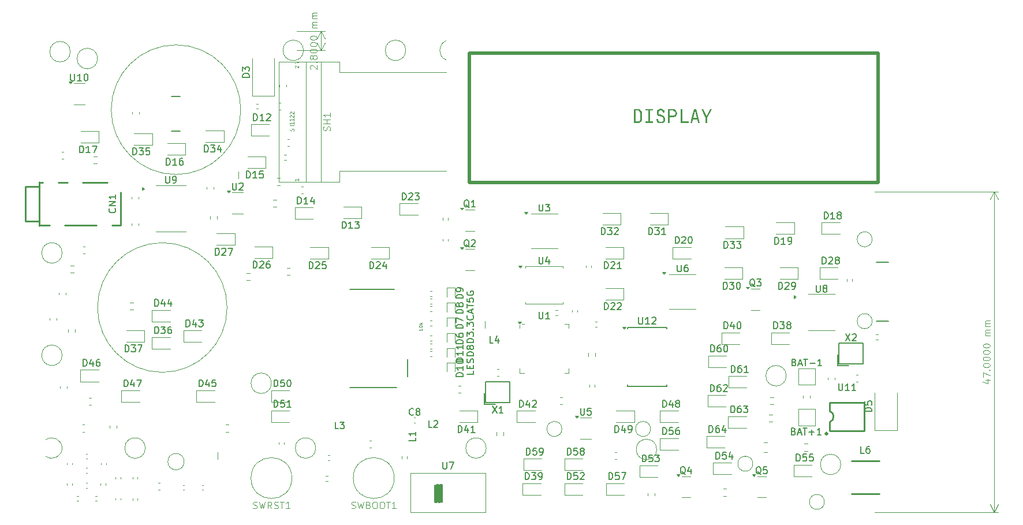
<source format=gbr>
%TF.GenerationSoftware,KiCad,Pcbnew,8.0.5-unknown-202409261835~48b9027842~ubuntu24.04.1*%
%TF.CreationDate,2024-09-28T03:00:05+08:00*%
%TF.ProjectId,EL6170_Pro_Max_Plus,454c3631-3730-45f5-9072-6f5f4d61785f,rev?*%
%TF.SameCoordinates,Original*%
%TF.FileFunction,Legend,Top*%
%TF.FilePolarity,Positive*%
%FSLAX46Y46*%
G04 Gerber Fmt 4.6, Leading zero omitted, Abs format (unit mm)*
G04 Created by KiCad (PCBNEW 8.0.5-unknown-202409261835~48b9027842~ubuntu24.04.1) date 2024-09-28 03:00:05*
%MOMM*%
%LPD*%
G01*
G04 APERTURE LIST*
%ADD10C,0.100000*%
%ADD11C,0.500000*%
%ADD12C,0.150000*%
%ADD13C,0.120000*%
%ADD14C,0.250000*%
%ADD15C,0.203200*%
G04 APERTURE END LIST*
D10*
X95300000Y-95000000D02*
G75*
G02*
X92300000Y-95000000I-1500000J0D01*
G01*
X92300000Y-95000000D02*
G75*
G02*
X95300000Y-95000000I1500000J0D01*
G01*
X130700000Y-65300000D02*
G75*
G02*
X127700000Y-65300000I-1500000J0D01*
G01*
X127700000Y-65300000D02*
G75*
G02*
X130700000Y-65300000I1500000J0D01*
G01*
X95300000Y-110000000D02*
G75*
G02*
X92300000Y-110000000I-1500000J0D01*
G01*
X92300000Y-110000000D02*
G75*
G02*
X95300000Y-110000000I1500000J0D01*
G01*
X146400000Y-127300000D02*
X157400000Y-127300000D01*
X157400000Y-133000000D01*
X146400000Y-133000000D01*
X146400000Y-127300000D01*
X107500000Y-123600000D02*
G75*
G02*
X104500000Y-123600000I-1500000J0D01*
G01*
X104500000Y-123600000D02*
G75*
G02*
X107500000Y-123600000I1500000J0D01*
G01*
X121500000Y-74000000D02*
G75*
G02*
X102500000Y-74000000I-9500000J0D01*
G01*
X102500000Y-74000000D02*
G75*
G02*
X121500000Y-74000000I9500000J0D01*
G01*
X151600000Y-68500000D02*
X136000000Y-68500000D01*
D11*
X155000000Y-65700000D02*
X215000000Y-65700000D01*
X215000000Y-84700000D01*
X155000000Y-84700000D01*
X155000000Y-65700000D01*
D10*
X100500000Y-66500000D02*
G75*
G02*
X97500000Y-66500000I-1500000J0D01*
G01*
X97500000Y-66500000D02*
G75*
G02*
X100500000Y-66500000I1500000J0D01*
G01*
X151600000Y-66699999D02*
G75*
G02*
X151600000Y-63900001I600000J1399999D01*
G01*
X96500000Y-65500000D02*
G75*
G02*
X93500000Y-65500000I-1500000J0D01*
G01*
X93500000Y-65500000D02*
G75*
G02*
X96500000Y-65500000I1500000J0D01*
G01*
X136000000Y-68500000D02*
X136000000Y-66949669D01*
X145700000Y-65300000D02*
G75*
G02*
X142700000Y-65300000I-1500000J0D01*
G01*
X142700000Y-65300000D02*
G75*
G02*
X145700000Y-65300000I1500000J0D01*
G01*
X181600000Y-120800000D02*
G75*
G02*
X179400000Y-120800000I-1100000J0D01*
G01*
X179400000Y-120800000D02*
G75*
G02*
X181600000Y-120800000I1100000J0D01*
G01*
X214100000Y-93000000D02*
G75*
G02*
X211900000Y-93000000I-1100000J0D01*
G01*
X211900000Y-93000000D02*
G75*
G02*
X214100000Y-93000000I1100000J0D01*
G01*
X133250000Y-84550000D02*
X136000000Y-84550331D01*
X196600000Y-125900000D02*
G75*
G02*
X194400000Y-125900000I-1100000J0D01*
G01*
X194400000Y-125900000D02*
G75*
G02*
X196600000Y-125900000I1100000J0D01*
G01*
X201500000Y-113000000D02*
G75*
G02*
X198500000Y-113000000I-1500000J0D01*
G01*
X198500000Y-113000000D02*
G75*
G02*
X201500000Y-113000000I1500000J0D01*
G01*
X209500000Y-126000000D02*
G75*
G02*
X206500000Y-126000000I-1500000J0D01*
G01*
X206500000Y-126000000D02*
G75*
G02*
X209500000Y-126000000I1500000J0D01*
G01*
X92900000Y-122400000D02*
G75*
G02*
X92900000Y-124800000I900000J-1200000D01*
G01*
X136000000Y-83000000D02*
X136000000Y-84550331D01*
X133250000Y-66950000D02*
X136000000Y-66950331D01*
X214100000Y-105000000D02*
G75*
G02*
X211900000Y-105000000I-1100000J0D01*
G01*
X211900000Y-105000000D02*
G75*
G02*
X214100000Y-105000000I1100000J0D01*
G01*
X182500000Y-123800000D02*
G75*
G02*
X179500000Y-123800000I-1500000J0D01*
G01*
X179500000Y-123800000D02*
G75*
G02*
X182500000Y-123800000I1500000J0D01*
G01*
X132500000Y-123600000D02*
G75*
G02*
X129500000Y-123600000I-1500000J0D01*
G01*
X129500000Y-123600000D02*
G75*
G02*
X132500000Y-123600000I1500000J0D01*
G01*
X113200000Y-125600000D02*
G75*
G02*
X110800000Y-125600000I-1200000J0D01*
G01*
X110800000Y-125600000D02*
G75*
G02*
X113200000Y-125600000I1200000J0D01*
G01*
X126000000Y-114100000D02*
G75*
G02*
X123000000Y-114100000I-1500000J0D01*
G01*
X123000000Y-114100000D02*
G75*
G02*
X126000000Y-114100000I1500000J0D01*
G01*
X157500000Y-123600000D02*
G75*
G02*
X154500000Y-123600000I-1500000J0D01*
G01*
X154500000Y-123600000D02*
G75*
G02*
X157500000Y-123600000I1500000J0D01*
G01*
X168600000Y-120800000D02*
G75*
G02*
X166400000Y-120800000I-1100000J0D01*
G01*
X166400000Y-120800000D02*
G75*
G02*
X168600000Y-120800000I1100000J0D01*
G01*
X119500000Y-103000000D02*
G75*
G02*
X100500000Y-103000000I-9500000J0D01*
G01*
X100500000Y-103000000D02*
G75*
G02*
X119500000Y-103000000I9500000J0D01*
G01*
X136000000Y-83000000D02*
X151600000Y-83000000D01*
X207100000Y-131500000D02*
G75*
G02*
X204900000Y-131500000I-1100000J0D01*
G01*
X204900000Y-131500000D02*
G75*
G02*
X207100000Y-131500000I1100000J0D01*
G01*
G36*
X179798874Y-73902664D02*
G01*
X179898157Y-73920747D01*
X179998230Y-73954979D01*
X180035240Y-73972840D01*
X180119571Y-74026573D01*
X180197678Y-74099785D01*
X180255362Y-74179164D01*
X180260432Y-74187773D01*
X180302679Y-74279393D01*
X180329278Y-74380840D01*
X180339840Y-74480544D01*
X180340544Y-74515547D01*
X180340544Y-75338157D01*
X180334207Y-75440867D01*
X180312301Y-75545834D01*
X180274749Y-75641165D01*
X180260432Y-75667885D01*
X180204018Y-75749000D01*
X180127306Y-75823902D01*
X180044244Y-75878971D01*
X180035240Y-75883796D01*
X179939480Y-75923981D01*
X179844078Y-75947423D01*
X179739943Y-75958809D01*
X179690858Y-75960000D01*
X179158897Y-75960000D01*
X179158897Y-75732365D01*
X179411933Y-75732365D01*
X179690858Y-75732365D01*
X179788935Y-75724135D01*
X179883045Y-75695684D01*
X179968493Y-75640917D01*
X179981995Y-75628318D01*
X180042068Y-75546752D01*
X180077204Y-75445792D01*
X180087508Y-75337180D01*
X180087508Y-74516524D01*
X180077204Y-74409506D01*
X180042068Y-74309747D01*
X179981995Y-74228806D01*
X179899989Y-74169290D01*
X179799050Y-74134479D01*
X179690858Y-74124270D01*
X179411933Y-74124270D01*
X179411933Y-75732365D01*
X179158897Y-75732365D01*
X179158897Y-73896636D01*
X179690858Y-73896636D01*
X179798874Y-73902664D01*
G37*
G36*
X180873970Y-75960000D02*
G01*
X180873970Y-75732365D01*
X181293091Y-75732365D01*
X181293091Y-74124270D01*
X180873970Y-74124270D01*
X180873970Y-73896636D01*
X181971109Y-73896636D01*
X181971109Y-74124270D01*
X181551988Y-74124270D01*
X181551988Y-75732365D01*
X181971109Y-75732365D01*
X181971109Y-75960000D01*
X180873970Y-75960000D01*
G37*
G36*
X183112212Y-75991263D02*
G01*
X183004546Y-75985681D01*
X182905399Y-75968937D01*
X182800493Y-75935294D01*
X182707181Y-75886458D01*
X182636427Y-75832505D01*
X182567524Y-75757154D01*
X182515545Y-75670444D01*
X182480490Y-75572373D01*
X182462358Y-75462942D01*
X182459595Y-75395310D01*
X182712630Y-75395310D01*
X182723316Y-75496041D01*
X182759754Y-75589875D01*
X182822051Y-75665931D01*
X182905926Y-75721554D01*
X183006424Y-75754088D01*
X183112212Y-75763628D01*
X183214336Y-75753658D01*
X183310804Y-75719660D01*
X183390648Y-75661535D01*
X183454052Y-75576241D01*
X183486466Y-75482727D01*
X183494696Y-75395310D01*
X183482074Y-75292581D01*
X183444206Y-75202381D01*
X183428750Y-75178911D01*
X183359922Y-75109254D01*
X183268840Y-75061850D01*
X183238729Y-75052393D01*
X182926587Y-74964466D01*
X182834569Y-74930577D01*
X182743456Y-74879169D01*
X182665480Y-74813695D01*
X182620795Y-74762233D01*
X182567193Y-74675941D01*
X182531133Y-74581380D01*
X182512616Y-74478551D01*
X182509909Y-74417850D01*
X182517064Y-74319132D01*
X182541465Y-74219468D01*
X182583182Y-74129155D01*
X182640483Y-74049762D01*
X182718794Y-73978161D01*
X182788346Y-73934738D01*
X182884032Y-73895246D01*
X182989069Y-73872147D01*
X183092672Y-73865373D01*
X183197658Y-73872147D01*
X183294631Y-73892469D01*
X183392043Y-73930470D01*
X183400418Y-73934738D01*
X183485568Y-73988833D01*
X183556980Y-74055743D01*
X183609979Y-74127690D01*
X183653364Y-74216880D01*
X183678741Y-74315190D01*
X183686182Y-74412477D01*
X183433147Y-74412477D01*
X183419683Y-74313948D01*
X183374710Y-74223797D01*
X183337404Y-74182400D01*
X183250825Y-74124522D01*
X183155307Y-74097285D01*
X183092672Y-74093007D01*
X182988533Y-74105578D01*
X182893700Y-74147568D01*
X182850383Y-74182400D01*
X182790291Y-74263342D01*
X182760834Y-74361697D01*
X182757571Y-74412965D01*
X182770880Y-74512127D01*
X182814417Y-74602283D01*
X182818143Y-74607383D01*
X182891050Y-74675648D01*
X182981804Y-74717244D01*
X182988625Y-74719246D01*
X183309071Y-74809616D01*
X183406158Y-74844237D01*
X183491765Y-74891437D01*
X183574352Y-74959572D01*
X183628541Y-75023572D01*
X183683560Y-75116648D01*
X183720573Y-75218919D01*
X183738357Y-75317547D01*
X183742358Y-75396287D01*
X183736330Y-75494438D01*
X183714061Y-75599137D01*
X183675382Y-75693271D01*
X183620294Y-75776839D01*
X183570900Y-75830062D01*
X183490347Y-75892874D01*
X183398714Y-75940258D01*
X183296002Y-75972215D01*
X183199144Y-75987327D01*
X183112212Y-75991263D01*
G37*
G36*
X184959041Y-73902372D02*
G01*
X185069326Y-73923563D01*
X185168439Y-73960368D01*
X185256378Y-74012788D01*
X185312351Y-74059790D01*
X185378779Y-74136216D01*
X185428891Y-74223160D01*
X185462688Y-74320623D01*
X185480169Y-74428604D01*
X185482833Y-74495031D01*
X185476839Y-74593400D01*
X185454697Y-74698439D01*
X185416238Y-74793007D01*
X185361465Y-74877103D01*
X185312351Y-74930760D01*
X185232393Y-74994143D01*
X185141261Y-75041957D01*
X185038956Y-75074205D01*
X184942373Y-75089455D01*
X184855617Y-75093426D01*
X184447243Y-75093426D01*
X184447243Y-75960000D01*
X184194207Y-75960000D01*
X184194207Y-74865792D01*
X184447243Y-74865792D01*
X184855617Y-74865792D01*
X184961672Y-74853901D01*
X185059595Y-74813807D01*
X185120865Y-74765163D01*
X185181887Y-74679778D01*
X185213083Y-74584731D01*
X185221004Y-74495031D01*
X185211225Y-74394882D01*
X185177878Y-74300917D01*
X185120865Y-74223921D01*
X185036853Y-74163196D01*
X184943549Y-74132153D01*
X184855617Y-74124270D01*
X184447243Y-74124270D01*
X184447243Y-74865792D01*
X184194207Y-74865792D01*
X184194207Y-73896636D01*
X184855617Y-73896636D01*
X184959041Y-73902372D01*
G37*
G36*
X185979623Y-75960000D02*
G01*
X185979623Y-73896636D01*
X186232658Y-73896636D01*
X186232658Y-75732365D01*
X187161270Y-75732365D01*
X187161270Y-75960000D01*
X185979623Y-75960000D01*
G37*
G36*
X188839706Y-75960000D02*
G01*
X188583740Y-75960000D01*
X188448429Y-75406057D01*
X187826587Y-75406057D01*
X187691765Y-75960000D01*
X187432868Y-75960000D01*
X187635294Y-75178422D01*
X187877390Y-75178422D01*
X188395184Y-75178422D01*
X188237404Y-74557557D01*
X188211224Y-74452972D01*
X188186834Y-74350930D01*
X188167062Y-74262512D01*
X188146912Y-74164570D01*
X188136287Y-74108150D01*
X188116503Y-74208351D01*
X188105024Y-74262512D01*
X188083523Y-74359301D01*
X188058865Y-74461662D01*
X188035170Y-74555115D01*
X187877390Y-75178422D01*
X187635294Y-75178422D01*
X187967271Y-73896636D01*
X188307745Y-73896636D01*
X188839706Y-75960000D01*
G37*
G36*
X189688206Y-75960000D02*
G01*
X189688206Y-75195519D01*
X189069295Y-73896636D01*
X189339427Y-73896636D01*
X189738520Y-74751486D01*
X189780103Y-74842903D01*
X189792254Y-74872630D01*
X189817655Y-74945415D01*
X189844033Y-74872630D01*
X189885070Y-74781659D01*
X189899232Y-74751486D01*
X190298813Y-73896636D01*
X190560153Y-73896636D01*
X189941242Y-75195519D01*
X189941242Y-75960000D01*
X189688206Y-75960000D01*
G37*
X230690752Y-113642856D02*
X231357419Y-113642856D01*
X230309800Y-113880951D02*
X231024085Y-114119046D01*
X231024085Y-114119046D02*
X231024085Y-113499999D01*
X230357419Y-113214284D02*
X230357419Y-112547618D01*
X230357419Y-112547618D02*
X231357419Y-112976189D01*
X231262180Y-112166665D02*
X231309800Y-112119046D01*
X231309800Y-112119046D02*
X231357419Y-112166665D01*
X231357419Y-112166665D02*
X231309800Y-112214284D01*
X231309800Y-112214284D02*
X231262180Y-112166665D01*
X231262180Y-112166665D02*
X231357419Y-112166665D01*
X230357419Y-111499999D02*
X230357419Y-111404761D01*
X230357419Y-111404761D02*
X230405038Y-111309523D01*
X230405038Y-111309523D02*
X230452657Y-111261904D01*
X230452657Y-111261904D02*
X230547895Y-111214285D01*
X230547895Y-111214285D02*
X230738371Y-111166666D01*
X230738371Y-111166666D02*
X230976466Y-111166666D01*
X230976466Y-111166666D02*
X231166942Y-111214285D01*
X231166942Y-111214285D02*
X231262180Y-111261904D01*
X231262180Y-111261904D02*
X231309800Y-111309523D01*
X231309800Y-111309523D02*
X231357419Y-111404761D01*
X231357419Y-111404761D02*
X231357419Y-111499999D01*
X231357419Y-111499999D02*
X231309800Y-111595237D01*
X231309800Y-111595237D02*
X231262180Y-111642856D01*
X231262180Y-111642856D02*
X231166942Y-111690475D01*
X231166942Y-111690475D02*
X230976466Y-111738094D01*
X230976466Y-111738094D02*
X230738371Y-111738094D01*
X230738371Y-111738094D02*
X230547895Y-111690475D01*
X230547895Y-111690475D02*
X230452657Y-111642856D01*
X230452657Y-111642856D02*
X230405038Y-111595237D01*
X230405038Y-111595237D02*
X230357419Y-111499999D01*
X230357419Y-110547618D02*
X230357419Y-110452380D01*
X230357419Y-110452380D02*
X230405038Y-110357142D01*
X230405038Y-110357142D02*
X230452657Y-110309523D01*
X230452657Y-110309523D02*
X230547895Y-110261904D01*
X230547895Y-110261904D02*
X230738371Y-110214285D01*
X230738371Y-110214285D02*
X230976466Y-110214285D01*
X230976466Y-110214285D02*
X231166942Y-110261904D01*
X231166942Y-110261904D02*
X231262180Y-110309523D01*
X231262180Y-110309523D02*
X231309800Y-110357142D01*
X231309800Y-110357142D02*
X231357419Y-110452380D01*
X231357419Y-110452380D02*
X231357419Y-110547618D01*
X231357419Y-110547618D02*
X231309800Y-110642856D01*
X231309800Y-110642856D02*
X231262180Y-110690475D01*
X231262180Y-110690475D02*
X231166942Y-110738094D01*
X231166942Y-110738094D02*
X230976466Y-110785713D01*
X230976466Y-110785713D02*
X230738371Y-110785713D01*
X230738371Y-110785713D02*
X230547895Y-110738094D01*
X230547895Y-110738094D02*
X230452657Y-110690475D01*
X230452657Y-110690475D02*
X230405038Y-110642856D01*
X230405038Y-110642856D02*
X230357419Y-110547618D01*
X230357419Y-109595237D02*
X230357419Y-109499999D01*
X230357419Y-109499999D02*
X230405038Y-109404761D01*
X230405038Y-109404761D02*
X230452657Y-109357142D01*
X230452657Y-109357142D02*
X230547895Y-109309523D01*
X230547895Y-109309523D02*
X230738371Y-109261904D01*
X230738371Y-109261904D02*
X230976466Y-109261904D01*
X230976466Y-109261904D02*
X231166942Y-109309523D01*
X231166942Y-109309523D02*
X231262180Y-109357142D01*
X231262180Y-109357142D02*
X231309800Y-109404761D01*
X231309800Y-109404761D02*
X231357419Y-109499999D01*
X231357419Y-109499999D02*
X231357419Y-109595237D01*
X231357419Y-109595237D02*
X231309800Y-109690475D01*
X231309800Y-109690475D02*
X231262180Y-109738094D01*
X231262180Y-109738094D02*
X231166942Y-109785713D01*
X231166942Y-109785713D02*
X230976466Y-109833332D01*
X230976466Y-109833332D02*
X230738371Y-109833332D01*
X230738371Y-109833332D02*
X230547895Y-109785713D01*
X230547895Y-109785713D02*
X230452657Y-109738094D01*
X230452657Y-109738094D02*
X230405038Y-109690475D01*
X230405038Y-109690475D02*
X230357419Y-109595237D01*
X230357419Y-108642856D02*
X230357419Y-108547618D01*
X230357419Y-108547618D02*
X230405038Y-108452380D01*
X230405038Y-108452380D02*
X230452657Y-108404761D01*
X230452657Y-108404761D02*
X230547895Y-108357142D01*
X230547895Y-108357142D02*
X230738371Y-108309523D01*
X230738371Y-108309523D02*
X230976466Y-108309523D01*
X230976466Y-108309523D02*
X231166942Y-108357142D01*
X231166942Y-108357142D02*
X231262180Y-108404761D01*
X231262180Y-108404761D02*
X231309800Y-108452380D01*
X231309800Y-108452380D02*
X231357419Y-108547618D01*
X231357419Y-108547618D02*
X231357419Y-108642856D01*
X231357419Y-108642856D02*
X231309800Y-108738094D01*
X231309800Y-108738094D02*
X231262180Y-108785713D01*
X231262180Y-108785713D02*
X231166942Y-108833332D01*
X231166942Y-108833332D02*
X230976466Y-108880951D01*
X230976466Y-108880951D02*
X230738371Y-108880951D01*
X230738371Y-108880951D02*
X230547895Y-108833332D01*
X230547895Y-108833332D02*
X230452657Y-108785713D01*
X230452657Y-108785713D02*
X230405038Y-108738094D01*
X230405038Y-108738094D02*
X230357419Y-108642856D01*
X231357419Y-107119046D02*
X230690752Y-107119046D01*
X230785990Y-107119046D02*
X230738371Y-107071427D01*
X230738371Y-107071427D02*
X230690752Y-106976189D01*
X230690752Y-106976189D02*
X230690752Y-106833332D01*
X230690752Y-106833332D02*
X230738371Y-106738094D01*
X230738371Y-106738094D02*
X230833609Y-106690475D01*
X230833609Y-106690475D02*
X231357419Y-106690475D01*
X230833609Y-106690475D02*
X230738371Y-106642856D01*
X230738371Y-106642856D02*
X230690752Y-106547618D01*
X230690752Y-106547618D02*
X230690752Y-106404761D01*
X230690752Y-106404761D02*
X230738371Y-106309522D01*
X230738371Y-106309522D02*
X230833609Y-106261903D01*
X230833609Y-106261903D02*
X231357419Y-106261903D01*
X231357419Y-105785713D02*
X230690752Y-105785713D01*
X230785990Y-105785713D02*
X230738371Y-105738094D01*
X230738371Y-105738094D02*
X230690752Y-105642856D01*
X230690752Y-105642856D02*
X230690752Y-105499999D01*
X230690752Y-105499999D02*
X230738371Y-105404761D01*
X230738371Y-105404761D02*
X230833609Y-105357142D01*
X230833609Y-105357142D02*
X231357419Y-105357142D01*
X230833609Y-105357142D02*
X230738371Y-105309523D01*
X230738371Y-105309523D02*
X230690752Y-105214285D01*
X230690752Y-105214285D02*
X230690752Y-105071428D01*
X230690752Y-105071428D02*
X230738371Y-104976189D01*
X230738371Y-104976189D02*
X230833609Y-104928570D01*
X230833609Y-104928570D02*
X231357419Y-104928570D01*
X214500000Y-133000000D02*
X232586420Y-133000000D01*
X214500000Y-86000000D02*
X232586420Y-86000000D01*
X232000000Y-133000000D02*
X232000000Y-86000000D01*
X232000000Y-133000000D02*
X232000000Y-86000000D01*
X232000000Y-133000000D02*
X231413579Y-131873496D01*
X232000000Y-133000000D02*
X232586421Y-131873496D01*
X232000000Y-86000000D02*
X232586421Y-87126504D01*
X232000000Y-86000000D02*
X231413579Y-87126504D01*
X131752657Y-68042856D02*
X131705038Y-67995237D01*
X131705038Y-67995237D02*
X131657419Y-67899999D01*
X131657419Y-67899999D02*
X131657419Y-67661904D01*
X131657419Y-67661904D02*
X131705038Y-67566666D01*
X131705038Y-67566666D02*
X131752657Y-67519047D01*
X131752657Y-67519047D02*
X131847895Y-67471428D01*
X131847895Y-67471428D02*
X131943133Y-67471428D01*
X131943133Y-67471428D02*
X132085990Y-67519047D01*
X132085990Y-67519047D02*
X132657419Y-68090475D01*
X132657419Y-68090475D02*
X132657419Y-67471428D01*
X132562180Y-67042856D02*
X132609800Y-66995237D01*
X132609800Y-66995237D02*
X132657419Y-67042856D01*
X132657419Y-67042856D02*
X132609800Y-67090475D01*
X132609800Y-67090475D02*
X132562180Y-67042856D01*
X132562180Y-67042856D02*
X132657419Y-67042856D01*
X132085990Y-66423809D02*
X132038371Y-66519047D01*
X132038371Y-66519047D02*
X131990752Y-66566666D01*
X131990752Y-66566666D02*
X131895514Y-66614285D01*
X131895514Y-66614285D02*
X131847895Y-66614285D01*
X131847895Y-66614285D02*
X131752657Y-66566666D01*
X131752657Y-66566666D02*
X131705038Y-66519047D01*
X131705038Y-66519047D02*
X131657419Y-66423809D01*
X131657419Y-66423809D02*
X131657419Y-66233333D01*
X131657419Y-66233333D02*
X131705038Y-66138095D01*
X131705038Y-66138095D02*
X131752657Y-66090476D01*
X131752657Y-66090476D02*
X131847895Y-66042857D01*
X131847895Y-66042857D02*
X131895514Y-66042857D01*
X131895514Y-66042857D02*
X131990752Y-66090476D01*
X131990752Y-66090476D02*
X132038371Y-66138095D01*
X132038371Y-66138095D02*
X132085990Y-66233333D01*
X132085990Y-66233333D02*
X132085990Y-66423809D01*
X132085990Y-66423809D02*
X132133609Y-66519047D01*
X132133609Y-66519047D02*
X132181228Y-66566666D01*
X132181228Y-66566666D02*
X132276466Y-66614285D01*
X132276466Y-66614285D02*
X132466942Y-66614285D01*
X132466942Y-66614285D02*
X132562180Y-66566666D01*
X132562180Y-66566666D02*
X132609800Y-66519047D01*
X132609800Y-66519047D02*
X132657419Y-66423809D01*
X132657419Y-66423809D02*
X132657419Y-66233333D01*
X132657419Y-66233333D02*
X132609800Y-66138095D01*
X132609800Y-66138095D02*
X132562180Y-66090476D01*
X132562180Y-66090476D02*
X132466942Y-66042857D01*
X132466942Y-66042857D02*
X132276466Y-66042857D01*
X132276466Y-66042857D02*
X132181228Y-66090476D01*
X132181228Y-66090476D02*
X132133609Y-66138095D01*
X132133609Y-66138095D02*
X132085990Y-66233333D01*
X131657419Y-65423809D02*
X131657419Y-65328571D01*
X131657419Y-65328571D02*
X131705038Y-65233333D01*
X131705038Y-65233333D02*
X131752657Y-65185714D01*
X131752657Y-65185714D02*
X131847895Y-65138095D01*
X131847895Y-65138095D02*
X132038371Y-65090476D01*
X132038371Y-65090476D02*
X132276466Y-65090476D01*
X132276466Y-65090476D02*
X132466942Y-65138095D01*
X132466942Y-65138095D02*
X132562180Y-65185714D01*
X132562180Y-65185714D02*
X132609800Y-65233333D01*
X132609800Y-65233333D02*
X132657419Y-65328571D01*
X132657419Y-65328571D02*
X132657419Y-65423809D01*
X132657419Y-65423809D02*
X132609800Y-65519047D01*
X132609800Y-65519047D02*
X132562180Y-65566666D01*
X132562180Y-65566666D02*
X132466942Y-65614285D01*
X132466942Y-65614285D02*
X132276466Y-65661904D01*
X132276466Y-65661904D02*
X132038371Y-65661904D01*
X132038371Y-65661904D02*
X131847895Y-65614285D01*
X131847895Y-65614285D02*
X131752657Y-65566666D01*
X131752657Y-65566666D02*
X131705038Y-65519047D01*
X131705038Y-65519047D02*
X131657419Y-65423809D01*
X131657419Y-64471428D02*
X131657419Y-64376190D01*
X131657419Y-64376190D02*
X131705038Y-64280952D01*
X131705038Y-64280952D02*
X131752657Y-64233333D01*
X131752657Y-64233333D02*
X131847895Y-64185714D01*
X131847895Y-64185714D02*
X132038371Y-64138095D01*
X132038371Y-64138095D02*
X132276466Y-64138095D01*
X132276466Y-64138095D02*
X132466942Y-64185714D01*
X132466942Y-64185714D02*
X132562180Y-64233333D01*
X132562180Y-64233333D02*
X132609800Y-64280952D01*
X132609800Y-64280952D02*
X132657419Y-64376190D01*
X132657419Y-64376190D02*
X132657419Y-64471428D01*
X132657419Y-64471428D02*
X132609800Y-64566666D01*
X132609800Y-64566666D02*
X132562180Y-64614285D01*
X132562180Y-64614285D02*
X132466942Y-64661904D01*
X132466942Y-64661904D02*
X132276466Y-64709523D01*
X132276466Y-64709523D02*
X132038371Y-64709523D01*
X132038371Y-64709523D02*
X131847895Y-64661904D01*
X131847895Y-64661904D02*
X131752657Y-64614285D01*
X131752657Y-64614285D02*
X131705038Y-64566666D01*
X131705038Y-64566666D02*
X131657419Y-64471428D01*
X131657419Y-63519047D02*
X131657419Y-63423809D01*
X131657419Y-63423809D02*
X131705038Y-63328571D01*
X131705038Y-63328571D02*
X131752657Y-63280952D01*
X131752657Y-63280952D02*
X131847895Y-63233333D01*
X131847895Y-63233333D02*
X132038371Y-63185714D01*
X132038371Y-63185714D02*
X132276466Y-63185714D01*
X132276466Y-63185714D02*
X132466942Y-63233333D01*
X132466942Y-63233333D02*
X132562180Y-63280952D01*
X132562180Y-63280952D02*
X132609800Y-63328571D01*
X132609800Y-63328571D02*
X132657419Y-63423809D01*
X132657419Y-63423809D02*
X132657419Y-63519047D01*
X132657419Y-63519047D02*
X132609800Y-63614285D01*
X132609800Y-63614285D02*
X132562180Y-63661904D01*
X132562180Y-63661904D02*
X132466942Y-63709523D01*
X132466942Y-63709523D02*
X132276466Y-63757142D01*
X132276466Y-63757142D02*
X132038371Y-63757142D01*
X132038371Y-63757142D02*
X131847895Y-63709523D01*
X131847895Y-63709523D02*
X131752657Y-63661904D01*
X131752657Y-63661904D02*
X131705038Y-63614285D01*
X131705038Y-63614285D02*
X131657419Y-63519047D01*
X132657419Y-61995237D02*
X131990752Y-61995237D01*
X132085990Y-61995237D02*
X132038371Y-61947618D01*
X132038371Y-61947618D02*
X131990752Y-61852380D01*
X131990752Y-61852380D02*
X131990752Y-61709523D01*
X131990752Y-61709523D02*
X132038371Y-61614285D01*
X132038371Y-61614285D02*
X132133609Y-61566666D01*
X132133609Y-61566666D02*
X132657419Y-61566666D01*
X132133609Y-61566666D02*
X132038371Y-61519047D01*
X132038371Y-61519047D02*
X131990752Y-61423809D01*
X131990752Y-61423809D02*
X131990752Y-61280952D01*
X131990752Y-61280952D02*
X132038371Y-61185713D01*
X132038371Y-61185713D02*
X132133609Y-61138094D01*
X132133609Y-61138094D02*
X132657419Y-61138094D01*
X132657419Y-60661904D02*
X131990752Y-60661904D01*
X132085990Y-60661904D02*
X132038371Y-60614285D01*
X132038371Y-60614285D02*
X131990752Y-60519047D01*
X131990752Y-60519047D02*
X131990752Y-60376190D01*
X131990752Y-60376190D02*
X132038371Y-60280952D01*
X132038371Y-60280952D02*
X132133609Y-60233333D01*
X132133609Y-60233333D02*
X132657419Y-60233333D01*
X132133609Y-60233333D02*
X132038371Y-60185714D01*
X132038371Y-60185714D02*
X131990752Y-60090476D01*
X131990752Y-60090476D02*
X131990752Y-59947619D01*
X131990752Y-59947619D02*
X132038371Y-59852380D01*
X132038371Y-59852380D02*
X132133609Y-59804761D01*
X132133609Y-59804761D02*
X132657419Y-59804761D01*
X129700000Y-62500000D02*
X133886420Y-62500000D01*
X129700000Y-65300000D02*
X133886420Y-65300000D01*
X133300000Y-62500000D02*
X133300000Y-65300000D01*
X133300000Y-62500000D02*
X133300000Y-65300000D01*
X133300000Y-62500000D02*
X133886421Y-63626504D01*
X133300000Y-62500000D02*
X132713579Y-63626504D01*
X133300000Y-65300000D02*
X132713579Y-64173496D01*
X133300000Y-65300000D02*
X133886421Y-64173496D01*
D12*
X153385714Y-121304819D02*
X153385714Y-120304819D01*
X153385714Y-120304819D02*
X153623809Y-120304819D01*
X153623809Y-120304819D02*
X153766666Y-120352438D01*
X153766666Y-120352438D02*
X153861904Y-120447676D01*
X153861904Y-120447676D02*
X153909523Y-120542914D01*
X153909523Y-120542914D02*
X153957142Y-120733390D01*
X153957142Y-120733390D02*
X153957142Y-120876247D01*
X153957142Y-120876247D02*
X153909523Y-121066723D01*
X153909523Y-121066723D02*
X153861904Y-121161961D01*
X153861904Y-121161961D02*
X153766666Y-121257200D01*
X153766666Y-121257200D02*
X153623809Y-121304819D01*
X153623809Y-121304819D02*
X153385714Y-121304819D01*
X154814285Y-120638152D02*
X154814285Y-121304819D01*
X154576190Y-120257200D02*
X154338095Y-120971485D01*
X154338095Y-120971485D02*
X154957142Y-120971485D01*
X155861904Y-121304819D02*
X155290476Y-121304819D01*
X155576190Y-121304819D02*
X155576190Y-120304819D01*
X155576190Y-120304819D02*
X155480952Y-120447676D01*
X155480952Y-120447676D02*
X155385714Y-120542914D01*
X155385714Y-120542914D02*
X155290476Y-120590533D01*
X103059580Y-88490476D02*
X103107200Y-88538095D01*
X103107200Y-88538095D02*
X103154819Y-88680952D01*
X103154819Y-88680952D02*
X103154819Y-88776190D01*
X103154819Y-88776190D02*
X103107200Y-88919047D01*
X103107200Y-88919047D02*
X103011961Y-89014285D01*
X103011961Y-89014285D02*
X102916723Y-89061904D01*
X102916723Y-89061904D02*
X102726247Y-89109523D01*
X102726247Y-89109523D02*
X102583390Y-89109523D01*
X102583390Y-89109523D02*
X102392914Y-89061904D01*
X102392914Y-89061904D02*
X102297676Y-89014285D01*
X102297676Y-89014285D02*
X102202438Y-88919047D01*
X102202438Y-88919047D02*
X102154819Y-88776190D01*
X102154819Y-88776190D02*
X102154819Y-88680952D01*
X102154819Y-88680952D02*
X102202438Y-88538095D01*
X102202438Y-88538095D02*
X102250057Y-88490476D01*
X103154819Y-88061904D02*
X102154819Y-88061904D01*
X102154819Y-88061904D02*
X103154819Y-87490476D01*
X103154819Y-87490476D02*
X102154819Y-87490476D01*
X103154819Y-86490476D02*
X103154819Y-87061904D01*
X103154819Y-86776190D02*
X102154819Y-86776190D01*
X102154819Y-86776190D02*
X102297676Y-86871428D01*
X102297676Y-86871428D02*
X102392914Y-86966666D01*
X102392914Y-86966666D02*
X102440533Y-87061904D01*
X191185714Y-125204819D02*
X191185714Y-124204819D01*
X191185714Y-124204819D02*
X191423809Y-124204819D01*
X191423809Y-124204819D02*
X191566666Y-124252438D01*
X191566666Y-124252438D02*
X191661904Y-124347676D01*
X191661904Y-124347676D02*
X191709523Y-124442914D01*
X191709523Y-124442914D02*
X191757142Y-124633390D01*
X191757142Y-124633390D02*
X191757142Y-124776247D01*
X191757142Y-124776247D02*
X191709523Y-124966723D01*
X191709523Y-124966723D02*
X191661904Y-125061961D01*
X191661904Y-125061961D02*
X191566666Y-125157200D01*
X191566666Y-125157200D02*
X191423809Y-125204819D01*
X191423809Y-125204819D02*
X191185714Y-125204819D01*
X192661904Y-124204819D02*
X192185714Y-124204819D01*
X192185714Y-124204819D02*
X192138095Y-124681009D01*
X192138095Y-124681009D02*
X192185714Y-124633390D01*
X192185714Y-124633390D02*
X192280952Y-124585771D01*
X192280952Y-124585771D02*
X192519047Y-124585771D01*
X192519047Y-124585771D02*
X192614285Y-124633390D01*
X192614285Y-124633390D02*
X192661904Y-124681009D01*
X192661904Y-124681009D02*
X192709523Y-124776247D01*
X192709523Y-124776247D02*
X192709523Y-125014342D01*
X192709523Y-125014342D02*
X192661904Y-125109580D01*
X192661904Y-125109580D02*
X192614285Y-125157200D01*
X192614285Y-125157200D02*
X192519047Y-125204819D01*
X192519047Y-125204819D02*
X192280952Y-125204819D01*
X192280952Y-125204819D02*
X192185714Y-125157200D01*
X192185714Y-125157200D02*
X192138095Y-125109580D01*
X193566666Y-124538152D02*
X193566666Y-125204819D01*
X193328571Y-124157200D02*
X193090476Y-124871485D01*
X193090476Y-124871485D02*
X193709523Y-124871485D01*
X196904761Y-99950057D02*
X196809523Y-99902438D01*
X196809523Y-99902438D02*
X196714285Y-99807200D01*
X196714285Y-99807200D02*
X196571428Y-99664342D01*
X196571428Y-99664342D02*
X196476190Y-99616723D01*
X196476190Y-99616723D02*
X196380952Y-99616723D01*
X196428571Y-99854819D02*
X196333333Y-99807200D01*
X196333333Y-99807200D02*
X196238095Y-99711961D01*
X196238095Y-99711961D02*
X196190476Y-99521485D01*
X196190476Y-99521485D02*
X196190476Y-99188152D01*
X196190476Y-99188152D02*
X196238095Y-98997676D01*
X196238095Y-98997676D02*
X196333333Y-98902438D01*
X196333333Y-98902438D02*
X196428571Y-98854819D01*
X196428571Y-98854819D02*
X196619047Y-98854819D01*
X196619047Y-98854819D02*
X196714285Y-98902438D01*
X196714285Y-98902438D02*
X196809523Y-98997676D01*
X196809523Y-98997676D02*
X196857142Y-99188152D01*
X196857142Y-99188152D02*
X196857142Y-99521485D01*
X196857142Y-99521485D02*
X196809523Y-99711961D01*
X196809523Y-99711961D02*
X196714285Y-99807200D01*
X196714285Y-99807200D02*
X196619047Y-99854819D01*
X196619047Y-99854819D02*
X196428571Y-99854819D01*
X197190476Y-98854819D02*
X197809523Y-98854819D01*
X197809523Y-98854819D02*
X197476190Y-99235771D01*
X197476190Y-99235771D02*
X197619047Y-99235771D01*
X197619047Y-99235771D02*
X197714285Y-99283390D01*
X197714285Y-99283390D02*
X197761904Y-99331009D01*
X197761904Y-99331009D02*
X197809523Y-99426247D01*
X197809523Y-99426247D02*
X197809523Y-99664342D01*
X197809523Y-99664342D02*
X197761904Y-99759580D01*
X197761904Y-99759580D02*
X197714285Y-99807200D01*
X197714285Y-99807200D02*
X197619047Y-99854819D01*
X197619047Y-99854819D02*
X197333333Y-99854819D01*
X197333333Y-99854819D02*
X197238095Y-99807200D01*
X197238095Y-99807200D02*
X197190476Y-99759580D01*
X126385714Y-114604819D02*
X126385714Y-113604819D01*
X126385714Y-113604819D02*
X126623809Y-113604819D01*
X126623809Y-113604819D02*
X126766666Y-113652438D01*
X126766666Y-113652438D02*
X126861904Y-113747676D01*
X126861904Y-113747676D02*
X126909523Y-113842914D01*
X126909523Y-113842914D02*
X126957142Y-114033390D01*
X126957142Y-114033390D02*
X126957142Y-114176247D01*
X126957142Y-114176247D02*
X126909523Y-114366723D01*
X126909523Y-114366723D02*
X126861904Y-114461961D01*
X126861904Y-114461961D02*
X126766666Y-114557200D01*
X126766666Y-114557200D02*
X126623809Y-114604819D01*
X126623809Y-114604819D02*
X126385714Y-114604819D01*
X127861904Y-113604819D02*
X127385714Y-113604819D01*
X127385714Y-113604819D02*
X127338095Y-114081009D01*
X127338095Y-114081009D02*
X127385714Y-114033390D01*
X127385714Y-114033390D02*
X127480952Y-113985771D01*
X127480952Y-113985771D02*
X127719047Y-113985771D01*
X127719047Y-113985771D02*
X127814285Y-114033390D01*
X127814285Y-114033390D02*
X127861904Y-114081009D01*
X127861904Y-114081009D02*
X127909523Y-114176247D01*
X127909523Y-114176247D02*
X127909523Y-114414342D01*
X127909523Y-114414342D02*
X127861904Y-114509580D01*
X127861904Y-114509580D02*
X127814285Y-114557200D01*
X127814285Y-114557200D02*
X127719047Y-114604819D01*
X127719047Y-114604819D02*
X127480952Y-114604819D01*
X127480952Y-114604819D02*
X127385714Y-114557200D01*
X127385714Y-114557200D02*
X127338095Y-114509580D01*
X128528571Y-113604819D02*
X128623809Y-113604819D01*
X128623809Y-113604819D02*
X128719047Y-113652438D01*
X128719047Y-113652438D02*
X128766666Y-113700057D01*
X128766666Y-113700057D02*
X128814285Y-113795295D01*
X128814285Y-113795295D02*
X128861904Y-113985771D01*
X128861904Y-113985771D02*
X128861904Y-114223866D01*
X128861904Y-114223866D02*
X128814285Y-114414342D01*
X128814285Y-114414342D02*
X128766666Y-114509580D01*
X128766666Y-114509580D02*
X128719047Y-114557200D01*
X128719047Y-114557200D02*
X128623809Y-114604819D01*
X128623809Y-114604819D02*
X128528571Y-114604819D01*
X128528571Y-114604819D02*
X128433333Y-114557200D01*
X128433333Y-114557200D02*
X128385714Y-114509580D01*
X128385714Y-114509580D02*
X128338095Y-114414342D01*
X128338095Y-114414342D02*
X128290476Y-114223866D01*
X128290476Y-114223866D02*
X128290476Y-113985771D01*
X128290476Y-113985771D02*
X128338095Y-113795295D01*
X128338095Y-113795295D02*
X128385714Y-113700057D01*
X128385714Y-113700057D02*
X128433333Y-113652438D01*
X128433333Y-113652438D02*
X128528571Y-113604819D01*
X149548333Y-120584819D02*
X149072143Y-120584819D01*
X149072143Y-120584819D02*
X149072143Y-119584819D01*
X149834048Y-119680057D02*
X149881667Y-119632438D01*
X149881667Y-119632438D02*
X149976905Y-119584819D01*
X149976905Y-119584819D02*
X150215000Y-119584819D01*
X150215000Y-119584819D02*
X150310238Y-119632438D01*
X150310238Y-119632438D02*
X150357857Y-119680057D01*
X150357857Y-119680057D02*
X150405476Y-119775295D01*
X150405476Y-119775295D02*
X150405476Y-119870533D01*
X150405476Y-119870533D02*
X150357857Y-120013390D01*
X150357857Y-120013390D02*
X149786429Y-120584819D01*
X149786429Y-120584819D02*
X150405476Y-120584819D01*
X174385714Y-92304819D02*
X174385714Y-91304819D01*
X174385714Y-91304819D02*
X174623809Y-91304819D01*
X174623809Y-91304819D02*
X174766666Y-91352438D01*
X174766666Y-91352438D02*
X174861904Y-91447676D01*
X174861904Y-91447676D02*
X174909523Y-91542914D01*
X174909523Y-91542914D02*
X174957142Y-91733390D01*
X174957142Y-91733390D02*
X174957142Y-91876247D01*
X174957142Y-91876247D02*
X174909523Y-92066723D01*
X174909523Y-92066723D02*
X174861904Y-92161961D01*
X174861904Y-92161961D02*
X174766666Y-92257200D01*
X174766666Y-92257200D02*
X174623809Y-92304819D01*
X174623809Y-92304819D02*
X174385714Y-92304819D01*
X175290476Y-91304819D02*
X175909523Y-91304819D01*
X175909523Y-91304819D02*
X175576190Y-91685771D01*
X175576190Y-91685771D02*
X175719047Y-91685771D01*
X175719047Y-91685771D02*
X175814285Y-91733390D01*
X175814285Y-91733390D02*
X175861904Y-91781009D01*
X175861904Y-91781009D02*
X175909523Y-91876247D01*
X175909523Y-91876247D02*
X175909523Y-92114342D01*
X175909523Y-92114342D02*
X175861904Y-92209580D01*
X175861904Y-92209580D02*
X175814285Y-92257200D01*
X175814285Y-92257200D02*
X175719047Y-92304819D01*
X175719047Y-92304819D02*
X175433333Y-92304819D01*
X175433333Y-92304819D02*
X175338095Y-92257200D01*
X175338095Y-92257200D02*
X175290476Y-92209580D01*
X176290476Y-91400057D02*
X176338095Y-91352438D01*
X176338095Y-91352438D02*
X176433333Y-91304819D01*
X176433333Y-91304819D02*
X176671428Y-91304819D01*
X176671428Y-91304819D02*
X176766666Y-91352438D01*
X176766666Y-91352438D02*
X176814285Y-91400057D01*
X176814285Y-91400057D02*
X176861904Y-91495295D01*
X176861904Y-91495295D02*
X176861904Y-91590533D01*
X176861904Y-91590533D02*
X176814285Y-91733390D01*
X176814285Y-91733390D02*
X176242857Y-92304819D01*
X176242857Y-92304819D02*
X176861904Y-92304819D01*
X181335714Y-92304819D02*
X181335714Y-91304819D01*
X181335714Y-91304819D02*
X181573809Y-91304819D01*
X181573809Y-91304819D02*
X181716666Y-91352438D01*
X181716666Y-91352438D02*
X181811904Y-91447676D01*
X181811904Y-91447676D02*
X181859523Y-91542914D01*
X181859523Y-91542914D02*
X181907142Y-91733390D01*
X181907142Y-91733390D02*
X181907142Y-91876247D01*
X181907142Y-91876247D02*
X181859523Y-92066723D01*
X181859523Y-92066723D02*
X181811904Y-92161961D01*
X181811904Y-92161961D02*
X181716666Y-92257200D01*
X181716666Y-92257200D02*
X181573809Y-92304819D01*
X181573809Y-92304819D02*
X181335714Y-92304819D01*
X182240476Y-91304819D02*
X182859523Y-91304819D01*
X182859523Y-91304819D02*
X182526190Y-91685771D01*
X182526190Y-91685771D02*
X182669047Y-91685771D01*
X182669047Y-91685771D02*
X182764285Y-91733390D01*
X182764285Y-91733390D02*
X182811904Y-91781009D01*
X182811904Y-91781009D02*
X182859523Y-91876247D01*
X182859523Y-91876247D02*
X182859523Y-92114342D01*
X182859523Y-92114342D02*
X182811904Y-92209580D01*
X182811904Y-92209580D02*
X182764285Y-92257200D01*
X182764285Y-92257200D02*
X182669047Y-92304819D01*
X182669047Y-92304819D02*
X182383333Y-92304819D01*
X182383333Y-92304819D02*
X182288095Y-92257200D01*
X182288095Y-92257200D02*
X182240476Y-92209580D01*
X183811904Y-92304819D02*
X183240476Y-92304819D01*
X183526190Y-92304819D02*
X183526190Y-91304819D01*
X183526190Y-91304819D02*
X183430952Y-91447676D01*
X183430952Y-91447676D02*
X183335714Y-91542914D01*
X183335714Y-91542914D02*
X183240476Y-91590533D01*
X129835714Y-87804819D02*
X129835714Y-86804819D01*
X129835714Y-86804819D02*
X130073809Y-86804819D01*
X130073809Y-86804819D02*
X130216666Y-86852438D01*
X130216666Y-86852438D02*
X130311904Y-86947676D01*
X130311904Y-86947676D02*
X130359523Y-87042914D01*
X130359523Y-87042914D02*
X130407142Y-87233390D01*
X130407142Y-87233390D02*
X130407142Y-87376247D01*
X130407142Y-87376247D02*
X130359523Y-87566723D01*
X130359523Y-87566723D02*
X130311904Y-87661961D01*
X130311904Y-87661961D02*
X130216666Y-87757200D01*
X130216666Y-87757200D02*
X130073809Y-87804819D01*
X130073809Y-87804819D02*
X129835714Y-87804819D01*
X131359523Y-87804819D02*
X130788095Y-87804819D01*
X131073809Y-87804819D02*
X131073809Y-86804819D01*
X131073809Y-86804819D02*
X130978571Y-86947676D01*
X130978571Y-86947676D02*
X130883333Y-87042914D01*
X130883333Y-87042914D02*
X130788095Y-87090533D01*
X132216666Y-87138152D02*
X132216666Y-87804819D01*
X131978571Y-86757200D02*
X131740476Y-87471485D01*
X131740476Y-87471485D02*
X132359523Y-87471485D01*
X110475595Y-83754819D02*
X110475595Y-84564342D01*
X110475595Y-84564342D02*
X110523214Y-84659580D01*
X110523214Y-84659580D02*
X110570833Y-84707200D01*
X110570833Y-84707200D02*
X110666071Y-84754819D01*
X110666071Y-84754819D02*
X110856547Y-84754819D01*
X110856547Y-84754819D02*
X110951785Y-84707200D01*
X110951785Y-84707200D02*
X110999404Y-84659580D01*
X110999404Y-84659580D02*
X111047023Y-84564342D01*
X111047023Y-84564342D02*
X111047023Y-83754819D01*
X111570833Y-84754819D02*
X111761309Y-84754819D01*
X111761309Y-84754819D02*
X111856547Y-84707200D01*
X111856547Y-84707200D02*
X111904166Y-84659580D01*
X111904166Y-84659580D02*
X111999404Y-84516723D01*
X111999404Y-84516723D02*
X112047023Y-84326247D01*
X112047023Y-84326247D02*
X112047023Y-83945295D01*
X112047023Y-83945295D02*
X111999404Y-83850057D01*
X111999404Y-83850057D02*
X111951785Y-83802438D01*
X111951785Y-83802438D02*
X111856547Y-83754819D01*
X111856547Y-83754819D02*
X111666071Y-83754819D01*
X111666071Y-83754819D02*
X111570833Y-83802438D01*
X111570833Y-83802438D02*
X111523214Y-83850057D01*
X111523214Y-83850057D02*
X111475595Y-83945295D01*
X111475595Y-83945295D02*
X111475595Y-84183390D01*
X111475595Y-84183390D02*
X111523214Y-84278628D01*
X111523214Y-84278628D02*
X111570833Y-84326247D01*
X111570833Y-84326247D02*
X111666071Y-84373866D01*
X111666071Y-84373866D02*
X111856547Y-84373866D01*
X111856547Y-84373866D02*
X111951785Y-84326247D01*
X111951785Y-84326247D02*
X111999404Y-84278628D01*
X111999404Y-84278628D02*
X112047023Y-84183390D01*
X147124819Y-122066666D02*
X147124819Y-122542856D01*
X147124819Y-122542856D02*
X146124819Y-122542856D01*
X147124819Y-121209523D02*
X147124819Y-121780951D01*
X147124819Y-121495237D02*
X146124819Y-121495237D01*
X146124819Y-121495237D02*
X146267676Y-121590475D01*
X146267676Y-121590475D02*
X146362914Y-121685713D01*
X146362914Y-121685713D02*
X146410533Y-121780951D01*
X185235714Y-93604819D02*
X185235714Y-92604819D01*
X185235714Y-92604819D02*
X185473809Y-92604819D01*
X185473809Y-92604819D02*
X185616666Y-92652438D01*
X185616666Y-92652438D02*
X185711904Y-92747676D01*
X185711904Y-92747676D02*
X185759523Y-92842914D01*
X185759523Y-92842914D02*
X185807142Y-93033390D01*
X185807142Y-93033390D02*
X185807142Y-93176247D01*
X185807142Y-93176247D02*
X185759523Y-93366723D01*
X185759523Y-93366723D02*
X185711904Y-93461961D01*
X185711904Y-93461961D02*
X185616666Y-93557200D01*
X185616666Y-93557200D02*
X185473809Y-93604819D01*
X185473809Y-93604819D02*
X185235714Y-93604819D01*
X186188095Y-92700057D02*
X186235714Y-92652438D01*
X186235714Y-92652438D02*
X186330952Y-92604819D01*
X186330952Y-92604819D02*
X186569047Y-92604819D01*
X186569047Y-92604819D02*
X186664285Y-92652438D01*
X186664285Y-92652438D02*
X186711904Y-92700057D01*
X186711904Y-92700057D02*
X186759523Y-92795295D01*
X186759523Y-92795295D02*
X186759523Y-92890533D01*
X186759523Y-92890533D02*
X186711904Y-93033390D01*
X186711904Y-93033390D02*
X186140476Y-93604819D01*
X186140476Y-93604819D02*
X186759523Y-93604819D01*
X187378571Y-92604819D02*
X187473809Y-92604819D01*
X187473809Y-92604819D02*
X187569047Y-92652438D01*
X187569047Y-92652438D02*
X187616666Y-92700057D01*
X187616666Y-92700057D02*
X187664285Y-92795295D01*
X187664285Y-92795295D02*
X187711904Y-92985771D01*
X187711904Y-92985771D02*
X187711904Y-93223866D01*
X187711904Y-93223866D02*
X187664285Y-93414342D01*
X187664285Y-93414342D02*
X187616666Y-93509580D01*
X187616666Y-93509580D02*
X187569047Y-93557200D01*
X187569047Y-93557200D02*
X187473809Y-93604819D01*
X187473809Y-93604819D02*
X187378571Y-93604819D01*
X187378571Y-93604819D02*
X187283333Y-93557200D01*
X187283333Y-93557200D02*
X187235714Y-93509580D01*
X187235714Y-93509580D02*
X187188095Y-93414342D01*
X187188095Y-93414342D02*
X187140476Y-93223866D01*
X187140476Y-93223866D02*
X187140476Y-92985771D01*
X187140476Y-92985771D02*
X187188095Y-92795295D01*
X187188095Y-92795295D02*
X187235714Y-92700057D01*
X187235714Y-92700057D02*
X187283333Y-92652438D01*
X187283333Y-92652438D02*
X187378571Y-92604819D01*
X192385714Y-94304819D02*
X192385714Y-93304819D01*
X192385714Y-93304819D02*
X192623809Y-93304819D01*
X192623809Y-93304819D02*
X192766666Y-93352438D01*
X192766666Y-93352438D02*
X192861904Y-93447676D01*
X192861904Y-93447676D02*
X192909523Y-93542914D01*
X192909523Y-93542914D02*
X192957142Y-93733390D01*
X192957142Y-93733390D02*
X192957142Y-93876247D01*
X192957142Y-93876247D02*
X192909523Y-94066723D01*
X192909523Y-94066723D02*
X192861904Y-94161961D01*
X192861904Y-94161961D02*
X192766666Y-94257200D01*
X192766666Y-94257200D02*
X192623809Y-94304819D01*
X192623809Y-94304819D02*
X192385714Y-94304819D01*
X193290476Y-93304819D02*
X193909523Y-93304819D01*
X193909523Y-93304819D02*
X193576190Y-93685771D01*
X193576190Y-93685771D02*
X193719047Y-93685771D01*
X193719047Y-93685771D02*
X193814285Y-93733390D01*
X193814285Y-93733390D02*
X193861904Y-93781009D01*
X193861904Y-93781009D02*
X193909523Y-93876247D01*
X193909523Y-93876247D02*
X193909523Y-94114342D01*
X193909523Y-94114342D02*
X193861904Y-94209580D01*
X193861904Y-94209580D02*
X193814285Y-94257200D01*
X193814285Y-94257200D02*
X193719047Y-94304819D01*
X193719047Y-94304819D02*
X193433333Y-94304819D01*
X193433333Y-94304819D02*
X193338095Y-94257200D01*
X193338095Y-94257200D02*
X193290476Y-94209580D01*
X194242857Y-93304819D02*
X194861904Y-93304819D01*
X194861904Y-93304819D02*
X194528571Y-93685771D01*
X194528571Y-93685771D02*
X194671428Y-93685771D01*
X194671428Y-93685771D02*
X194766666Y-93733390D01*
X194766666Y-93733390D02*
X194814285Y-93781009D01*
X194814285Y-93781009D02*
X194861904Y-93876247D01*
X194861904Y-93876247D02*
X194861904Y-94114342D01*
X194861904Y-94114342D02*
X194814285Y-94209580D01*
X194814285Y-94209580D02*
X194766666Y-94257200D01*
X194766666Y-94257200D02*
X194671428Y-94304819D01*
X194671428Y-94304819D02*
X194385714Y-94304819D01*
X194385714Y-94304819D02*
X194290476Y-94257200D01*
X194290476Y-94257200D02*
X194242857Y-94209580D01*
X162385714Y-117604819D02*
X162385714Y-116604819D01*
X162385714Y-116604819D02*
X162623809Y-116604819D01*
X162623809Y-116604819D02*
X162766666Y-116652438D01*
X162766666Y-116652438D02*
X162861904Y-116747676D01*
X162861904Y-116747676D02*
X162909523Y-116842914D01*
X162909523Y-116842914D02*
X162957142Y-117033390D01*
X162957142Y-117033390D02*
X162957142Y-117176247D01*
X162957142Y-117176247D02*
X162909523Y-117366723D01*
X162909523Y-117366723D02*
X162861904Y-117461961D01*
X162861904Y-117461961D02*
X162766666Y-117557200D01*
X162766666Y-117557200D02*
X162623809Y-117604819D01*
X162623809Y-117604819D02*
X162385714Y-117604819D01*
X163814285Y-116938152D02*
X163814285Y-117604819D01*
X163576190Y-116557200D02*
X163338095Y-117271485D01*
X163338095Y-117271485D02*
X163957142Y-117271485D01*
X164290476Y-116700057D02*
X164338095Y-116652438D01*
X164338095Y-116652438D02*
X164433333Y-116604819D01*
X164433333Y-116604819D02*
X164671428Y-116604819D01*
X164671428Y-116604819D02*
X164766666Y-116652438D01*
X164766666Y-116652438D02*
X164814285Y-116700057D01*
X164814285Y-116700057D02*
X164861904Y-116795295D01*
X164861904Y-116795295D02*
X164861904Y-116890533D01*
X164861904Y-116890533D02*
X164814285Y-117033390D01*
X164814285Y-117033390D02*
X164242857Y-117604819D01*
X164242857Y-117604819D02*
X164861904Y-117604819D01*
X163235714Y-128204819D02*
X163235714Y-127204819D01*
X163235714Y-127204819D02*
X163473809Y-127204819D01*
X163473809Y-127204819D02*
X163616666Y-127252438D01*
X163616666Y-127252438D02*
X163711904Y-127347676D01*
X163711904Y-127347676D02*
X163759523Y-127442914D01*
X163759523Y-127442914D02*
X163807142Y-127633390D01*
X163807142Y-127633390D02*
X163807142Y-127776247D01*
X163807142Y-127776247D02*
X163759523Y-127966723D01*
X163759523Y-127966723D02*
X163711904Y-128061961D01*
X163711904Y-128061961D02*
X163616666Y-128157200D01*
X163616666Y-128157200D02*
X163473809Y-128204819D01*
X163473809Y-128204819D02*
X163235714Y-128204819D01*
X164140476Y-127204819D02*
X164759523Y-127204819D01*
X164759523Y-127204819D02*
X164426190Y-127585771D01*
X164426190Y-127585771D02*
X164569047Y-127585771D01*
X164569047Y-127585771D02*
X164664285Y-127633390D01*
X164664285Y-127633390D02*
X164711904Y-127681009D01*
X164711904Y-127681009D02*
X164759523Y-127776247D01*
X164759523Y-127776247D02*
X164759523Y-128014342D01*
X164759523Y-128014342D02*
X164711904Y-128109580D01*
X164711904Y-128109580D02*
X164664285Y-128157200D01*
X164664285Y-128157200D02*
X164569047Y-128204819D01*
X164569047Y-128204819D02*
X164283333Y-128204819D01*
X164283333Y-128204819D02*
X164188095Y-128157200D01*
X164188095Y-128157200D02*
X164140476Y-128109580D01*
X165235714Y-128204819D02*
X165426190Y-128204819D01*
X165426190Y-128204819D02*
X165521428Y-128157200D01*
X165521428Y-128157200D02*
X165569047Y-128109580D01*
X165569047Y-128109580D02*
X165664285Y-127966723D01*
X165664285Y-127966723D02*
X165711904Y-127776247D01*
X165711904Y-127776247D02*
X165711904Y-127395295D01*
X165711904Y-127395295D02*
X165664285Y-127300057D01*
X165664285Y-127300057D02*
X165616666Y-127252438D01*
X165616666Y-127252438D02*
X165521428Y-127204819D01*
X165521428Y-127204819D02*
X165330952Y-127204819D01*
X165330952Y-127204819D02*
X165235714Y-127252438D01*
X165235714Y-127252438D02*
X165188095Y-127300057D01*
X165188095Y-127300057D02*
X165140476Y-127395295D01*
X165140476Y-127395295D02*
X165140476Y-127633390D01*
X165140476Y-127633390D02*
X165188095Y-127728628D01*
X165188095Y-127728628D02*
X165235714Y-127776247D01*
X165235714Y-127776247D02*
X165330952Y-127823866D01*
X165330952Y-127823866D02*
X165521428Y-127823866D01*
X165521428Y-127823866D02*
X165616666Y-127776247D01*
X165616666Y-127776247D02*
X165664285Y-127728628D01*
X165664285Y-127728628D02*
X165711904Y-127633390D01*
X193385714Y-118404819D02*
X193385714Y-117404819D01*
X193385714Y-117404819D02*
X193623809Y-117404819D01*
X193623809Y-117404819D02*
X193766666Y-117452438D01*
X193766666Y-117452438D02*
X193861904Y-117547676D01*
X193861904Y-117547676D02*
X193909523Y-117642914D01*
X193909523Y-117642914D02*
X193957142Y-117833390D01*
X193957142Y-117833390D02*
X193957142Y-117976247D01*
X193957142Y-117976247D02*
X193909523Y-118166723D01*
X193909523Y-118166723D02*
X193861904Y-118261961D01*
X193861904Y-118261961D02*
X193766666Y-118357200D01*
X193766666Y-118357200D02*
X193623809Y-118404819D01*
X193623809Y-118404819D02*
X193385714Y-118404819D01*
X194814285Y-117404819D02*
X194623809Y-117404819D01*
X194623809Y-117404819D02*
X194528571Y-117452438D01*
X194528571Y-117452438D02*
X194480952Y-117500057D01*
X194480952Y-117500057D02*
X194385714Y-117642914D01*
X194385714Y-117642914D02*
X194338095Y-117833390D01*
X194338095Y-117833390D02*
X194338095Y-118214342D01*
X194338095Y-118214342D02*
X194385714Y-118309580D01*
X194385714Y-118309580D02*
X194433333Y-118357200D01*
X194433333Y-118357200D02*
X194528571Y-118404819D01*
X194528571Y-118404819D02*
X194719047Y-118404819D01*
X194719047Y-118404819D02*
X194814285Y-118357200D01*
X194814285Y-118357200D02*
X194861904Y-118309580D01*
X194861904Y-118309580D02*
X194909523Y-118214342D01*
X194909523Y-118214342D02*
X194909523Y-117976247D01*
X194909523Y-117976247D02*
X194861904Y-117881009D01*
X194861904Y-117881009D02*
X194814285Y-117833390D01*
X194814285Y-117833390D02*
X194719047Y-117785771D01*
X194719047Y-117785771D02*
X194528571Y-117785771D01*
X194528571Y-117785771D02*
X194433333Y-117833390D01*
X194433333Y-117833390D02*
X194385714Y-117881009D01*
X194385714Y-117881009D02*
X194338095Y-117976247D01*
X195242857Y-117404819D02*
X195861904Y-117404819D01*
X195861904Y-117404819D02*
X195528571Y-117785771D01*
X195528571Y-117785771D02*
X195671428Y-117785771D01*
X195671428Y-117785771D02*
X195766666Y-117833390D01*
X195766666Y-117833390D02*
X195814285Y-117881009D01*
X195814285Y-117881009D02*
X195861904Y-117976247D01*
X195861904Y-117976247D02*
X195861904Y-118214342D01*
X195861904Y-118214342D02*
X195814285Y-118309580D01*
X195814285Y-118309580D02*
X195766666Y-118357200D01*
X195766666Y-118357200D02*
X195671428Y-118404819D01*
X195671428Y-118404819D02*
X195385714Y-118404819D01*
X195385714Y-118404819D02*
X195290476Y-118357200D01*
X195290476Y-118357200D02*
X195242857Y-118309580D01*
X122335714Y-84004819D02*
X122335714Y-83004819D01*
X122335714Y-83004819D02*
X122573809Y-83004819D01*
X122573809Y-83004819D02*
X122716666Y-83052438D01*
X122716666Y-83052438D02*
X122811904Y-83147676D01*
X122811904Y-83147676D02*
X122859523Y-83242914D01*
X122859523Y-83242914D02*
X122907142Y-83433390D01*
X122907142Y-83433390D02*
X122907142Y-83576247D01*
X122907142Y-83576247D02*
X122859523Y-83766723D01*
X122859523Y-83766723D02*
X122811904Y-83861961D01*
X122811904Y-83861961D02*
X122716666Y-83957200D01*
X122716666Y-83957200D02*
X122573809Y-84004819D01*
X122573809Y-84004819D02*
X122335714Y-84004819D01*
X123859523Y-84004819D02*
X123288095Y-84004819D01*
X123573809Y-84004819D02*
X123573809Y-83004819D01*
X123573809Y-83004819D02*
X123478571Y-83147676D01*
X123478571Y-83147676D02*
X123383333Y-83242914D01*
X123383333Y-83242914D02*
X123288095Y-83290533D01*
X124764285Y-83004819D02*
X124288095Y-83004819D01*
X124288095Y-83004819D02*
X124240476Y-83481009D01*
X124240476Y-83481009D02*
X124288095Y-83433390D01*
X124288095Y-83433390D02*
X124383333Y-83385771D01*
X124383333Y-83385771D02*
X124621428Y-83385771D01*
X124621428Y-83385771D02*
X124716666Y-83433390D01*
X124716666Y-83433390D02*
X124764285Y-83481009D01*
X124764285Y-83481009D02*
X124811904Y-83576247D01*
X124811904Y-83576247D02*
X124811904Y-83814342D01*
X124811904Y-83814342D02*
X124764285Y-83909580D01*
X124764285Y-83909580D02*
X124716666Y-83957200D01*
X124716666Y-83957200D02*
X124621428Y-84004819D01*
X124621428Y-84004819D02*
X124383333Y-84004819D01*
X124383333Y-84004819D02*
X124288095Y-83957200D01*
X124288095Y-83957200D02*
X124240476Y-83909580D01*
X154104819Y-103838094D02*
X153104819Y-103838094D01*
X153104819Y-103838094D02*
X153104819Y-103599999D01*
X153104819Y-103599999D02*
X153152438Y-103457142D01*
X153152438Y-103457142D02*
X153247676Y-103361904D01*
X153247676Y-103361904D02*
X153342914Y-103314285D01*
X153342914Y-103314285D02*
X153533390Y-103266666D01*
X153533390Y-103266666D02*
X153676247Y-103266666D01*
X153676247Y-103266666D02*
X153866723Y-103314285D01*
X153866723Y-103314285D02*
X153961961Y-103361904D01*
X153961961Y-103361904D02*
X154057200Y-103457142D01*
X154057200Y-103457142D02*
X154104819Y-103599999D01*
X154104819Y-103599999D02*
X154104819Y-103838094D01*
X153533390Y-102695237D02*
X153485771Y-102790475D01*
X153485771Y-102790475D02*
X153438152Y-102838094D01*
X153438152Y-102838094D02*
X153342914Y-102885713D01*
X153342914Y-102885713D02*
X153295295Y-102885713D01*
X153295295Y-102885713D02*
X153200057Y-102838094D01*
X153200057Y-102838094D02*
X153152438Y-102790475D01*
X153152438Y-102790475D02*
X153104819Y-102695237D01*
X153104819Y-102695237D02*
X153104819Y-102504761D01*
X153104819Y-102504761D02*
X153152438Y-102409523D01*
X153152438Y-102409523D02*
X153200057Y-102361904D01*
X153200057Y-102361904D02*
X153295295Y-102314285D01*
X153295295Y-102314285D02*
X153342914Y-102314285D01*
X153342914Y-102314285D02*
X153438152Y-102361904D01*
X153438152Y-102361904D02*
X153485771Y-102409523D01*
X153485771Y-102409523D02*
X153533390Y-102504761D01*
X153533390Y-102504761D02*
X153533390Y-102695237D01*
X153533390Y-102695237D02*
X153581009Y-102790475D01*
X153581009Y-102790475D02*
X153628628Y-102838094D01*
X153628628Y-102838094D02*
X153723866Y-102885713D01*
X153723866Y-102885713D02*
X153914342Y-102885713D01*
X153914342Y-102885713D02*
X154009580Y-102838094D01*
X154009580Y-102838094D02*
X154057200Y-102790475D01*
X154057200Y-102790475D02*
X154104819Y-102695237D01*
X154104819Y-102695237D02*
X154104819Y-102504761D01*
X154104819Y-102504761D02*
X154057200Y-102409523D01*
X154057200Y-102409523D02*
X154009580Y-102361904D01*
X154009580Y-102361904D02*
X153914342Y-102314285D01*
X153914342Y-102314285D02*
X153723866Y-102314285D01*
X153723866Y-102314285D02*
X153628628Y-102361904D01*
X153628628Y-102361904D02*
X153581009Y-102409523D01*
X153581009Y-102409523D02*
X153533390Y-102504761D01*
X171338095Y-117754819D02*
X171338095Y-118564342D01*
X171338095Y-118564342D02*
X171385714Y-118659580D01*
X171385714Y-118659580D02*
X171433333Y-118707200D01*
X171433333Y-118707200D02*
X171528571Y-118754819D01*
X171528571Y-118754819D02*
X171719047Y-118754819D01*
X171719047Y-118754819D02*
X171814285Y-118707200D01*
X171814285Y-118707200D02*
X171861904Y-118659580D01*
X171861904Y-118659580D02*
X171909523Y-118564342D01*
X171909523Y-118564342D02*
X171909523Y-117754819D01*
X172861904Y-117754819D02*
X172385714Y-117754819D01*
X172385714Y-117754819D02*
X172338095Y-118231009D01*
X172338095Y-118231009D02*
X172385714Y-118183390D01*
X172385714Y-118183390D02*
X172480952Y-118135771D01*
X172480952Y-118135771D02*
X172719047Y-118135771D01*
X172719047Y-118135771D02*
X172814285Y-118183390D01*
X172814285Y-118183390D02*
X172861904Y-118231009D01*
X172861904Y-118231009D02*
X172909523Y-118326247D01*
X172909523Y-118326247D02*
X172909523Y-118564342D01*
X172909523Y-118564342D02*
X172861904Y-118659580D01*
X172861904Y-118659580D02*
X172814285Y-118707200D01*
X172814285Y-118707200D02*
X172719047Y-118754819D01*
X172719047Y-118754819D02*
X172480952Y-118754819D01*
X172480952Y-118754819D02*
X172385714Y-118707200D01*
X172385714Y-118707200D02*
X172338095Y-118659580D01*
X123335714Y-97204819D02*
X123335714Y-96204819D01*
X123335714Y-96204819D02*
X123573809Y-96204819D01*
X123573809Y-96204819D02*
X123716666Y-96252438D01*
X123716666Y-96252438D02*
X123811904Y-96347676D01*
X123811904Y-96347676D02*
X123859523Y-96442914D01*
X123859523Y-96442914D02*
X123907142Y-96633390D01*
X123907142Y-96633390D02*
X123907142Y-96776247D01*
X123907142Y-96776247D02*
X123859523Y-96966723D01*
X123859523Y-96966723D02*
X123811904Y-97061961D01*
X123811904Y-97061961D02*
X123716666Y-97157200D01*
X123716666Y-97157200D02*
X123573809Y-97204819D01*
X123573809Y-97204819D02*
X123335714Y-97204819D01*
X124288095Y-96300057D02*
X124335714Y-96252438D01*
X124335714Y-96252438D02*
X124430952Y-96204819D01*
X124430952Y-96204819D02*
X124669047Y-96204819D01*
X124669047Y-96204819D02*
X124764285Y-96252438D01*
X124764285Y-96252438D02*
X124811904Y-96300057D01*
X124811904Y-96300057D02*
X124859523Y-96395295D01*
X124859523Y-96395295D02*
X124859523Y-96490533D01*
X124859523Y-96490533D02*
X124811904Y-96633390D01*
X124811904Y-96633390D02*
X124240476Y-97204819D01*
X124240476Y-97204819D02*
X124859523Y-97204819D01*
X125716666Y-96204819D02*
X125526190Y-96204819D01*
X125526190Y-96204819D02*
X125430952Y-96252438D01*
X125430952Y-96252438D02*
X125383333Y-96300057D01*
X125383333Y-96300057D02*
X125288095Y-96442914D01*
X125288095Y-96442914D02*
X125240476Y-96633390D01*
X125240476Y-96633390D02*
X125240476Y-97014342D01*
X125240476Y-97014342D02*
X125288095Y-97109580D01*
X125288095Y-97109580D02*
X125335714Y-97157200D01*
X125335714Y-97157200D02*
X125430952Y-97204819D01*
X125430952Y-97204819D02*
X125621428Y-97204819D01*
X125621428Y-97204819D02*
X125716666Y-97157200D01*
X125716666Y-97157200D02*
X125764285Y-97109580D01*
X125764285Y-97109580D02*
X125811904Y-97014342D01*
X125811904Y-97014342D02*
X125811904Y-96776247D01*
X125811904Y-96776247D02*
X125764285Y-96681009D01*
X125764285Y-96681009D02*
X125716666Y-96633390D01*
X125716666Y-96633390D02*
X125621428Y-96585771D01*
X125621428Y-96585771D02*
X125430952Y-96585771D01*
X125430952Y-96585771D02*
X125335714Y-96633390D01*
X125335714Y-96633390D02*
X125288095Y-96681009D01*
X125288095Y-96681009D02*
X125240476Y-96776247D01*
X108885714Y-102804819D02*
X108885714Y-101804819D01*
X108885714Y-101804819D02*
X109123809Y-101804819D01*
X109123809Y-101804819D02*
X109266666Y-101852438D01*
X109266666Y-101852438D02*
X109361904Y-101947676D01*
X109361904Y-101947676D02*
X109409523Y-102042914D01*
X109409523Y-102042914D02*
X109457142Y-102233390D01*
X109457142Y-102233390D02*
X109457142Y-102376247D01*
X109457142Y-102376247D02*
X109409523Y-102566723D01*
X109409523Y-102566723D02*
X109361904Y-102661961D01*
X109361904Y-102661961D02*
X109266666Y-102757200D01*
X109266666Y-102757200D02*
X109123809Y-102804819D01*
X109123809Y-102804819D02*
X108885714Y-102804819D01*
X110314285Y-102138152D02*
X110314285Y-102804819D01*
X110076190Y-101757200D02*
X109838095Y-102471485D01*
X109838095Y-102471485D02*
X110457142Y-102471485D01*
X111266666Y-102138152D02*
X111266666Y-102804819D01*
X111028571Y-101757200D02*
X110790476Y-102471485D01*
X110790476Y-102471485D02*
X111409523Y-102471485D01*
X165238095Y-87854819D02*
X165238095Y-88664342D01*
X165238095Y-88664342D02*
X165285714Y-88759580D01*
X165285714Y-88759580D02*
X165333333Y-88807200D01*
X165333333Y-88807200D02*
X165428571Y-88854819D01*
X165428571Y-88854819D02*
X165619047Y-88854819D01*
X165619047Y-88854819D02*
X165714285Y-88807200D01*
X165714285Y-88807200D02*
X165761904Y-88759580D01*
X165761904Y-88759580D02*
X165809523Y-88664342D01*
X165809523Y-88664342D02*
X165809523Y-87854819D01*
X166190476Y-87854819D02*
X166809523Y-87854819D01*
X166809523Y-87854819D02*
X166476190Y-88235771D01*
X166476190Y-88235771D02*
X166619047Y-88235771D01*
X166619047Y-88235771D02*
X166714285Y-88283390D01*
X166714285Y-88283390D02*
X166761904Y-88331009D01*
X166761904Y-88331009D02*
X166809523Y-88426247D01*
X166809523Y-88426247D02*
X166809523Y-88664342D01*
X166809523Y-88664342D02*
X166761904Y-88759580D01*
X166761904Y-88759580D02*
X166714285Y-88807200D01*
X166714285Y-88807200D02*
X166619047Y-88854819D01*
X166619047Y-88854819D02*
X166333333Y-88854819D01*
X166333333Y-88854819D02*
X166238095Y-88807200D01*
X166238095Y-88807200D02*
X166190476Y-88759580D01*
X193435714Y-112504819D02*
X193435714Y-111504819D01*
X193435714Y-111504819D02*
X193673809Y-111504819D01*
X193673809Y-111504819D02*
X193816666Y-111552438D01*
X193816666Y-111552438D02*
X193911904Y-111647676D01*
X193911904Y-111647676D02*
X193959523Y-111742914D01*
X193959523Y-111742914D02*
X194007142Y-111933390D01*
X194007142Y-111933390D02*
X194007142Y-112076247D01*
X194007142Y-112076247D02*
X193959523Y-112266723D01*
X193959523Y-112266723D02*
X193911904Y-112361961D01*
X193911904Y-112361961D02*
X193816666Y-112457200D01*
X193816666Y-112457200D02*
X193673809Y-112504819D01*
X193673809Y-112504819D02*
X193435714Y-112504819D01*
X194864285Y-111504819D02*
X194673809Y-111504819D01*
X194673809Y-111504819D02*
X194578571Y-111552438D01*
X194578571Y-111552438D02*
X194530952Y-111600057D01*
X194530952Y-111600057D02*
X194435714Y-111742914D01*
X194435714Y-111742914D02*
X194388095Y-111933390D01*
X194388095Y-111933390D02*
X194388095Y-112314342D01*
X194388095Y-112314342D02*
X194435714Y-112409580D01*
X194435714Y-112409580D02*
X194483333Y-112457200D01*
X194483333Y-112457200D02*
X194578571Y-112504819D01*
X194578571Y-112504819D02*
X194769047Y-112504819D01*
X194769047Y-112504819D02*
X194864285Y-112457200D01*
X194864285Y-112457200D02*
X194911904Y-112409580D01*
X194911904Y-112409580D02*
X194959523Y-112314342D01*
X194959523Y-112314342D02*
X194959523Y-112076247D01*
X194959523Y-112076247D02*
X194911904Y-111981009D01*
X194911904Y-111981009D02*
X194864285Y-111933390D01*
X194864285Y-111933390D02*
X194769047Y-111885771D01*
X194769047Y-111885771D02*
X194578571Y-111885771D01*
X194578571Y-111885771D02*
X194483333Y-111933390D01*
X194483333Y-111933390D02*
X194435714Y-111981009D01*
X194435714Y-111981009D02*
X194388095Y-112076247D01*
X195911904Y-112504819D02*
X195340476Y-112504819D01*
X195626190Y-112504819D02*
X195626190Y-111504819D01*
X195626190Y-111504819D02*
X195530952Y-111647676D01*
X195530952Y-111647676D02*
X195435714Y-111742914D01*
X195435714Y-111742914D02*
X195340476Y-111790533D01*
X199685714Y-106104819D02*
X199685714Y-105104819D01*
X199685714Y-105104819D02*
X199923809Y-105104819D01*
X199923809Y-105104819D02*
X200066666Y-105152438D01*
X200066666Y-105152438D02*
X200161904Y-105247676D01*
X200161904Y-105247676D02*
X200209523Y-105342914D01*
X200209523Y-105342914D02*
X200257142Y-105533390D01*
X200257142Y-105533390D02*
X200257142Y-105676247D01*
X200257142Y-105676247D02*
X200209523Y-105866723D01*
X200209523Y-105866723D02*
X200161904Y-105961961D01*
X200161904Y-105961961D02*
X200066666Y-106057200D01*
X200066666Y-106057200D02*
X199923809Y-106104819D01*
X199923809Y-106104819D02*
X199685714Y-106104819D01*
X200590476Y-105104819D02*
X201209523Y-105104819D01*
X201209523Y-105104819D02*
X200876190Y-105485771D01*
X200876190Y-105485771D02*
X201019047Y-105485771D01*
X201019047Y-105485771D02*
X201114285Y-105533390D01*
X201114285Y-105533390D02*
X201161904Y-105581009D01*
X201161904Y-105581009D02*
X201209523Y-105676247D01*
X201209523Y-105676247D02*
X201209523Y-105914342D01*
X201209523Y-105914342D02*
X201161904Y-106009580D01*
X201161904Y-106009580D02*
X201114285Y-106057200D01*
X201114285Y-106057200D02*
X201019047Y-106104819D01*
X201019047Y-106104819D02*
X200733333Y-106104819D01*
X200733333Y-106104819D02*
X200638095Y-106057200D01*
X200638095Y-106057200D02*
X200590476Y-106009580D01*
X201780952Y-105533390D02*
X201685714Y-105485771D01*
X201685714Y-105485771D02*
X201638095Y-105438152D01*
X201638095Y-105438152D02*
X201590476Y-105342914D01*
X201590476Y-105342914D02*
X201590476Y-105295295D01*
X201590476Y-105295295D02*
X201638095Y-105200057D01*
X201638095Y-105200057D02*
X201685714Y-105152438D01*
X201685714Y-105152438D02*
X201780952Y-105104819D01*
X201780952Y-105104819D02*
X201971428Y-105104819D01*
X201971428Y-105104819D02*
X202066666Y-105152438D01*
X202066666Y-105152438D02*
X202114285Y-105200057D01*
X202114285Y-105200057D02*
X202161904Y-105295295D01*
X202161904Y-105295295D02*
X202161904Y-105342914D01*
X202161904Y-105342914D02*
X202114285Y-105438152D01*
X202114285Y-105438152D02*
X202066666Y-105485771D01*
X202066666Y-105485771D02*
X201971428Y-105533390D01*
X201971428Y-105533390D02*
X201780952Y-105533390D01*
X201780952Y-105533390D02*
X201685714Y-105581009D01*
X201685714Y-105581009D02*
X201638095Y-105628628D01*
X201638095Y-105628628D02*
X201590476Y-105723866D01*
X201590476Y-105723866D02*
X201590476Y-105914342D01*
X201590476Y-105914342D02*
X201638095Y-106009580D01*
X201638095Y-106009580D02*
X201685714Y-106057200D01*
X201685714Y-106057200D02*
X201780952Y-106104819D01*
X201780952Y-106104819D02*
X201971428Y-106104819D01*
X201971428Y-106104819D02*
X202066666Y-106057200D01*
X202066666Y-106057200D02*
X202114285Y-106009580D01*
X202114285Y-106009580D02*
X202161904Y-105914342D01*
X202161904Y-105914342D02*
X202161904Y-105723866D01*
X202161904Y-105723866D02*
X202114285Y-105628628D01*
X202114285Y-105628628D02*
X202066666Y-105581009D01*
X202066666Y-105581009D02*
X201971428Y-105533390D01*
X140435714Y-97304819D02*
X140435714Y-96304819D01*
X140435714Y-96304819D02*
X140673809Y-96304819D01*
X140673809Y-96304819D02*
X140816666Y-96352438D01*
X140816666Y-96352438D02*
X140911904Y-96447676D01*
X140911904Y-96447676D02*
X140959523Y-96542914D01*
X140959523Y-96542914D02*
X141007142Y-96733390D01*
X141007142Y-96733390D02*
X141007142Y-96876247D01*
X141007142Y-96876247D02*
X140959523Y-97066723D01*
X140959523Y-97066723D02*
X140911904Y-97161961D01*
X140911904Y-97161961D02*
X140816666Y-97257200D01*
X140816666Y-97257200D02*
X140673809Y-97304819D01*
X140673809Y-97304819D02*
X140435714Y-97304819D01*
X141388095Y-96400057D02*
X141435714Y-96352438D01*
X141435714Y-96352438D02*
X141530952Y-96304819D01*
X141530952Y-96304819D02*
X141769047Y-96304819D01*
X141769047Y-96304819D02*
X141864285Y-96352438D01*
X141864285Y-96352438D02*
X141911904Y-96400057D01*
X141911904Y-96400057D02*
X141959523Y-96495295D01*
X141959523Y-96495295D02*
X141959523Y-96590533D01*
X141959523Y-96590533D02*
X141911904Y-96733390D01*
X141911904Y-96733390D02*
X141340476Y-97304819D01*
X141340476Y-97304819D02*
X141959523Y-97304819D01*
X142816666Y-96638152D02*
X142816666Y-97304819D01*
X142578571Y-96257200D02*
X142340476Y-96971485D01*
X142340476Y-96971485D02*
X142959523Y-96971485D01*
X96561905Y-68754819D02*
X96561905Y-69564342D01*
X96561905Y-69564342D02*
X96609524Y-69659580D01*
X96609524Y-69659580D02*
X96657143Y-69707200D01*
X96657143Y-69707200D02*
X96752381Y-69754819D01*
X96752381Y-69754819D02*
X96942857Y-69754819D01*
X96942857Y-69754819D02*
X97038095Y-69707200D01*
X97038095Y-69707200D02*
X97085714Y-69659580D01*
X97085714Y-69659580D02*
X97133333Y-69564342D01*
X97133333Y-69564342D02*
X97133333Y-68754819D01*
X98133333Y-69754819D02*
X97561905Y-69754819D01*
X97847619Y-69754819D02*
X97847619Y-68754819D01*
X97847619Y-68754819D02*
X97752381Y-68897676D01*
X97752381Y-68897676D02*
X97657143Y-68992914D01*
X97657143Y-68992914D02*
X97561905Y-69040533D01*
X98752381Y-68754819D02*
X98847619Y-68754819D01*
X98847619Y-68754819D02*
X98942857Y-68802438D01*
X98942857Y-68802438D02*
X98990476Y-68850057D01*
X98990476Y-68850057D02*
X99038095Y-68945295D01*
X99038095Y-68945295D02*
X99085714Y-69135771D01*
X99085714Y-69135771D02*
X99085714Y-69373866D01*
X99085714Y-69373866D02*
X99038095Y-69564342D01*
X99038095Y-69564342D02*
X98990476Y-69659580D01*
X98990476Y-69659580D02*
X98942857Y-69707200D01*
X98942857Y-69707200D02*
X98847619Y-69754819D01*
X98847619Y-69754819D02*
X98752381Y-69754819D01*
X98752381Y-69754819D02*
X98657143Y-69707200D01*
X98657143Y-69707200D02*
X98609524Y-69659580D01*
X98609524Y-69659580D02*
X98561905Y-69564342D01*
X98561905Y-69564342D02*
X98514286Y-69373866D01*
X98514286Y-69373866D02*
X98514286Y-69135771D01*
X98514286Y-69135771D02*
X98561905Y-68945295D01*
X98561905Y-68945295D02*
X98609524Y-68850057D01*
X98609524Y-68850057D02*
X98657143Y-68802438D01*
X98657143Y-68802438D02*
X98752381Y-68754819D01*
X212933333Y-124354819D02*
X212457143Y-124354819D01*
X212457143Y-124354819D02*
X212457143Y-123354819D01*
X213695238Y-123354819D02*
X213504762Y-123354819D01*
X213504762Y-123354819D02*
X213409524Y-123402438D01*
X213409524Y-123402438D02*
X213361905Y-123450057D01*
X213361905Y-123450057D02*
X213266667Y-123592914D01*
X213266667Y-123592914D02*
X213219048Y-123783390D01*
X213219048Y-123783390D02*
X213219048Y-124164342D01*
X213219048Y-124164342D02*
X213266667Y-124259580D01*
X213266667Y-124259580D02*
X213314286Y-124307200D01*
X213314286Y-124307200D02*
X213409524Y-124354819D01*
X213409524Y-124354819D02*
X213600000Y-124354819D01*
X213600000Y-124354819D02*
X213695238Y-124307200D01*
X213695238Y-124307200D02*
X213742857Y-124259580D01*
X213742857Y-124259580D02*
X213790476Y-124164342D01*
X213790476Y-124164342D02*
X213790476Y-123926247D01*
X213790476Y-123926247D02*
X213742857Y-123831009D01*
X213742857Y-123831009D02*
X213695238Y-123783390D01*
X213695238Y-123783390D02*
X213600000Y-123735771D01*
X213600000Y-123735771D02*
X213409524Y-123735771D01*
X213409524Y-123735771D02*
X213314286Y-123783390D01*
X213314286Y-123783390D02*
X213266667Y-123831009D01*
X213266667Y-123831009D02*
X213219048Y-123926247D01*
X105685714Y-80604819D02*
X105685714Y-79604819D01*
X105685714Y-79604819D02*
X105923809Y-79604819D01*
X105923809Y-79604819D02*
X106066666Y-79652438D01*
X106066666Y-79652438D02*
X106161904Y-79747676D01*
X106161904Y-79747676D02*
X106209523Y-79842914D01*
X106209523Y-79842914D02*
X106257142Y-80033390D01*
X106257142Y-80033390D02*
X106257142Y-80176247D01*
X106257142Y-80176247D02*
X106209523Y-80366723D01*
X106209523Y-80366723D02*
X106161904Y-80461961D01*
X106161904Y-80461961D02*
X106066666Y-80557200D01*
X106066666Y-80557200D02*
X105923809Y-80604819D01*
X105923809Y-80604819D02*
X105685714Y-80604819D01*
X106590476Y-79604819D02*
X107209523Y-79604819D01*
X107209523Y-79604819D02*
X106876190Y-79985771D01*
X106876190Y-79985771D02*
X107019047Y-79985771D01*
X107019047Y-79985771D02*
X107114285Y-80033390D01*
X107114285Y-80033390D02*
X107161904Y-80081009D01*
X107161904Y-80081009D02*
X107209523Y-80176247D01*
X107209523Y-80176247D02*
X107209523Y-80414342D01*
X107209523Y-80414342D02*
X107161904Y-80509580D01*
X107161904Y-80509580D02*
X107114285Y-80557200D01*
X107114285Y-80557200D02*
X107019047Y-80604819D01*
X107019047Y-80604819D02*
X106733333Y-80604819D01*
X106733333Y-80604819D02*
X106638095Y-80557200D01*
X106638095Y-80557200D02*
X106590476Y-80509580D01*
X108114285Y-79604819D02*
X107638095Y-79604819D01*
X107638095Y-79604819D02*
X107590476Y-80081009D01*
X107590476Y-80081009D02*
X107638095Y-80033390D01*
X107638095Y-80033390D02*
X107733333Y-79985771D01*
X107733333Y-79985771D02*
X107971428Y-79985771D01*
X107971428Y-79985771D02*
X108066666Y-80033390D01*
X108066666Y-80033390D02*
X108114285Y-80081009D01*
X108114285Y-80081009D02*
X108161904Y-80176247D01*
X108161904Y-80176247D02*
X108161904Y-80414342D01*
X108161904Y-80414342D02*
X108114285Y-80509580D01*
X108114285Y-80509580D02*
X108066666Y-80557200D01*
X108066666Y-80557200D02*
X107971428Y-80604819D01*
X107971428Y-80604819D02*
X107733333Y-80604819D01*
X107733333Y-80604819D02*
X107638095Y-80557200D01*
X107638095Y-80557200D02*
X107590476Y-80509580D01*
X154104819Y-113114285D02*
X153104819Y-113114285D01*
X153104819Y-113114285D02*
X153104819Y-112876190D01*
X153104819Y-112876190D02*
X153152438Y-112733333D01*
X153152438Y-112733333D02*
X153247676Y-112638095D01*
X153247676Y-112638095D02*
X153342914Y-112590476D01*
X153342914Y-112590476D02*
X153533390Y-112542857D01*
X153533390Y-112542857D02*
X153676247Y-112542857D01*
X153676247Y-112542857D02*
X153866723Y-112590476D01*
X153866723Y-112590476D02*
X153961961Y-112638095D01*
X153961961Y-112638095D02*
X154057200Y-112733333D01*
X154057200Y-112733333D02*
X154104819Y-112876190D01*
X154104819Y-112876190D02*
X154104819Y-113114285D01*
X154104819Y-111590476D02*
X154104819Y-112161904D01*
X154104819Y-111876190D02*
X153104819Y-111876190D01*
X153104819Y-111876190D02*
X153247676Y-111971428D01*
X153247676Y-111971428D02*
X153342914Y-112066666D01*
X153342914Y-112066666D02*
X153390533Y-112161904D01*
X153104819Y-110971428D02*
X153104819Y-110876190D01*
X153104819Y-110876190D02*
X153152438Y-110780952D01*
X153152438Y-110780952D02*
X153200057Y-110733333D01*
X153200057Y-110733333D02*
X153295295Y-110685714D01*
X153295295Y-110685714D02*
X153485771Y-110638095D01*
X153485771Y-110638095D02*
X153723866Y-110638095D01*
X153723866Y-110638095D02*
X153914342Y-110685714D01*
X153914342Y-110685714D02*
X154009580Y-110733333D01*
X154009580Y-110733333D02*
X154057200Y-110780952D01*
X154057200Y-110780952D02*
X154104819Y-110876190D01*
X154104819Y-110876190D02*
X154104819Y-110971428D01*
X154104819Y-110971428D02*
X154057200Y-111066666D01*
X154057200Y-111066666D02*
X154009580Y-111114285D01*
X154009580Y-111114285D02*
X153914342Y-111161904D01*
X153914342Y-111161904D02*
X153723866Y-111209523D01*
X153723866Y-111209523D02*
X153485771Y-111209523D01*
X153485771Y-111209523D02*
X153295295Y-111161904D01*
X153295295Y-111161904D02*
X153200057Y-111114285D01*
X153200057Y-111114285D02*
X153152438Y-111066666D01*
X153152438Y-111066666D02*
X153104819Y-110971428D01*
X174835714Y-97304819D02*
X174835714Y-96304819D01*
X174835714Y-96304819D02*
X175073809Y-96304819D01*
X175073809Y-96304819D02*
X175216666Y-96352438D01*
X175216666Y-96352438D02*
X175311904Y-96447676D01*
X175311904Y-96447676D02*
X175359523Y-96542914D01*
X175359523Y-96542914D02*
X175407142Y-96733390D01*
X175407142Y-96733390D02*
X175407142Y-96876247D01*
X175407142Y-96876247D02*
X175359523Y-97066723D01*
X175359523Y-97066723D02*
X175311904Y-97161961D01*
X175311904Y-97161961D02*
X175216666Y-97257200D01*
X175216666Y-97257200D02*
X175073809Y-97304819D01*
X175073809Y-97304819D02*
X174835714Y-97304819D01*
X175788095Y-96400057D02*
X175835714Y-96352438D01*
X175835714Y-96352438D02*
X175930952Y-96304819D01*
X175930952Y-96304819D02*
X176169047Y-96304819D01*
X176169047Y-96304819D02*
X176264285Y-96352438D01*
X176264285Y-96352438D02*
X176311904Y-96400057D01*
X176311904Y-96400057D02*
X176359523Y-96495295D01*
X176359523Y-96495295D02*
X176359523Y-96590533D01*
X176359523Y-96590533D02*
X176311904Y-96733390D01*
X176311904Y-96733390D02*
X175740476Y-97304819D01*
X175740476Y-97304819D02*
X176359523Y-97304819D01*
X177311904Y-97304819D02*
X176740476Y-97304819D01*
X177026190Y-97304819D02*
X177026190Y-96304819D01*
X177026190Y-96304819D02*
X176930952Y-96447676D01*
X176930952Y-96447676D02*
X176835714Y-96542914D01*
X176835714Y-96542914D02*
X176740476Y-96590533D01*
X154104819Y-106038094D02*
X153104819Y-106038094D01*
X153104819Y-106038094D02*
X153104819Y-105799999D01*
X153104819Y-105799999D02*
X153152438Y-105657142D01*
X153152438Y-105657142D02*
X153247676Y-105561904D01*
X153247676Y-105561904D02*
X153342914Y-105514285D01*
X153342914Y-105514285D02*
X153533390Y-105466666D01*
X153533390Y-105466666D02*
X153676247Y-105466666D01*
X153676247Y-105466666D02*
X153866723Y-105514285D01*
X153866723Y-105514285D02*
X153961961Y-105561904D01*
X153961961Y-105561904D02*
X154057200Y-105657142D01*
X154057200Y-105657142D02*
X154104819Y-105799999D01*
X154104819Y-105799999D02*
X154104819Y-106038094D01*
X153104819Y-105133332D02*
X153104819Y-104466666D01*
X153104819Y-104466666D02*
X154104819Y-104895237D01*
X122754819Y-69238094D02*
X121754819Y-69238094D01*
X121754819Y-69238094D02*
X121754819Y-68999999D01*
X121754819Y-68999999D02*
X121802438Y-68857142D01*
X121802438Y-68857142D02*
X121897676Y-68761904D01*
X121897676Y-68761904D02*
X121992914Y-68714285D01*
X121992914Y-68714285D02*
X122183390Y-68666666D01*
X122183390Y-68666666D02*
X122326247Y-68666666D01*
X122326247Y-68666666D02*
X122516723Y-68714285D01*
X122516723Y-68714285D02*
X122611961Y-68761904D01*
X122611961Y-68761904D02*
X122707200Y-68857142D01*
X122707200Y-68857142D02*
X122754819Y-68999999D01*
X122754819Y-68999999D02*
X122754819Y-69238094D01*
X121754819Y-68333332D02*
X121754819Y-67714285D01*
X121754819Y-67714285D02*
X122135771Y-68047618D01*
X122135771Y-68047618D02*
X122135771Y-67904761D01*
X122135771Y-67904761D02*
X122183390Y-67809523D01*
X122183390Y-67809523D02*
X122231009Y-67761904D01*
X122231009Y-67761904D02*
X122326247Y-67714285D01*
X122326247Y-67714285D02*
X122564342Y-67714285D01*
X122564342Y-67714285D02*
X122659580Y-67761904D01*
X122659580Y-67761904D02*
X122707200Y-67809523D01*
X122707200Y-67809523D02*
X122754819Y-67904761D01*
X122754819Y-67904761D02*
X122754819Y-68190475D01*
X122754819Y-68190475D02*
X122707200Y-68285713D01*
X122707200Y-68285713D02*
X122659580Y-68333332D01*
X174835714Y-103304819D02*
X174835714Y-102304819D01*
X174835714Y-102304819D02*
X175073809Y-102304819D01*
X175073809Y-102304819D02*
X175216666Y-102352438D01*
X175216666Y-102352438D02*
X175311904Y-102447676D01*
X175311904Y-102447676D02*
X175359523Y-102542914D01*
X175359523Y-102542914D02*
X175407142Y-102733390D01*
X175407142Y-102733390D02*
X175407142Y-102876247D01*
X175407142Y-102876247D02*
X175359523Y-103066723D01*
X175359523Y-103066723D02*
X175311904Y-103161961D01*
X175311904Y-103161961D02*
X175216666Y-103257200D01*
X175216666Y-103257200D02*
X175073809Y-103304819D01*
X175073809Y-103304819D02*
X174835714Y-103304819D01*
X175788095Y-102400057D02*
X175835714Y-102352438D01*
X175835714Y-102352438D02*
X175930952Y-102304819D01*
X175930952Y-102304819D02*
X176169047Y-102304819D01*
X176169047Y-102304819D02*
X176264285Y-102352438D01*
X176264285Y-102352438D02*
X176311904Y-102400057D01*
X176311904Y-102400057D02*
X176359523Y-102495295D01*
X176359523Y-102495295D02*
X176359523Y-102590533D01*
X176359523Y-102590533D02*
X176311904Y-102733390D01*
X176311904Y-102733390D02*
X175740476Y-103304819D01*
X175740476Y-103304819D02*
X176359523Y-103304819D01*
X176740476Y-102400057D02*
X176788095Y-102352438D01*
X176788095Y-102352438D02*
X176883333Y-102304819D01*
X176883333Y-102304819D02*
X177121428Y-102304819D01*
X177121428Y-102304819D02*
X177216666Y-102352438D01*
X177216666Y-102352438D02*
X177264285Y-102400057D01*
X177264285Y-102400057D02*
X177311904Y-102495295D01*
X177311904Y-102495295D02*
X177311904Y-102590533D01*
X177311904Y-102590533D02*
X177264285Y-102733390D01*
X177264285Y-102733390D02*
X176692857Y-103304819D01*
X176692857Y-103304819D02*
X177311904Y-103304819D01*
X175485714Y-128204819D02*
X175485714Y-127204819D01*
X175485714Y-127204819D02*
X175723809Y-127204819D01*
X175723809Y-127204819D02*
X175866666Y-127252438D01*
X175866666Y-127252438D02*
X175961904Y-127347676D01*
X175961904Y-127347676D02*
X176009523Y-127442914D01*
X176009523Y-127442914D02*
X176057142Y-127633390D01*
X176057142Y-127633390D02*
X176057142Y-127776247D01*
X176057142Y-127776247D02*
X176009523Y-127966723D01*
X176009523Y-127966723D02*
X175961904Y-128061961D01*
X175961904Y-128061961D02*
X175866666Y-128157200D01*
X175866666Y-128157200D02*
X175723809Y-128204819D01*
X175723809Y-128204819D02*
X175485714Y-128204819D01*
X176961904Y-127204819D02*
X176485714Y-127204819D01*
X176485714Y-127204819D02*
X176438095Y-127681009D01*
X176438095Y-127681009D02*
X176485714Y-127633390D01*
X176485714Y-127633390D02*
X176580952Y-127585771D01*
X176580952Y-127585771D02*
X176819047Y-127585771D01*
X176819047Y-127585771D02*
X176914285Y-127633390D01*
X176914285Y-127633390D02*
X176961904Y-127681009D01*
X176961904Y-127681009D02*
X177009523Y-127776247D01*
X177009523Y-127776247D02*
X177009523Y-128014342D01*
X177009523Y-128014342D02*
X176961904Y-128109580D01*
X176961904Y-128109580D02*
X176914285Y-128157200D01*
X176914285Y-128157200D02*
X176819047Y-128204819D01*
X176819047Y-128204819D02*
X176580952Y-128204819D01*
X176580952Y-128204819D02*
X176485714Y-128157200D01*
X176485714Y-128157200D02*
X176438095Y-128109580D01*
X177342857Y-127204819D02*
X178009523Y-127204819D01*
X178009523Y-127204819D02*
X177580952Y-128204819D01*
X113485714Y-105804819D02*
X113485714Y-104804819D01*
X113485714Y-104804819D02*
X113723809Y-104804819D01*
X113723809Y-104804819D02*
X113866666Y-104852438D01*
X113866666Y-104852438D02*
X113961904Y-104947676D01*
X113961904Y-104947676D02*
X114009523Y-105042914D01*
X114009523Y-105042914D02*
X114057142Y-105233390D01*
X114057142Y-105233390D02*
X114057142Y-105376247D01*
X114057142Y-105376247D02*
X114009523Y-105566723D01*
X114009523Y-105566723D02*
X113961904Y-105661961D01*
X113961904Y-105661961D02*
X113866666Y-105757200D01*
X113866666Y-105757200D02*
X113723809Y-105804819D01*
X113723809Y-105804819D02*
X113485714Y-105804819D01*
X114914285Y-105138152D02*
X114914285Y-105804819D01*
X114676190Y-104757200D02*
X114438095Y-105471485D01*
X114438095Y-105471485D02*
X115057142Y-105471485D01*
X115342857Y-104804819D02*
X115961904Y-104804819D01*
X115961904Y-104804819D02*
X115628571Y-105185771D01*
X115628571Y-105185771D02*
X115771428Y-105185771D01*
X115771428Y-105185771D02*
X115866666Y-105233390D01*
X115866666Y-105233390D02*
X115914285Y-105281009D01*
X115914285Y-105281009D02*
X115961904Y-105376247D01*
X115961904Y-105376247D02*
X115961904Y-105614342D01*
X115961904Y-105614342D02*
X115914285Y-105709580D01*
X115914285Y-105709580D02*
X115866666Y-105757200D01*
X115866666Y-105757200D02*
X115771428Y-105804819D01*
X115771428Y-105804819D02*
X115485714Y-105804819D01*
X115485714Y-105804819D02*
X115390476Y-105757200D01*
X115390476Y-105757200D02*
X115342857Y-105709580D01*
X183385714Y-121604819D02*
X183385714Y-120604819D01*
X183385714Y-120604819D02*
X183623809Y-120604819D01*
X183623809Y-120604819D02*
X183766666Y-120652438D01*
X183766666Y-120652438D02*
X183861904Y-120747676D01*
X183861904Y-120747676D02*
X183909523Y-120842914D01*
X183909523Y-120842914D02*
X183957142Y-121033390D01*
X183957142Y-121033390D02*
X183957142Y-121176247D01*
X183957142Y-121176247D02*
X183909523Y-121366723D01*
X183909523Y-121366723D02*
X183861904Y-121461961D01*
X183861904Y-121461961D02*
X183766666Y-121557200D01*
X183766666Y-121557200D02*
X183623809Y-121604819D01*
X183623809Y-121604819D02*
X183385714Y-121604819D01*
X184861904Y-120604819D02*
X184385714Y-120604819D01*
X184385714Y-120604819D02*
X184338095Y-121081009D01*
X184338095Y-121081009D02*
X184385714Y-121033390D01*
X184385714Y-121033390D02*
X184480952Y-120985771D01*
X184480952Y-120985771D02*
X184719047Y-120985771D01*
X184719047Y-120985771D02*
X184814285Y-121033390D01*
X184814285Y-121033390D02*
X184861904Y-121081009D01*
X184861904Y-121081009D02*
X184909523Y-121176247D01*
X184909523Y-121176247D02*
X184909523Y-121414342D01*
X184909523Y-121414342D02*
X184861904Y-121509580D01*
X184861904Y-121509580D02*
X184814285Y-121557200D01*
X184814285Y-121557200D02*
X184719047Y-121604819D01*
X184719047Y-121604819D02*
X184480952Y-121604819D01*
X184480952Y-121604819D02*
X184385714Y-121557200D01*
X184385714Y-121557200D02*
X184338095Y-121509580D01*
X185766666Y-120604819D02*
X185576190Y-120604819D01*
X185576190Y-120604819D02*
X185480952Y-120652438D01*
X185480952Y-120652438D02*
X185433333Y-120700057D01*
X185433333Y-120700057D02*
X185338095Y-120842914D01*
X185338095Y-120842914D02*
X185290476Y-121033390D01*
X185290476Y-121033390D02*
X185290476Y-121414342D01*
X185290476Y-121414342D02*
X185338095Y-121509580D01*
X185338095Y-121509580D02*
X185385714Y-121557200D01*
X185385714Y-121557200D02*
X185480952Y-121604819D01*
X185480952Y-121604819D02*
X185671428Y-121604819D01*
X185671428Y-121604819D02*
X185766666Y-121557200D01*
X185766666Y-121557200D02*
X185814285Y-121509580D01*
X185814285Y-121509580D02*
X185861904Y-121414342D01*
X185861904Y-121414342D02*
X185861904Y-121176247D01*
X185861904Y-121176247D02*
X185814285Y-121081009D01*
X185814285Y-121081009D02*
X185766666Y-121033390D01*
X185766666Y-121033390D02*
X185671428Y-120985771D01*
X185671428Y-120985771D02*
X185480952Y-120985771D01*
X185480952Y-120985771D02*
X185385714Y-121033390D01*
X185385714Y-121033390D02*
X185338095Y-121081009D01*
X185338095Y-121081009D02*
X185290476Y-121176247D01*
X186704761Y-127450057D02*
X186609523Y-127402438D01*
X186609523Y-127402438D02*
X186514285Y-127307200D01*
X186514285Y-127307200D02*
X186371428Y-127164342D01*
X186371428Y-127164342D02*
X186276190Y-127116723D01*
X186276190Y-127116723D02*
X186180952Y-127116723D01*
X186228571Y-127354819D02*
X186133333Y-127307200D01*
X186133333Y-127307200D02*
X186038095Y-127211961D01*
X186038095Y-127211961D02*
X185990476Y-127021485D01*
X185990476Y-127021485D02*
X185990476Y-126688152D01*
X185990476Y-126688152D02*
X186038095Y-126497676D01*
X186038095Y-126497676D02*
X186133333Y-126402438D01*
X186133333Y-126402438D02*
X186228571Y-126354819D01*
X186228571Y-126354819D02*
X186419047Y-126354819D01*
X186419047Y-126354819D02*
X186514285Y-126402438D01*
X186514285Y-126402438D02*
X186609523Y-126497676D01*
X186609523Y-126497676D02*
X186657142Y-126688152D01*
X186657142Y-126688152D02*
X186657142Y-127021485D01*
X186657142Y-127021485D02*
X186609523Y-127211961D01*
X186609523Y-127211961D02*
X186514285Y-127307200D01*
X186514285Y-127307200D02*
X186419047Y-127354819D01*
X186419047Y-127354819D02*
X186228571Y-127354819D01*
X187514285Y-126688152D02*
X187514285Y-127354819D01*
X187276190Y-126307200D02*
X187038095Y-127021485D01*
X187038095Y-127021485D02*
X187657142Y-127021485D01*
X110585714Y-82104819D02*
X110585714Y-81104819D01*
X110585714Y-81104819D02*
X110823809Y-81104819D01*
X110823809Y-81104819D02*
X110966666Y-81152438D01*
X110966666Y-81152438D02*
X111061904Y-81247676D01*
X111061904Y-81247676D02*
X111109523Y-81342914D01*
X111109523Y-81342914D02*
X111157142Y-81533390D01*
X111157142Y-81533390D02*
X111157142Y-81676247D01*
X111157142Y-81676247D02*
X111109523Y-81866723D01*
X111109523Y-81866723D02*
X111061904Y-81961961D01*
X111061904Y-81961961D02*
X110966666Y-82057200D01*
X110966666Y-82057200D02*
X110823809Y-82104819D01*
X110823809Y-82104819D02*
X110585714Y-82104819D01*
X112109523Y-82104819D02*
X111538095Y-82104819D01*
X111823809Y-82104819D02*
X111823809Y-81104819D01*
X111823809Y-81104819D02*
X111728571Y-81247676D01*
X111728571Y-81247676D02*
X111633333Y-81342914D01*
X111633333Y-81342914D02*
X111538095Y-81390533D01*
X112966666Y-81104819D02*
X112776190Y-81104819D01*
X112776190Y-81104819D02*
X112680952Y-81152438D01*
X112680952Y-81152438D02*
X112633333Y-81200057D01*
X112633333Y-81200057D02*
X112538095Y-81342914D01*
X112538095Y-81342914D02*
X112490476Y-81533390D01*
X112490476Y-81533390D02*
X112490476Y-81914342D01*
X112490476Y-81914342D02*
X112538095Y-82009580D01*
X112538095Y-82009580D02*
X112585714Y-82057200D01*
X112585714Y-82057200D02*
X112680952Y-82104819D01*
X112680952Y-82104819D02*
X112871428Y-82104819D01*
X112871428Y-82104819D02*
X112966666Y-82057200D01*
X112966666Y-82057200D02*
X113014285Y-82009580D01*
X113014285Y-82009580D02*
X113061904Y-81914342D01*
X113061904Y-81914342D02*
X113061904Y-81676247D01*
X113061904Y-81676247D02*
X113014285Y-81581009D01*
X113014285Y-81581009D02*
X112966666Y-81533390D01*
X112966666Y-81533390D02*
X112871428Y-81485771D01*
X112871428Y-81485771D02*
X112680952Y-81485771D01*
X112680952Y-81485771D02*
X112585714Y-81533390D01*
X112585714Y-81533390D02*
X112538095Y-81581009D01*
X112538095Y-81581009D02*
X112490476Y-81676247D01*
X104385714Y-114604819D02*
X104385714Y-113604819D01*
X104385714Y-113604819D02*
X104623809Y-113604819D01*
X104623809Y-113604819D02*
X104766666Y-113652438D01*
X104766666Y-113652438D02*
X104861904Y-113747676D01*
X104861904Y-113747676D02*
X104909523Y-113842914D01*
X104909523Y-113842914D02*
X104957142Y-114033390D01*
X104957142Y-114033390D02*
X104957142Y-114176247D01*
X104957142Y-114176247D02*
X104909523Y-114366723D01*
X104909523Y-114366723D02*
X104861904Y-114461961D01*
X104861904Y-114461961D02*
X104766666Y-114557200D01*
X104766666Y-114557200D02*
X104623809Y-114604819D01*
X104623809Y-114604819D02*
X104385714Y-114604819D01*
X105814285Y-113938152D02*
X105814285Y-114604819D01*
X105576190Y-113557200D02*
X105338095Y-114271485D01*
X105338095Y-114271485D02*
X105957142Y-114271485D01*
X106242857Y-113604819D02*
X106909523Y-113604819D01*
X106909523Y-113604819D02*
X106480952Y-114604819D01*
X200385714Y-100304819D02*
X200385714Y-99304819D01*
X200385714Y-99304819D02*
X200623809Y-99304819D01*
X200623809Y-99304819D02*
X200766666Y-99352438D01*
X200766666Y-99352438D02*
X200861904Y-99447676D01*
X200861904Y-99447676D02*
X200909523Y-99542914D01*
X200909523Y-99542914D02*
X200957142Y-99733390D01*
X200957142Y-99733390D02*
X200957142Y-99876247D01*
X200957142Y-99876247D02*
X200909523Y-100066723D01*
X200909523Y-100066723D02*
X200861904Y-100161961D01*
X200861904Y-100161961D02*
X200766666Y-100257200D01*
X200766666Y-100257200D02*
X200623809Y-100304819D01*
X200623809Y-100304819D02*
X200385714Y-100304819D01*
X201338095Y-99400057D02*
X201385714Y-99352438D01*
X201385714Y-99352438D02*
X201480952Y-99304819D01*
X201480952Y-99304819D02*
X201719047Y-99304819D01*
X201719047Y-99304819D02*
X201814285Y-99352438D01*
X201814285Y-99352438D02*
X201861904Y-99400057D01*
X201861904Y-99400057D02*
X201909523Y-99495295D01*
X201909523Y-99495295D02*
X201909523Y-99590533D01*
X201909523Y-99590533D02*
X201861904Y-99733390D01*
X201861904Y-99733390D02*
X201290476Y-100304819D01*
X201290476Y-100304819D02*
X201909523Y-100304819D01*
X202385714Y-100304819D02*
X202576190Y-100304819D01*
X202576190Y-100304819D02*
X202671428Y-100257200D01*
X202671428Y-100257200D02*
X202719047Y-100209580D01*
X202719047Y-100209580D02*
X202814285Y-100066723D01*
X202814285Y-100066723D02*
X202861904Y-99876247D01*
X202861904Y-99876247D02*
X202861904Y-99495295D01*
X202861904Y-99495295D02*
X202814285Y-99400057D01*
X202814285Y-99400057D02*
X202766666Y-99352438D01*
X202766666Y-99352438D02*
X202671428Y-99304819D01*
X202671428Y-99304819D02*
X202480952Y-99304819D01*
X202480952Y-99304819D02*
X202385714Y-99352438D01*
X202385714Y-99352438D02*
X202338095Y-99400057D01*
X202338095Y-99400057D02*
X202290476Y-99495295D01*
X202290476Y-99495295D02*
X202290476Y-99733390D01*
X202290476Y-99733390D02*
X202338095Y-99828628D01*
X202338095Y-99828628D02*
X202385714Y-99876247D01*
X202385714Y-99876247D02*
X202480952Y-99923866D01*
X202480952Y-99923866D02*
X202671428Y-99923866D01*
X202671428Y-99923866D02*
X202766666Y-99876247D01*
X202766666Y-99876247D02*
X202814285Y-99828628D01*
X202814285Y-99828628D02*
X202861904Y-99733390D01*
X197804761Y-127450057D02*
X197709523Y-127402438D01*
X197709523Y-127402438D02*
X197614285Y-127307200D01*
X197614285Y-127307200D02*
X197471428Y-127164342D01*
X197471428Y-127164342D02*
X197376190Y-127116723D01*
X197376190Y-127116723D02*
X197280952Y-127116723D01*
X197328571Y-127354819D02*
X197233333Y-127307200D01*
X197233333Y-127307200D02*
X197138095Y-127211961D01*
X197138095Y-127211961D02*
X197090476Y-127021485D01*
X197090476Y-127021485D02*
X197090476Y-126688152D01*
X197090476Y-126688152D02*
X197138095Y-126497676D01*
X197138095Y-126497676D02*
X197233333Y-126402438D01*
X197233333Y-126402438D02*
X197328571Y-126354819D01*
X197328571Y-126354819D02*
X197519047Y-126354819D01*
X197519047Y-126354819D02*
X197614285Y-126402438D01*
X197614285Y-126402438D02*
X197709523Y-126497676D01*
X197709523Y-126497676D02*
X197757142Y-126688152D01*
X197757142Y-126688152D02*
X197757142Y-127021485D01*
X197757142Y-127021485D02*
X197709523Y-127211961D01*
X197709523Y-127211961D02*
X197614285Y-127307200D01*
X197614285Y-127307200D02*
X197519047Y-127354819D01*
X197519047Y-127354819D02*
X197328571Y-127354819D01*
X198661904Y-126354819D02*
X198185714Y-126354819D01*
X198185714Y-126354819D02*
X198138095Y-126831009D01*
X198138095Y-126831009D02*
X198185714Y-126783390D01*
X198185714Y-126783390D02*
X198280952Y-126735771D01*
X198280952Y-126735771D02*
X198519047Y-126735771D01*
X198519047Y-126735771D02*
X198614285Y-126783390D01*
X198614285Y-126783390D02*
X198661904Y-126831009D01*
X198661904Y-126831009D02*
X198709523Y-126926247D01*
X198709523Y-126926247D02*
X198709523Y-127164342D01*
X198709523Y-127164342D02*
X198661904Y-127259580D01*
X198661904Y-127259580D02*
X198614285Y-127307200D01*
X198614285Y-127307200D02*
X198519047Y-127354819D01*
X198519047Y-127354819D02*
X198280952Y-127354819D01*
X198280952Y-127354819D02*
X198185714Y-127307200D01*
X198185714Y-127307200D02*
X198138095Y-127259580D01*
X202666666Y-111033009D02*
X202809523Y-111080628D01*
X202809523Y-111080628D02*
X202857142Y-111128247D01*
X202857142Y-111128247D02*
X202904761Y-111223485D01*
X202904761Y-111223485D02*
X202904761Y-111366342D01*
X202904761Y-111366342D02*
X202857142Y-111461580D01*
X202857142Y-111461580D02*
X202809523Y-111509200D01*
X202809523Y-111509200D02*
X202714285Y-111556819D01*
X202714285Y-111556819D02*
X202333333Y-111556819D01*
X202333333Y-111556819D02*
X202333333Y-110556819D01*
X202333333Y-110556819D02*
X202666666Y-110556819D01*
X202666666Y-110556819D02*
X202761904Y-110604438D01*
X202761904Y-110604438D02*
X202809523Y-110652057D01*
X202809523Y-110652057D02*
X202857142Y-110747295D01*
X202857142Y-110747295D02*
X202857142Y-110842533D01*
X202857142Y-110842533D02*
X202809523Y-110937771D01*
X202809523Y-110937771D02*
X202761904Y-110985390D01*
X202761904Y-110985390D02*
X202666666Y-111033009D01*
X202666666Y-111033009D02*
X202333333Y-111033009D01*
X203285714Y-111271104D02*
X203761904Y-111271104D01*
X203190476Y-111556819D02*
X203523809Y-110556819D01*
X203523809Y-110556819D02*
X203857142Y-111556819D01*
X204047619Y-110556819D02*
X204619047Y-110556819D01*
X204333333Y-111556819D02*
X204333333Y-110556819D01*
X204952381Y-111175866D02*
X205714286Y-111175866D01*
X206714285Y-111556819D02*
X206142857Y-111556819D01*
X206428571Y-111556819D02*
X206428571Y-110556819D01*
X206428571Y-110556819D02*
X206333333Y-110699676D01*
X206333333Y-110699676D02*
X206238095Y-110794914D01*
X206238095Y-110794914D02*
X206142857Y-110842533D01*
X183385714Y-117604819D02*
X183385714Y-116604819D01*
X183385714Y-116604819D02*
X183623809Y-116604819D01*
X183623809Y-116604819D02*
X183766666Y-116652438D01*
X183766666Y-116652438D02*
X183861904Y-116747676D01*
X183861904Y-116747676D02*
X183909523Y-116842914D01*
X183909523Y-116842914D02*
X183957142Y-117033390D01*
X183957142Y-117033390D02*
X183957142Y-117176247D01*
X183957142Y-117176247D02*
X183909523Y-117366723D01*
X183909523Y-117366723D02*
X183861904Y-117461961D01*
X183861904Y-117461961D02*
X183766666Y-117557200D01*
X183766666Y-117557200D02*
X183623809Y-117604819D01*
X183623809Y-117604819D02*
X183385714Y-117604819D01*
X184814285Y-116938152D02*
X184814285Y-117604819D01*
X184576190Y-116557200D02*
X184338095Y-117271485D01*
X184338095Y-117271485D02*
X184957142Y-117271485D01*
X185480952Y-117033390D02*
X185385714Y-116985771D01*
X185385714Y-116985771D02*
X185338095Y-116938152D01*
X185338095Y-116938152D02*
X185290476Y-116842914D01*
X185290476Y-116842914D02*
X185290476Y-116795295D01*
X185290476Y-116795295D02*
X185338095Y-116700057D01*
X185338095Y-116700057D02*
X185385714Y-116652438D01*
X185385714Y-116652438D02*
X185480952Y-116604819D01*
X185480952Y-116604819D02*
X185671428Y-116604819D01*
X185671428Y-116604819D02*
X185766666Y-116652438D01*
X185766666Y-116652438D02*
X185814285Y-116700057D01*
X185814285Y-116700057D02*
X185861904Y-116795295D01*
X185861904Y-116795295D02*
X185861904Y-116842914D01*
X185861904Y-116842914D02*
X185814285Y-116938152D01*
X185814285Y-116938152D02*
X185766666Y-116985771D01*
X185766666Y-116985771D02*
X185671428Y-117033390D01*
X185671428Y-117033390D02*
X185480952Y-117033390D01*
X185480952Y-117033390D02*
X185385714Y-117081009D01*
X185385714Y-117081009D02*
X185338095Y-117128628D01*
X185338095Y-117128628D02*
X185290476Y-117223866D01*
X185290476Y-117223866D02*
X185290476Y-117414342D01*
X185290476Y-117414342D02*
X185338095Y-117509580D01*
X185338095Y-117509580D02*
X185385714Y-117557200D01*
X185385714Y-117557200D02*
X185480952Y-117604819D01*
X185480952Y-117604819D02*
X185671428Y-117604819D01*
X185671428Y-117604819D02*
X185766666Y-117557200D01*
X185766666Y-117557200D02*
X185814285Y-117509580D01*
X185814285Y-117509580D02*
X185861904Y-117414342D01*
X185861904Y-117414342D02*
X185861904Y-117223866D01*
X185861904Y-117223866D02*
X185814285Y-117128628D01*
X185814285Y-117128628D02*
X185766666Y-117081009D01*
X185766666Y-117081009D02*
X185671428Y-117033390D01*
D10*
X123309524Y-132409800D02*
X123452381Y-132457419D01*
X123452381Y-132457419D02*
X123690476Y-132457419D01*
X123690476Y-132457419D02*
X123785714Y-132409800D01*
X123785714Y-132409800D02*
X123833333Y-132362180D01*
X123833333Y-132362180D02*
X123880952Y-132266942D01*
X123880952Y-132266942D02*
X123880952Y-132171704D01*
X123880952Y-132171704D02*
X123833333Y-132076466D01*
X123833333Y-132076466D02*
X123785714Y-132028847D01*
X123785714Y-132028847D02*
X123690476Y-131981228D01*
X123690476Y-131981228D02*
X123500000Y-131933609D01*
X123500000Y-131933609D02*
X123404762Y-131885990D01*
X123404762Y-131885990D02*
X123357143Y-131838371D01*
X123357143Y-131838371D02*
X123309524Y-131743133D01*
X123309524Y-131743133D02*
X123309524Y-131647895D01*
X123309524Y-131647895D02*
X123357143Y-131552657D01*
X123357143Y-131552657D02*
X123404762Y-131505038D01*
X123404762Y-131505038D02*
X123500000Y-131457419D01*
X123500000Y-131457419D02*
X123738095Y-131457419D01*
X123738095Y-131457419D02*
X123880952Y-131505038D01*
X124214286Y-131457419D02*
X124452381Y-132457419D01*
X124452381Y-132457419D02*
X124642857Y-131743133D01*
X124642857Y-131743133D02*
X124833333Y-132457419D01*
X124833333Y-132457419D02*
X125071429Y-131457419D01*
X126023809Y-132457419D02*
X125690476Y-131981228D01*
X125452381Y-132457419D02*
X125452381Y-131457419D01*
X125452381Y-131457419D02*
X125833333Y-131457419D01*
X125833333Y-131457419D02*
X125928571Y-131505038D01*
X125928571Y-131505038D02*
X125976190Y-131552657D01*
X125976190Y-131552657D02*
X126023809Y-131647895D01*
X126023809Y-131647895D02*
X126023809Y-131790752D01*
X126023809Y-131790752D02*
X125976190Y-131885990D01*
X125976190Y-131885990D02*
X125928571Y-131933609D01*
X125928571Y-131933609D02*
X125833333Y-131981228D01*
X125833333Y-131981228D02*
X125452381Y-131981228D01*
X126404762Y-132409800D02*
X126547619Y-132457419D01*
X126547619Y-132457419D02*
X126785714Y-132457419D01*
X126785714Y-132457419D02*
X126880952Y-132409800D01*
X126880952Y-132409800D02*
X126928571Y-132362180D01*
X126928571Y-132362180D02*
X126976190Y-132266942D01*
X126976190Y-132266942D02*
X126976190Y-132171704D01*
X126976190Y-132171704D02*
X126928571Y-132076466D01*
X126928571Y-132076466D02*
X126880952Y-132028847D01*
X126880952Y-132028847D02*
X126785714Y-131981228D01*
X126785714Y-131981228D02*
X126595238Y-131933609D01*
X126595238Y-131933609D02*
X126500000Y-131885990D01*
X126500000Y-131885990D02*
X126452381Y-131838371D01*
X126452381Y-131838371D02*
X126404762Y-131743133D01*
X126404762Y-131743133D02*
X126404762Y-131647895D01*
X126404762Y-131647895D02*
X126452381Y-131552657D01*
X126452381Y-131552657D02*
X126500000Y-131505038D01*
X126500000Y-131505038D02*
X126595238Y-131457419D01*
X126595238Y-131457419D02*
X126833333Y-131457419D01*
X126833333Y-131457419D02*
X126976190Y-131505038D01*
X127261905Y-131457419D02*
X127833333Y-131457419D01*
X127547619Y-132457419D02*
X127547619Y-131457419D01*
X128690476Y-132457419D02*
X128119048Y-132457419D01*
X128404762Y-132457419D02*
X128404762Y-131457419D01*
X128404762Y-131457419D02*
X128309524Y-131600276D01*
X128309524Y-131600276D02*
X128214286Y-131695514D01*
X128214286Y-131695514D02*
X128119048Y-131743133D01*
D12*
X108885714Y-106804819D02*
X108885714Y-105804819D01*
X108885714Y-105804819D02*
X109123809Y-105804819D01*
X109123809Y-105804819D02*
X109266666Y-105852438D01*
X109266666Y-105852438D02*
X109361904Y-105947676D01*
X109361904Y-105947676D02*
X109409523Y-106042914D01*
X109409523Y-106042914D02*
X109457142Y-106233390D01*
X109457142Y-106233390D02*
X109457142Y-106376247D01*
X109457142Y-106376247D02*
X109409523Y-106566723D01*
X109409523Y-106566723D02*
X109361904Y-106661961D01*
X109361904Y-106661961D02*
X109266666Y-106757200D01*
X109266666Y-106757200D02*
X109123809Y-106804819D01*
X109123809Y-106804819D02*
X108885714Y-106804819D01*
X109790476Y-105804819D02*
X110409523Y-105804819D01*
X110409523Y-105804819D02*
X110076190Y-106185771D01*
X110076190Y-106185771D02*
X110219047Y-106185771D01*
X110219047Y-106185771D02*
X110314285Y-106233390D01*
X110314285Y-106233390D02*
X110361904Y-106281009D01*
X110361904Y-106281009D02*
X110409523Y-106376247D01*
X110409523Y-106376247D02*
X110409523Y-106614342D01*
X110409523Y-106614342D02*
X110361904Y-106709580D01*
X110361904Y-106709580D02*
X110314285Y-106757200D01*
X110314285Y-106757200D02*
X110219047Y-106804819D01*
X110219047Y-106804819D02*
X109933333Y-106804819D01*
X109933333Y-106804819D02*
X109838095Y-106757200D01*
X109838095Y-106757200D02*
X109790476Y-106709580D01*
X111266666Y-105804819D02*
X111076190Y-105804819D01*
X111076190Y-105804819D02*
X110980952Y-105852438D01*
X110980952Y-105852438D02*
X110933333Y-105900057D01*
X110933333Y-105900057D02*
X110838095Y-106042914D01*
X110838095Y-106042914D02*
X110790476Y-106233390D01*
X110790476Y-106233390D02*
X110790476Y-106614342D01*
X110790476Y-106614342D02*
X110838095Y-106709580D01*
X110838095Y-106709580D02*
X110885714Y-106757200D01*
X110885714Y-106757200D02*
X110980952Y-106804819D01*
X110980952Y-106804819D02*
X111171428Y-106804819D01*
X111171428Y-106804819D02*
X111266666Y-106757200D01*
X111266666Y-106757200D02*
X111314285Y-106709580D01*
X111314285Y-106709580D02*
X111361904Y-106614342D01*
X111361904Y-106614342D02*
X111361904Y-106376247D01*
X111361904Y-106376247D02*
X111314285Y-106281009D01*
X111314285Y-106281009D02*
X111266666Y-106233390D01*
X111266666Y-106233390D02*
X111171428Y-106185771D01*
X111171428Y-106185771D02*
X110980952Y-106185771D01*
X110980952Y-106185771D02*
X110885714Y-106233390D01*
X110885714Y-106233390D02*
X110838095Y-106281009D01*
X110838095Y-106281009D02*
X110790476Y-106376247D01*
X192385714Y-106104819D02*
X192385714Y-105104819D01*
X192385714Y-105104819D02*
X192623809Y-105104819D01*
X192623809Y-105104819D02*
X192766666Y-105152438D01*
X192766666Y-105152438D02*
X192861904Y-105247676D01*
X192861904Y-105247676D02*
X192909523Y-105342914D01*
X192909523Y-105342914D02*
X192957142Y-105533390D01*
X192957142Y-105533390D02*
X192957142Y-105676247D01*
X192957142Y-105676247D02*
X192909523Y-105866723D01*
X192909523Y-105866723D02*
X192861904Y-105961961D01*
X192861904Y-105961961D02*
X192766666Y-106057200D01*
X192766666Y-106057200D02*
X192623809Y-106104819D01*
X192623809Y-106104819D02*
X192385714Y-106104819D01*
X193814285Y-105438152D02*
X193814285Y-106104819D01*
X193576190Y-105057200D02*
X193338095Y-105771485D01*
X193338095Y-105771485D02*
X193957142Y-105771485D01*
X194528571Y-105104819D02*
X194623809Y-105104819D01*
X194623809Y-105104819D02*
X194719047Y-105152438D01*
X194719047Y-105152438D02*
X194766666Y-105200057D01*
X194766666Y-105200057D02*
X194814285Y-105295295D01*
X194814285Y-105295295D02*
X194861904Y-105485771D01*
X194861904Y-105485771D02*
X194861904Y-105723866D01*
X194861904Y-105723866D02*
X194814285Y-105914342D01*
X194814285Y-105914342D02*
X194766666Y-106009580D01*
X194766666Y-106009580D02*
X194719047Y-106057200D01*
X194719047Y-106057200D02*
X194623809Y-106104819D01*
X194623809Y-106104819D02*
X194528571Y-106104819D01*
X194528571Y-106104819D02*
X194433333Y-106057200D01*
X194433333Y-106057200D02*
X194385714Y-106009580D01*
X194385714Y-106009580D02*
X194338095Y-105914342D01*
X194338095Y-105914342D02*
X194290476Y-105723866D01*
X194290476Y-105723866D02*
X194290476Y-105485771D01*
X194290476Y-105485771D02*
X194338095Y-105295295D01*
X194338095Y-105295295D02*
X194385714Y-105200057D01*
X194385714Y-105200057D02*
X194433333Y-105152438D01*
X194433333Y-105152438D02*
X194528571Y-105104819D01*
X190185714Y-121304819D02*
X190185714Y-120304819D01*
X190185714Y-120304819D02*
X190423809Y-120304819D01*
X190423809Y-120304819D02*
X190566666Y-120352438D01*
X190566666Y-120352438D02*
X190661904Y-120447676D01*
X190661904Y-120447676D02*
X190709523Y-120542914D01*
X190709523Y-120542914D02*
X190757142Y-120733390D01*
X190757142Y-120733390D02*
X190757142Y-120876247D01*
X190757142Y-120876247D02*
X190709523Y-121066723D01*
X190709523Y-121066723D02*
X190661904Y-121161961D01*
X190661904Y-121161961D02*
X190566666Y-121257200D01*
X190566666Y-121257200D02*
X190423809Y-121304819D01*
X190423809Y-121304819D02*
X190185714Y-121304819D01*
X191614285Y-120304819D02*
X191423809Y-120304819D01*
X191423809Y-120304819D02*
X191328571Y-120352438D01*
X191328571Y-120352438D02*
X191280952Y-120400057D01*
X191280952Y-120400057D02*
X191185714Y-120542914D01*
X191185714Y-120542914D02*
X191138095Y-120733390D01*
X191138095Y-120733390D02*
X191138095Y-121114342D01*
X191138095Y-121114342D02*
X191185714Y-121209580D01*
X191185714Y-121209580D02*
X191233333Y-121257200D01*
X191233333Y-121257200D02*
X191328571Y-121304819D01*
X191328571Y-121304819D02*
X191519047Y-121304819D01*
X191519047Y-121304819D02*
X191614285Y-121257200D01*
X191614285Y-121257200D02*
X191661904Y-121209580D01*
X191661904Y-121209580D02*
X191709523Y-121114342D01*
X191709523Y-121114342D02*
X191709523Y-120876247D01*
X191709523Y-120876247D02*
X191661904Y-120781009D01*
X191661904Y-120781009D02*
X191614285Y-120733390D01*
X191614285Y-120733390D02*
X191519047Y-120685771D01*
X191519047Y-120685771D02*
X191328571Y-120685771D01*
X191328571Y-120685771D02*
X191233333Y-120733390D01*
X191233333Y-120733390D02*
X191185714Y-120781009D01*
X191185714Y-120781009D02*
X191138095Y-120876247D01*
X192566666Y-120638152D02*
X192566666Y-121304819D01*
X192328571Y-120257200D02*
X192090476Y-120971485D01*
X192090476Y-120971485D02*
X192709523Y-120971485D01*
X98385714Y-111604819D02*
X98385714Y-110604819D01*
X98385714Y-110604819D02*
X98623809Y-110604819D01*
X98623809Y-110604819D02*
X98766666Y-110652438D01*
X98766666Y-110652438D02*
X98861904Y-110747676D01*
X98861904Y-110747676D02*
X98909523Y-110842914D01*
X98909523Y-110842914D02*
X98957142Y-111033390D01*
X98957142Y-111033390D02*
X98957142Y-111176247D01*
X98957142Y-111176247D02*
X98909523Y-111366723D01*
X98909523Y-111366723D02*
X98861904Y-111461961D01*
X98861904Y-111461961D02*
X98766666Y-111557200D01*
X98766666Y-111557200D02*
X98623809Y-111604819D01*
X98623809Y-111604819D02*
X98385714Y-111604819D01*
X99814285Y-110938152D02*
X99814285Y-111604819D01*
X99576190Y-110557200D02*
X99338095Y-111271485D01*
X99338095Y-111271485D02*
X99957142Y-111271485D01*
X100766666Y-110604819D02*
X100576190Y-110604819D01*
X100576190Y-110604819D02*
X100480952Y-110652438D01*
X100480952Y-110652438D02*
X100433333Y-110700057D01*
X100433333Y-110700057D02*
X100338095Y-110842914D01*
X100338095Y-110842914D02*
X100290476Y-111033390D01*
X100290476Y-111033390D02*
X100290476Y-111414342D01*
X100290476Y-111414342D02*
X100338095Y-111509580D01*
X100338095Y-111509580D02*
X100385714Y-111557200D01*
X100385714Y-111557200D02*
X100480952Y-111604819D01*
X100480952Y-111604819D02*
X100671428Y-111604819D01*
X100671428Y-111604819D02*
X100766666Y-111557200D01*
X100766666Y-111557200D02*
X100814285Y-111509580D01*
X100814285Y-111509580D02*
X100861904Y-111414342D01*
X100861904Y-111414342D02*
X100861904Y-111176247D01*
X100861904Y-111176247D02*
X100814285Y-111081009D01*
X100814285Y-111081009D02*
X100766666Y-111033390D01*
X100766666Y-111033390D02*
X100671428Y-110985771D01*
X100671428Y-110985771D02*
X100480952Y-110985771D01*
X100480952Y-110985771D02*
X100385714Y-111033390D01*
X100385714Y-111033390D02*
X100338095Y-111081009D01*
X100338095Y-111081009D02*
X100290476Y-111176247D01*
X126385714Y-117604819D02*
X126385714Y-116604819D01*
X126385714Y-116604819D02*
X126623809Y-116604819D01*
X126623809Y-116604819D02*
X126766666Y-116652438D01*
X126766666Y-116652438D02*
X126861904Y-116747676D01*
X126861904Y-116747676D02*
X126909523Y-116842914D01*
X126909523Y-116842914D02*
X126957142Y-117033390D01*
X126957142Y-117033390D02*
X126957142Y-117176247D01*
X126957142Y-117176247D02*
X126909523Y-117366723D01*
X126909523Y-117366723D02*
X126861904Y-117461961D01*
X126861904Y-117461961D02*
X126766666Y-117557200D01*
X126766666Y-117557200D02*
X126623809Y-117604819D01*
X126623809Y-117604819D02*
X126385714Y-117604819D01*
X127861904Y-116604819D02*
X127385714Y-116604819D01*
X127385714Y-116604819D02*
X127338095Y-117081009D01*
X127338095Y-117081009D02*
X127385714Y-117033390D01*
X127385714Y-117033390D02*
X127480952Y-116985771D01*
X127480952Y-116985771D02*
X127719047Y-116985771D01*
X127719047Y-116985771D02*
X127814285Y-117033390D01*
X127814285Y-117033390D02*
X127861904Y-117081009D01*
X127861904Y-117081009D02*
X127909523Y-117176247D01*
X127909523Y-117176247D02*
X127909523Y-117414342D01*
X127909523Y-117414342D02*
X127861904Y-117509580D01*
X127861904Y-117509580D02*
X127814285Y-117557200D01*
X127814285Y-117557200D02*
X127719047Y-117604819D01*
X127719047Y-117604819D02*
X127480952Y-117604819D01*
X127480952Y-117604819D02*
X127385714Y-117557200D01*
X127385714Y-117557200D02*
X127338095Y-117509580D01*
X128861904Y-117604819D02*
X128290476Y-117604819D01*
X128576190Y-117604819D02*
X128576190Y-116604819D01*
X128576190Y-116604819D02*
X128480952Y-116747676D01*
X128480952Y-116747676D02*
X128385714Y-116842914D01*
X128385714Y-116842914D02*
X128290476Y-116890533D01*
X210190476Y-106854819D02*
X210857142Y-107854819D01*
X210857142Y-106854819D02*
X210190476Y-107854819D01*
X211190476Y-106950057D02*
X211238095Y-106902438D01*
X211238095Y-106902438D02*
X211333333Y-106854819D01*
X211333333Y-106854819D02*
X211571428Y-106854819D01*
X211571428Y-106854819D02*
X211666666Y-106902438D01*
X211666666Y-106902438D02*
X211714285Y-106950057D01*
X211714285Y-106950057D02*
X211761904Y-107045295D01*
X211761904Y-107045295D02*
X211761904Y-107140533D01*
X211761904Y-107140533D02*
X211714285Y-107283390D01*
X211714285Y-107283390D02*
X211142857Y-107854819D01*
X211142857Y-107854819D02*
X211761904Y-107854819D01*
X185538095Y-96754819D02*
X185538095Y-97564342D01*
X185538095Y-97564342D02*
X185585714Y-97659580D01*
X185585714Y-97659580D02*
X185633333Y-97707200D01*
X185633333Y-97707200D02*
X185728571Y-97754819D01*
X185728571Y-97754819D02*
X185919047Y-97754819D01*
X185919047Y-97754819D02*
X186014285Y-97707200D01*
X186014285Y-97707200D02*
X186061904Y-97659580D01*
X186061904Y-97659580D02*
X186109523Y-97564342D01*
X186109523Y-97564342D02*
X186109523Y-96754819D01*
X187014285Y-96754819D02*
X186823809Y-96754819D01*
X186823809Y-96754819D02*
X186728571Y-96802438D01*
X186728571Y-96802438D02*
X186680952Y-96850057D01*
X186680952Y-96850057D02*
X186585714Y-96992914D01*
X186585714Y-96992914D02*
X186538095Y-97183390D01*
X186538095Y-97183390D02*
X186538095Y-97564342D01*
X186538095Y-97564342D02*
X186585714Y-97659580D01*
X186585714Y-97659580D02*
X186633333Y-97707200D01*
X186633333Y-97707200D02*
X186728571Y-97754819D01*
X186728571Y-97754819D02*
X186919047Y-97754819D01*
X186919047Y-97754819D02*
X187014285Y-97707200D01*
X187014285Y-97707200D02*
X187061904Y-97659580D01*
X187061904Y-97659580D02*
X187109523Y-97564342D01*
X187109523Y-97564342D02*
X187109523Y-97326247D01*
X187109523Y-97326247D02*
X187061904Y-97231009D01*
X187061904Y-97231009D02*
X187014285Y-97183390D01*
X187014285Y-97183390D02*
X186919047Y-97135771D01*
X186919047Y-97135771D02*
X186728571Y-97135771D01*
X186728571Y-97135771D02*
X186633333Y-97183390D01*
X186633333Y-97183390D02*
X186585714Y-97231009D01*
X186585714Y-97231009D02*
X186538095Y-97326247D01*
X176385714Y-121304819D02*
X176385714Y-120304819D01*
X176385714Y-120304819D02*
X176623809Y-120304819D01*
X176623809Y-120304819D02*
X176766666Y-120352438D01*
X176766666Y-120352438D02*
X176861904Y-120447676D01*
X176861904Y-120447676D02*
X176909523Y-120542914D01*
X176909523Y-120542914D02*
X176957142Y-120733390D01*
X176957142Y-120733390D02*
X176957142Y-120876247D01*
X176957142Y-120876247D02*
X176909523Y-121066723D01*
X176909523Y-121066723D02*
X176861904Y-121161961D01*
X176861904Y-121161961D02*
X176766666Y-121257200D01*
X176766666Y-121257200D02*
X176623809Y-121304819D01*
X176623809Y-121304819D02*
X176385714Y-121304819D01*
X177814285Y-120638152D02*
X177814285Y-121304819D01*
X177576190Y-120257200D02*
X177338095Y-120971485D01*
X177338095Y-120971485D02*
X177957142Y-120971485D01*
X178385714Y-121304819D02*
X178576190Y-121304819D01*
X178576190Y-121304819D02*
X178671428Y-121257200D01*
X178671428Y-121257200D02*
X178719047Y-121209580D01*
X178719047Y-121209580D02*
X178814285Y-121066723D01*
X178814285Y-121066723D02*
X178861904Y-120876247D01*
X178861904Y-120876247D02*
X178861904Y-120495295D01*
X178861904Y-120495295D02*
X178814285Y-120400057D01*
X178814285Y-120400057D02*
X178766666Y-120352438D01*
X178766666Y-120352438D02*
X178671428Y-120304819D01*
X178671428Y-120304819D02*
X178480952Y-120304819D01*
X178480952Y-120304819D02*
X178385714Y-120352438D01*
X178385714Y-120352438D02*
X178338095Y-120400057D01*
X178338095Y-120400057D02*
X178290476Y-120495295D01*
X178290476Y-120495295D02*
X178290476Y-120733390D01*
X178290476Y-120733390D02*
X178338095Y-120828628D01*
X178338095Y-120828628D02*
X178385714Y-120876247D01*
X178385714Y-120876247D02*
X178480952Y-120923866D01*
X178480952Y-120923866D02*
X178671428Y-120923866D01*
X178671428Y-120923866D02*
X178766666Y-120876247D01*
X178766666Y-120876247D02*
X178814285Y-120828628D01*
X178814285Y-120828628D02*
X178861904Y-120733390D01*
X205900595Y-99732319D02*
X205900595Y-100541842D01*
X205900595Y-100541842D02*
X205948214Y-100637080D01*
X205948214Y-100637080D02*
X205995833Y-100684700D01*
X205995833Y-100684700D02*
X206091071Y-100732319D01*
X206091071Y-100732319D02*
X206281547Y-100732319D01*
X206281547Y-100732319D02*
X206376785Y-100684700D01*
X206376785Y-100684700D02*
X206424404Y-100637080D01*
X206424404Y-100637080D02*
X206472023Y-100541842D01*
X206472023Y-100541842D02*
X206472023Y-99732319D01*
X207091071Y-100160890D02*
X206995833Y-100113271D01*
X206995833Y-100113271D02*
X206948214Y-100065652D01*
X206948214Y-100065652D02*
X206900595Y-99970414D01*
X206900595Y-99970414D02*
X206900595Y-99922795D01*
X206900595Y-99922795D02*
X206948214Y-99827557D01*
X206948214Y-99827557D02*
X206995833Y-99779938D01*
X206995833Y-99779938D02*
X207091071Y-99732319D01*
X207091071Y-99732319D02*
X207281547Y-99732319D01*
X207281547Y-99732319D02*
X207376785Y-99779938D01*
X207376785Y-99779938D02*
X207424404Y-99827557D01*
X207424404Y-99827557D02*
X207472023Y-99922795D01*
X207472023Y-99922795D02*
X207472023Y-99970414D01*
X207472023Y-99970414D02*
X207424404Y-100065652D01*
X207424404Y-100065652D02*
X207376785Y-100113271D01*
X207376785Y-100113271D02*
X207281547Y-100160890D01*
X207281547Y-100160890D02*
X207091071Y-100160890D01*
X207091071Y-100160890D02*
X206995833Y-100208509D01*
X206995833Y-100208509D02*
X206948214Y-100256128D01*
X206948214Y-100256128D02*
X206900595Y-100351366D01*
X206900595Y-100351366D02*
X206900595Y-100541842D01*
X206900595Y-100541842D02*
X206948214Y-100637080D01*
X206948214Y-100637080D02*
X206995833Y-100684700D01*
X206995833Y-100684700D02*
X207091071Y-100732319D01*
X207091071Y-100732319D02*
X207281547Y-100732319D01*
X207281547Y-100732319D02*
X207376785Y-100684700D01*
X207376785Y-100684700D02*
X207424404Y-100637080D01*
X207424404Y-100637080D02*
X207472023Y-100541842D01*
X207472023Y-100541842D02*
X207472023Y-100351366D01*
X207472023Y-100351366D02*
X207424404Y-100256128D01*
X207424404Y-100256128D02*
X207376785Y-100208509D01*
X207376785Y-100208509D02*
X207281547Y-100160890D01*
X214054819Y-118238094D02*
X213054819Y-118238094D01*
X213054819Y-118238094D02*
X213054819Y-117999999D01*
X213054819Y-117999999D02*
X213102438Y-117857142D01*
X213102438Y-117857142D02*
X213197676Y-117761904D01*
X213197676Y-117761904D02*
X213292914Y-117714285D01*
X213292914Y-117714285D02*
X213483390Y-117666666D01*
X213483390Y-117666666D02*
X213626247Y-117666666D01*
X213626247Y-117666666D02*
X213816723Y-117714285D01*
X213816723Y-117714285D02*
X213911961Y-117761904D01*
X213911961Y-117761904D02*
X214007200Y-117857142D01*
X214007200Y-117857142D02*
X214054819Y-117999999D01*
X214054819Y-117999999D02*
X214054819Y-118238094D01*
X213054819Y-116761904D02*
X213054819Y-117238094D01*
X213054819Y-117238094D02*
X213531009Y-117285713D01*
X213531009Y-117285713D02*
X213483390Y-117238094D01*
X213483390Y-117238094D02*
X213435771Y-117142856D01*
X213435771Y-117142856D02*
X213435771Y-116904761D01*
X213435771Y-116904761D02*
X213483390Y-116809523D01*
X213483390Y-116809523D02*
X213531009Y-116761904D01*
X213531009Y-116761904D02*
X213626247Y-116714285D01*
X213626247Y-116714285D02*
X213864342Y-116714285D01*
X213864342Y-116714285D02*
X213959580Y-116761904D01*
X213959580Y-116761904D02*
X214007200Y-116809523D01*
X214007200Y-116809523D02*
X214054819Y-116904761D01*
X214054819Y-116904761D02*
X214054819Y-117142856D01*
X214054819Y-117142856D02*
X214007200Y-117238094D01*
X214007200Y-117238094D02*
X213959580Y-117285713D01*
X117785714Y-95304819D02*
X117785714Y-94304819D01*
X117785714Y-94304819D02*
X118023809Y-94304819D01*
X118023809Y-94304819D02*
X118166666Y-94352438D01*
X118166666Y-94352438D02*
X118261904Y-94447676D01*
X118261904Y-94447676D02*
X118309523Y-94542914D01*
X118309523Y-94542914D02*
X118357142Y-94733390D01*
X118357142Y-94733390D02*
X118357142Y-94876247D01*
X118357142Y-94876247D02*
X118309523Y-95066723D01*
X118309523Y-95066723D02*
X118261904Y-95161961D01*
X118261904Y-95161961D02*
X118166666Y-95257200D01*
X118166666Y-95257200D02*
X118023809Y-95304819D01*
X118023809Y-95304819D02*
X117785714Y-95304819D01*
X118738095Y-94400057D02*
X118785714Y-94352438D01*
X118785714Y-94352438D02*
X118880952Y-94304819D01*
X118880952Y-94304819D02*
X119119047Y-94304819D01*
X119119047Y-94304819D02*
X119214285Y-94352438D01*
X119214285Y-94352438D02*
X119261904Y-94400057D01*
X119261904Y-94400057D02*
X119309523Y-94495295D01*
X119309523Y-94495295D02*
X119309523Y-94590533D01*
X119309523Y-94590533D02*
X119261904Y-94733390D01*
X119261904Y-94733390D02*
X118690476Y-95304819D01*
X118690476Y-95304819D02*
X119309523Y-95304819D01*
X119642857Y-94304819D02*
X120309523Y-94304819D01*
X120309523Y-94304819D02*
X119880952Y-95304819D01*
X163385714Y-124604819D02*
X163385714Y-123604819D01*
X163385714Y-123604819D02*
X163623809Y-123604819D01*
X163623809Y-123604819D02*
X163766666Y-123652438D01*
X163766666Y-123652438D02*
X163861904Y-123747676D01*
X163861904Y-123747676D02*
X163909523Y-123842914D01*
X163909523Y-123842914D02*
X163957142Y-124033390D01*
X163957142Y-124033390D02*
X163957142Y-124176247D01*
X163957142Y-124176247D02*
X163909523Y-124366723D01*
X163909523Y-124366723D02*
X163861904Y-124461961D01*
X163861904Y-124461961D02*
X163766666Y-124557200D01*
X163766666Y-124557200D02*
X163623809Y-124604819D01*
X163623809Y-124604819D02*
X163385714Y-124604819D01*
X164861904Y-123604819D02*
X164385714Y-123604819D01*
X164385714Y-123604819D02*
X164338095Y-124081009D01*
X164338095Y-124081009D02*
X164385714Y-124033390D01*
X164385714Y-124033390D02*
X164480952Y-123985771D01*
X164480952Y-123985771D02*
X164719047Y-123985771D01*
X164719047Y-123985771D02*
X164814285Y-124033390D01*
X164814285Y-124033390D02*
X164861904Y-124081009D01*
X164861904Y-124081009D02*
X164909523Y-124176247D01*
X164909523Y-124176247D02*
X164909523Y-124414342D01*
X164909523Y-124414342D02*
X164861904Y-124509580D01*
X164861904Y-124509580D02*
X164814285Y-124557200D01*
X164814285Y-124557200D02*
X164719047Y-124604819D01*
X164719047Y-124604819D02*
X164480952Y-124604819D01*
X164480952Y-124604819D02*
X164385714Y-124557200D01*
X164385714Y-124557200D02*
X164338095Y-124509580D01*
X165385714Y-124604819D02*
X165576190Y-124604819D01*
X165576190Y-124604819D02*
X165671428Y-124557200D01*
X165671428Y-124557200D02*
X165719047Y-124509580D01*
X165719047Y-124509580D02*
X165814285Y-124366723D01*
X165814285Y-124366723D02*
X165861904Y-124176247D01*
X165861904Y-124176247D02*
X165861904Y-123795295D01*
X165861904Y-123795295D02*
X165814285Y-123700057D01*
X165814285Y-123700057D02*
X165766666Y-123652438D01*
X165766666Y-123652438D02*
X165671428Y-123604819D01*
X165671428Y-123604819D02*
X165480952Y-123604819D01*
X165480952Y-123604819D02*
X165385714Y-123652438D01*
X165385714Y-123652438D02*
X165338095Y-123700057D01*
X165338095Y-123700057D02*
X165290476Y-123795295D01*
X165290476Y-123795295D02*
X165290476Y-124033390D01*
X165290476Y-124033390D02*
X165338095Y-124128628D01*
X165338095Y-124128628D02*
X165385714Y-124176247D01*
X165385714Y-124176247D02*
X165480952Y-124223866D01*
X165480952Y-124223866D02*
X165671428Y-124223866D01*
X165671428Y-124223866D02*
X165766666Y-124176247D01*
X165766666Y-124176247D02*
X165814285Y-124128628D01*
X165814285Y-124128628D02*
X165861904Y-124033390D01*
X136385714Y-91404819D02*
X136385714Y-90404819D01*
X136385714Y-90404819D02*
X136623809Y-90404819D01*
X136623809Y-90404819D02*
X136766666Y-90452438D01*
X136766666Y-90452438D02*
X136861904Y-90547676D01*
X136861904Y-90547676D02*
X136909523Y-90642914D01*
X136909523Y-90642914D02*
X136957142Y-90833390D01*
X136957142Y-90833390D02*
X136957142Y-90976247D01*
X136957142Y-90976247D02*
X136909523Y-91166723D01*
X136909523Y-91166723D02*
X136861904Y-91261961D01*
X136861904Y-91261961D02*
X136766666Y-91357200D01*
X136766666Y-91357200D02*
X136623809Y-91404819D01*
X136623809Y-91404819D02*
X136385714Y-91404819D01*
X137909523Y-91404819D02*
X137338095Y-91404819D01*
X137623809Y-91404819D02*
X137623809Y-90404819D01*
X137623809Y-90404819D02*
X137528571Y-90547676D01*
X137528571Y-90547676D02*
X137433333Y-90642914D01*
X137433333Y-90642914D02*
X137338095Y-90690533D01*
X138242857Y-90404819D02*
X138861904Y-90404819D01*
X138861904Y-90404819D02*
X138528571Y-90785771D01*
X138528571Y-90785771D02*
X138671428Y-90785771D01*
X138671428Y-90785771D02*
X138766666Y-90833390D01*
X138766666Y-90833390D02*
X138814285Y-90881009D01*
X138814285Y-90881009D02*
X138861904Y-90976247D01*
X138861904Y-90976247D02*
X138861904Y-91214342D01*
X138861904Y-91214342D02*
X138814285Y-91309580D01*
X138814285Y-91309580D02*
X138766666Y-91357200D01*
X138766666Y-91357200D02*
X138671428Y-91404819D01*
X138671428Y-91404819D02*
X138385714Y-91404819D01*
X138385714Y-91404819D02*
X138290476Y-91357200D01*
X138290476Y-91357200D02*
X138242857Y-91309580D01*
X97885714Y-80304819D02*
X97885714Y-79304819D01*
X97885714Y-79304819D02*
X98123809Y-79304819D01*
X98123809Y-79304819D02*
X98266666Y-79352438D01*
X98266666Y-79352438D02*
X98361904Y-79447676D01*
X98361904Y-79447676D02*
X98409523Y-79542914D01*
X98409523Y-79542914D02*
X98457142Y-79733390D01*
X98457142Y-79733390D02*
X98457142Y-79876247D01*
X98457142Y-79876247D02*
X98409523Y-80066723D01*
X98409523Y-80066723D02*
X98361904Y-80161961D01*
X98361904Y-80161961D02*
X98266666Y-80257200D01*
X98266666Y-80257200D02*
X98123809Y-80304819D01*
X98123809Y-80304819D02*
X97885714Y-80304819D01*
X99409523Y-80304819D02*
X98838095Y-80304819D01*
X99123809Y-80304819D02*
X99123809Y-79304819D01*
X99123809Y-79304819D02*
X99028571Y-79447676D01*
X99028571Y-79447676D02*
X98933333Y-79542914D01*
X98933333Y-79542914D02*
X98838095Y-79590533D01*
X99742857Y-79304819D02*
X100409523Y-79304819D01*
X100409523Y-79304819D02*
X99980952Y-80304819D01*
X145185714Y-87204819D02*
X145185714Y-86204819D01*
X145185714Y-86204819D02*
X145423809Y-86204819D01*
X145423809Y-86204819D02*
X145566666Y-86252438D01*
X145566666Y-86252438D02*
X145661904Y-86347676D01*
X145661904Y-86347676D02*
X145709523Y-86442914D01*
X145709523Y-86442914D02*
X145757142Y-86633390D01*
X145757142Y-86633390D02*
X145757142Y-86776247D01*
X145757142Y-86776247D02*
X145709523Y-86966723D01*
X145709523Y-86966723D02*
X145661904Y-87061961D01*
X145661904Y-87061961D02*
X145566666Y-87157200D01*
X145566666Y-87157200D02*
X145423809Y-87204819D01*
X145423809Y-87204819D02*
X145185714Y-87204819D01*
X146138095Y-86300057D02*
X146185714Y-86252438D01*
X146185714Y-86252438D02*
X146280952Y-86204819D01*
X146280952Y-86204819D02*
X146519047Y-86204819D01*
X146519047Y-86204819D02*
X146614285Y-86252438D01*
X146614285Y-86252438D02*
X146661904Y-86300057D01*
X146661904Y-86300057D02*
X146709523Y-86395295D01*
X146709523Y-86395295D02*
X146709523Y-86490533D01*
X146709523Y-86490533D02*
X146661904Y-86633390D01*
X146661904Y-86633390D02*
X146090476Y-87204819D01*
X146090476Y-87204819D02*
X146709523Y-87204819D01*
X147042857Y-86204819D02*
X147661904Y-86204819D01*
X147661904Y-86204819D02*
X147328571Y-86585771D01*
X147328571Y-86585771D02*
X147471428Y-86585771D01*
X147471428Y-86585771D02*
X147566666Y-86633390D01*
X147566666Y-86633390D02*
X147614285Y-86681009D01*
X147614285Y-86681009D02*
X147661904Y-86776247D01*
X147661904Y-86776247D02*
X147661904Y-87014342D01*
X147661904Y-87014342D02*
X147614285Y-87109580D01*
X147614285Y-87109580D02*
X147566666Y-87157200D01*
X147566666Y-87157200D02*
X147471428Y-87204819D01*
X147471428Y-87204819D02*
X147185714Y-87204819D01*
X147185714Y-87204819D02*
X147090476Y-87157200D01*
X147090476Y-87157200D02*
X147042857Y-87109580D01*
X179861905Y-104429819D02*
X179861905Y-105239342D01*
X179861905Y-105239342D02*
X179909524Y-105334580D01*
X179909524Y-105334580D02*
X179957143Y-105382200D01*
X179957143Y-105382200D02*
X180052381Y-105429819D01*
X180052381Y-105429819D02*
X180242857Y-105429819D01*
X180242857Y-105429819D02*
X180338095Y-105382200D01*
X180338095Y-105382200D02*
X180385714Y-105334580D01*
X180385714Y-105334580D02*
X180433333Y-105239342D01*
X180433333Y-105239342D02*
X180433333Y-104429819D01*
X181433333Y-105429819D02*
X180861905Y-105429819D01*
X181147619Y-105429819D02*
X181147619Y-104429819D01*
X181147619Y-104429819D02*
X181052381Y-104572676D01*
X181052381Y-104572676D02*
X180957143Y-104667914D01*
X180957143Y-104667914D02*
X180861905Y-104715533D01*
X181814286Y-104525057D02*
X181861905Y-104477438D01*
X181861905Y-104477438D02*
X181957143Y-104429819D01*
X181957143Y-104429819D02*
X182195238Y-104429819D01*
X182195238Y-104429819D02*
X182290476Y-104477438D01*
X182290476Y-104477438D02*
X182338095Y-104525057D01*
X182338095Y-104525057D02*
X182385714Y-104620295D01*
X182385714Y-104620295D02*
X182385714Y-104715533D01*
X182385714Y-104715533D02*
X182338095Y-104858390D01*
X182338095Y-104858390D02*
X181766667Y-105429819D01*
X181766667Y-105429819D02*
X182385714Y-105429819D01*
X165238095Y-95594819D02*
X165238095Y-96404342D01*
X165238095Y-96404342D02*
X165285714Y-96499580D01*
X165285714Y-96499580D02*
X165333333Y-96547200D01*
X165333333Y-96547200D02*
X165428571Y-96594819D01*
X165428571Y-96594819D02*
X165619047Y-96594819D01*
X165619047Y-96594819D02*
X165714285Y-96547200D01*
X165714285Y-96547200D02*
X165761904Y-96499580D01*
X165761904Y-96499580D02*
X165809523Y-96404342D01*
X165809523Y-96404342D02*
X165809523Y-95594819D01*
X166714285Y-95928152D02*
X166714285Y-96594819D01*
X166476190Y-95547200D02*
X166238095Y-96261485D01*
X166238095Y-96261485D02*
X166857142Y-96261485D01*
X199835714Y-93704819D02*
X199835714Y-92704819D01*
X199835714Y-92704819D02*
X200073809Y-92704819D01*
X200073809Y-92704819D02*
X200216666Y-92752438D01*
X200216666Y-92752438D02*
X200311904Y-92847676D01*
X200311904Y-92847676D02*
X200359523Y-92942914D01*
X200359523Y-92942914D02*
X200407142Y-93133390D01*
X200407142Y-93133390D02*
X200407142Y-93276247D01*
X200407142Y-93276247D02*
X200359523Y-93466723D01*
X200359523Y-93466723D02*
X200311904Y-93561961D01*
X200311904Y-93561961D02*
X200216666Y-93657200D01*
X200216666Y-93657200D02*
X200073809Y-93704819D01*
X200073809Y-93704819D02*
X199835714Y-93704819D01*
X201359523Y-93704819D02*
X200788095Y-93704819D01*
X201073809Y-93704819D02*
X201073809Y-92704819D01*
X201073809Y-92704819D02*
X200978571Y-92847676D01*
X200978571Y-92847676D02*
X200883333Y-92942914D01*
X200883333Y-92942914D02*
X200788095Y-92990533D01*
X201835714Y-93704819D02*
X202026190Y-93704819D01*
X202026190Y-93704819D02*
X202121428Y-93657200D01*
X202121428Y-93657200D02*
X202169047Y-93609580D01*
X202169047Y-93609580D02*
X202264285Y-93466723D01*
X202264285Y-93466723D02*
X202311904Y-93276247D01*
X202311904Y-93276247D02*
X202311904Y-92895295D01*
X202311904Y-92895295D02*
X202264285Y-92800057D01*
X202264285Y-92800057D02*
X202216666Y-92752438D01*
X202216666Y-92752438D02*
X202121428Y-92704819D01*
X202121428Y-92704819D02*
X201930952Y-92704819D01*
X201930952Y-92704819D02*
X201835714Y-92752438D01*
X201835714Y-92752438D02*
X201788095Y-92800057D01*
X201788095Y-92800057D02*
X201740476Y-92895295D01*
X201740476Y-92895295D02*
X201740476Y-93133390D01*
X201740476Y-93133390D02*
X201788095Y-93228628D01*
X201788095Y-93228628D02*
X201835714Y-93276247D01*
X201835714Y-93276247D02*
X201930952Y-93323866D01*
X201930952Y-93323866D02*
X202121428Y-93323866D01*
X202121428Y-93323866D02*
X202216666Y-93276247D01*
X202216666Y-93276247D02*
X202264285Y-93228628D01*
X202264285Y-93228628D02*
X202311904Y-93133390D01*
X190385714Y-115304819D02*
X190385714Y-114304819D01*
X190385714Y-114304819D02*
X190623809Y-114304819D01*
X190623809Y-114304819D02*
X190766666Y-114352438D01*
X190766666Y-114352438D02*
X190861904Y-114447676D01*
X190861904Y-114447676D02*
X190909523Y-114542914D01*
X190909523Y-114542914D02*
X190957142Y-114733390D01*
X190957142Y-114733390D02*
X190957142Y-114876247D01*
X190957142Y-114876247D02*
X190909523Y-115066723D01*
X190909523Y-115066723D02*
X190861904Y-115161961D01*
X190861904Y-115161961D02*
X190766666Y-115257200D01*
X190766666Y-115257200D02*
X190623809Y-115304819D01*
X190623809Y-115304819D02*
X190385714Y-115304819D01*
X191814285Y-114304819D02*
X191623809Y-114304819D01*
X191623809Y-114304819D02*
X191528571Y-114352438D01*
X191528571Y-114352438D02*
X191480952Y-114400057D01*
X191480952Y-114400057D02*
X191385714Y-114542914D01*
X191385714Y-114542914D02*
X191338095Y-114733390D01*
X191338095Y-114733390D02*
X191338095Y-115114342D01*
X191338095Y-115114342D02*
X191385714Y-115209580D01*
X191385714Y-115209580D02*
X191433333Y-115257200D01*
X191433333Y-115257200D02*
X191528571Y-115304819D01*
X191528571Y-115304819D02*
X191719047Y-115304819D01*
X191719047Y-115304819D02*
X191814285Y-115257200D01*
X191814285Y-115257200D02*
X191861904Y-115209580D01*
X191861904Y-115209580D02*
X191909523Y-115114342D01*
X191909523Y-115114342D02*
X191909523Y-114876247D01*
X191909523Y-114876247D02*
X191861904Y-114781009D01*
X191861904Y-114781009D02*
X191814285Y-114733390D01*
X191814285Y-114733390D02*
X191719047Y-114685771D01*
X191719047Y-114685771D02*
X191528571Y-114685771D01*
X191528571Y-114685771D02*
X191433333Y-114733390D01*
X191433333Y-114733390D02*
X191385714Y-114781009D01*
X191385714Y-114781009D02*
X191338095Y-114876247D01*
X192290476Y-114400057D02*
X192338095Y-114352438D01*
X192338095Y-114352438D02*
X192433333Y-114304819D01*
X192433333Y-114304819D02*
X192671428Y-114304819D01*
X192671428Y-114304819D02*
X192766666Y-114352438D01*
X192766666Y-114352438D02*
X192814285Y-114400057D01*
X192814285Y-114400057D02*
X192861904Y-114495295D01*
X192861904Y-114495295D02*
X192861904Y-114590533D01*
X192861904Y-114590533D02*
X192814285Y-114733390D01*
X192814285Y-114733390D02*
X192242857Y-115304819D01*
X192242857Y-115304819D02*
X192861904Y-115304819D01*
X158390476Y-117454819D02*
X159057142Y-118454819D01*
X159057142Y-117454819D02*
X158390476Y-118454819D01*
X159961904Y-118454819D02*
X159390476Y-118454819D01*
X159676190Y-118454819D02*
X159676190Y-117454819D01*
X159676190Y-117454819D02*
X159580952Y-117597676D01*
X159580952Y-117597676D02*
X159485714Y-117692914D01*
X159485714Y-117692914D02*
X159390476Y-117740533D01*
X131535714Y-97304819D02*
X131535714Y-96304819D01*
X131535714Y-96304819D02*
X131773809Y-96304819D01*
X131773809Y-96304819D02*
X131916666Y-96352438D01*
X131916666Y-96352438D02*
X132011904Y-96447676D01*
X132011904Y-96447676D02*
X132059523Y-96542914D01*
X132059523Y-96542914D02*
X132107142Y-96733390D01*
X132107142Y-96733390D02*
X132107142Y-96876247D01*
X132107142Y-96876247D02*
X132059523Y-97066723D01*
X132059523Y-97066723D02*
X132011904Y-97161961D01*
X132011904Y-97161961D02*
X131916666Y-97257200D01*
X131916666Y-97257200D02*
X131773809Y-97304819D01*
X131773809Y-97304819D02*
X131535714Y-97304819D01*
X132488095Y-96400057D02*
X132535714Y-96352438D01*
X132535714Y-96352438D02*
X132630952Y-96304819D01*
X132630952Y-96304819D02*
X132869047Y-96304819D01*
X132869047Y-96304819D02*
X132964285Y-96352438D01*
X132964285Y-96352438D02*
X133011904Y-96400057D01*
X133011904Y-96400057D02*
X133059523Y-96495295D01*
X133059523Y-96495295D02*
X133059523Y-96590533D01*
X133059523Y-96590533D02*
X133011904Y-96733390D01*
X133011904Y-96733390D02*
X132440476Y-97304819D01*
X132440476Y-97304819D02*
X133059523Y-97304819D01*
X133964285Y-96304819D02*
X133488095Y-96304819D01*
X133488095Y-96304819D02*
X133440476Y-96781009D01*
X133440476Y-96781009D02*
X133488095Y-96733390D01*
X133488095Y-96733390D02*
X133583333Y-96685771D01*
X133583333Y-96685771D02*
X133821428Y-96685771D01*
X133821428Y-96685771D02*
X133916666Y-96733390D01*
X133916666Y-96733390D02*
X133964285Y-96781009D01*
X133964285Y-96781009D02*
X134011904Y-96876247D01*
X134011904Y-96876247D02*
X134011904Y-97114342D01*
X134011904Y-97114342D02*
X133964285Y-97209580D01*
X133964285Y-97209580D02*
X133916666Y-97257200D01*
X133916666Y-97257200D02*
X133821428Y-97304819D01*
X133821428Y-97304819D02*
X133583333Y-97304819D01*
X133583333Y-97304819D02*
X133488095Y-97257200D01*
X133488095Y-97257200D02*
X133440476Y-97209580D01*
X154104819Y-110964285D02*
X153104819Y-110964285D01*
X153104819Y-110964285D02*
X153104819Y-110726190D01*
X153104819Y-110726190D02*
X153152438Y-110583333D01*
X153152438Y-110583333D02*
X153247676Y-110488095D01*
X153247676Y-110488095D02*
X153342914Y-110440476D01*
X153342914Y-110440476D02*
X153533390Y-110392857D01*
X153533390Y-110392857D02*
X153676247Y-110392857D01*
X153676247Y-110392857D02*
X153866723Y-110440476D01*
X153866723Y-110440476D02*
X153961961Y-110488095D01*
X153961961Y-110488095D02*
X154057200Y-110583333D01*
X154057200Y-110583333D02*
X154104819Y-110726190D01*
X154104819Y-110726190D02*
X154104819Y-110964285D01*
X154104819Y-109440476D02*
X154104819Y-110011904D01*
X154104819Y-109726190D02*
X153104819Y-109726190D01*
X153104819Y-109726190D02*
X153247676Y-109821428D01*
X153247676Y-109821428D02*
X153342914Y-109916666D01*
X153342914Y-109916666D02*
X153390533Y-110011904D01*
X154104819Y-108488095D02*
X154104819Y-109059523D01*
X154104819Y-108773809D02*
X153104819Y-108773809D01*
X153104819Y-108773809D02*
X153247676Y-108869047D01*
X153247676Y-108869047D02*
X153342914Y-108964285D01*
X153342914Y-108964285D02*
X153390533Y-109059523D01*
X155654819Y-112271428D02*
X155654819Y-112747618D01*
X155654819Y-112747618D02*
X154654819Y-112747618D01*
X155131009Y-111938094D02*
X155131009Y-111604761D01*
X155654819Y-111461904D02*
X155654819Y-111938094D01*
X155654819Y-111938094D02*
X154654819Y-111938094D01*
X154654819Y-111938094D02*
X154654819Y-111461904D01*
X155607200Y-111080951D02*
X155654819Y-110938094D01*
X155654819Y-110938094D02*
X155654819Y-110699999D01*
X155654819Y-110699999D02*
X155607200Y-110604761D01*
X155607200Y-110604761D02*
X155559580Y-110557142D01*
X155559580Y-110557142D02*
X155464342Y-110509523D01*
X155464342Y-110509523D02*
X155369104Y-110509523D01*
X155369104Y-110509523D02*
X155273866Y-110557142D01*
X155273866Y-110557142D02*
X155226247Y-110604761D01*
X155226247Y-110604761D02*
X155178628Y-110699999D01*
X155178628Y-110699999D02*
X155131009Y-110890475D01*
X155131009Y-110890475D02*
X155083390Y-110985713D01*
X155083390Y-110985713D02*
X155035771Y-111033332D01*
X155035771Y-111033332D02*
X154940533Y-111080951D01*
X154940533Y-111080951D02*
X154845295Y-111080951D01*
X154845295Y-111080951D02*
X154750057Y-111033332D01*
X154750057Y-111033332D02*
X154702438Y-110985713D01*
X154702438Y-110985713D02*
X154654819Y-110890475D01*
X154654819Y-110890475D02*
X154654819Y-110652380D01*
X154654819Y-110652380D02*
X154702438Y-110509523D01*
X155654819Y-110080951D02*
X154654819Y-110080951D01*
X154654819Y-110080951D02*
X154654819Y-109842856D01*
X154654819Y-109842856D02*
X154702438Y-109699999D01*
X154702438Y-109699999D02*
X154797676Y-109604761D01*
X154797676Y-109604761D02*
X154892914Y-109557142D01*
X154892914Y-109557142D02*
X155083390Y-109509523D01*
X155083390Y-109509523D02*
X155226247Y-109509523D01*
X155226247Y-109509523D02*
X155416723Y-109557142D01*
X155416723Y-109557142D02*
X155511961Y-109604761D01*
X155511961Y-109604761D02*
X155607200Y-109699999D01*
X155607200Y-109699999D02*
X155654819Y-109842856D01*
X155654819Y-109842856D02*
X155654819Y-110080951D01*
X155083390Y-108938094D02*
X155035771Y-109033332D01*
X155035771Y-109033332D02*
X154988152Y-109080951D01*
X154988152Y-109080951D02*
X154892914Y-109128570D01*
X154892914Y-109128570D02*
X154845295Y-109128570D01*
X154845295Y-109128570D02*
X154750057Y-109080951D01*
X154750057Y-109080951D02*
X154702438Y-109033332D01*
X154702438Y-109033332D02*
X154654819Y-108938094D01*
X154654819Y-108938094D02*
X154654819Y-108747618D01*
X154654819Y-108747618D02*
X154702438Y-108652380D01*
X154702438Y-108652380D02*
X154750057Y-108604761D01*
X154750057Y-108604761D02*
X154845295Y-108557142D01*
X154845295Y-108557142D02*
X154892914Y-108557142D01*
X154892914Y-108557142D02*
X154988152Y-108604761D01*
X154988152Y-108604761D02*
X155035771Y-108652380D01*
X155035771Y-108652380D02*
X155083390Y-108747618D01*
X155083390Y-108747618D02*
X155083390Y-108938094D01*
X155083390Y-108938094D02*
X155131009Y-109033332D01*
X155131009Y-109033332D02*
X155178628Y-109080951D01*
X155178628Y-109080951D02*
X155273866Y-109128570D01*
X155273866Y-109128570D02*
X155464342Y-109128570D01*
X155464342Y-109128570D02*
X155559580Y-109080951D01*
X155559580Y-109080951D02*
X155607200Y-109033332D01*
X155607200Y-109033332D02*
X155654819Y-108938094D01*
X155654819Y-108938094D02*
X155654819Y-108747618D01*
X155654819Y-108747618D02*
X155607200Y-108652380D01*
X155607200Y-108652380D02*
X155559580Y-108604761D01*
X155559580Y-108604761D02*
X155464342Y-108557142D01*
X155464342Y-108557142D02*
X155273866Y-108557142D01*
X155273866Y-108557142D02*
X155178628Y-108604761D01*
X155178628Y-108604761D02*
X155131009Y-108652380D01*
X155131009Y-108652380D02*
X155083390Y-108747618D01*
X155654819Y-108128570D02*
X154654819Y-108128570D01*
X154654819Y-108128570D02*
X154654819Y-107890475D01*
X154654819Y-107890475D02*
X154702438Y-107747618D01*
X154702438Y-107747618D02*
X154797676Y-107652380D01*
X154797676Y-107652380D02*
X154892914Y-107604761D01*
X154892914Y-107604761D02*
X155083390Y-107557142D01*
X155083390Y-107557142D02*
X155226247Y-107557142D01*
X155226247Y-107557142D02*
X155416723Y-107604761D01*
X155416723Y-107604761D02*
X155511961Y-107652380D01*
X155511961Y-107652380D02*
X155607200Y-107747618D01*
X155607200Y-107747618D02*
X155654819Y-107890475D01*
X155654819Y-107890475D02*
X155654819Y-108128570D01*
X154654819Y-107223808D02*
X154654819Y-106604761D01*
X154654819Y-106604761D02*
X155035771Y-106938094D01*
X155035771Y-106938094D02*
X155035771Y-106795237D01*
X155035771Y-106795237D02*
X155083390Y-106699999D01*
X155083390Y-106699999D02*
X155131009Y-106652380D01*
X155131009Y-106652380D02*
X155226247Y-106604761D01*
X155226247Y-106604761D02*
X155464342Y-106604761D01*
X155464342Y-106604761D02*
X155559580Y-106652380D01*
X155559580Y-106652380D02*
X155607200Y-106699999D01*
X155607200Y-106699999D02*
X155654819Y-106795237D01*
X155654819Y-106795237D02*
X155654819Y-107080951D01*
X155654819Y-107080951D02*
X155607200Y-107176189D01*
X155607200Y-107176189D02*
X155559580Y-107223808D01*
X155559580Y-106176189D02*
X155607200Y-106128570D01*
X155607200Y-106128570D02*
X155654819Y-106176189D01*
X155654819Y-106176189D02*
X155607200Y-106223808D01*
X155607200Y-106223808D02*
X155559580Y-106176189D01*
X155559580Y-106176189D02*
X155654819Y-106176189D01*
X154654819Y-105795237D02*
X154654819Y-105176190D01*
X154654819Y-105176190D02*
X155035771Y-105509523D01*
X155035771Y-105509523D02*
X155035771Y-105366666D01*
X155035771Y-105366666D02*
X155083390Y-105271428D01*
X155083390Y-105271428D02*
X155131009Y-105223809D01*
X155131009Y-105223809D02*
X155226247Y-105176190D01*
X155226247Y-105176190D02*
X155464342Y-105176190D01*
X155464342Y-105176190D02*
X155559580Y-105223809D01*
X155559580Y-105223809D02*
X155607200Y-105271428D01*
X155607200Y-105271428D02*
X155654819Y-105366666D01*
X155654819Y-105366666D02*
X155654819Y-105652380D01*
X155654819Y-105652380D02*
X155607200Y-105747618D01*
X155607200Y-105747618D02*
X155559580Y-105795237D01*
X155559580Y-104176190D02*
X155607200Y-104223809D01*
X155607200Y-104223809D02*
X155654819Y-104366666D01*
X155654819Y-104366666D02*
X155654819Y-104461904D01*
X155654819Y-104461904D02*
X155607200Y-104604761D01*
X155607200Y-104604761D02*
X155511961Y-104699999D01*
X155511961Y-104699999D02*
X155416723Y-104747618D01*
X155416723Y-104747618D02*
X155226247Y-104795237D01*
X155226247Y-104795237D02*
X155083390Y-104795237D01*
X155083390Y-104795237D02*
X154892914Y-104747618D01*
X154892914Y-104747618D02*
X154797676Y-104699999D01*
X154797676Y-104699999D02*
X154702438Y-104604761D01*
X154702438Y-104604761D02*
X154654819Y-104461904D01*
X154654819Y-104461904D02*
X154654819Y-104366666D01*
X154654819Y-104366666D02*
X154702438Y-104223809D01*
X154702438Y-104223809D02*
X154750057Y-104176190D01*
X155369104Y-103795237D02*
X155369104Y-103319047D01*
X155654819Y-103890475D02*
X154654819Y-103557142D01*
X154654819Y-103557142D02*
X155654819Y-103223809D01*
X154654819Y-103033332D02*
X154654819Y-102461904D01*
X155654819Y-102747618D02*
X154654819Y-102747618D01*
X154654819Y-101652380D02*
X154654819Y-102128570D01*
X154654819Y-102128570D02*
X155131009Y-102176189D01*
X155131009Y-102176189D02*
X155083390Y-102128570D01*
X155083390Y-102128570D02*
X155035771Y-102033332D01*
X155035771Y-102033332D02*
X155035771Y-101795237D01*
X155035771Y-101795237D02*
X155083390Y-101699999D01*
X155083390Y-101699999D02*
X155131009Y-101652380D01*
X155131009Y-101652380D02*
X155226247Y-101604761D01*
X155226247Y-101604761D02*
X155464342Y-101604761D01*
X155464342Y-101604761D02*
X155559580Y-101652380D01*
X155559580Y-101652380D02*
X155607200Y-101699999D01*
X155607200Y-101699999D02*
X155654819Y-101795237D01*
X155654819Y-101795237D02*
X155654819Y-102033332D01*
X155654819Y-102033332D02*
X155607200Y-102128570D01*
X155607200Y-102128570D02*
X155559580Y-102176189D01*
X154702438Y-100652380D02*
X154654819Y-100747618D01*
X154654819Y-100747618D02*
X154654819Y-100890475D01*
X154654819Y-100890475D02*
X154702438Y-101033332D01*
X154702438Y-101033332D02*
X154797676Y-101128570D01*
X154797676Y-101128570D02*
X154892914Y-101176189D01*
X154892914Y-101176189D02*
X155083390Y-101223808D01*
X155083390Y-101223808D02*
X155226247Y-101223808D01*
X155226247Y-101223808D02*
X155416723Y-101176189D01*
X155416723Y-101176189D02*
X155511961Y-101128570D01*
X155511961Y-101128570D02*
X155607200Y-101033332D01*
X155607200Y-101033332D02*
X155654819Y-100890475D01*
X155654819Y-100890475D02*
X155654819Y-100795237D01*
X155654819Y-100795237D02*
X155607200Y-100652380D01*
X155607200Y-100652380D02*
X155559580Y-100604761D01*
X155559580Y-100604761D02*
X155226247Y-100604761D01*
X155226247Y-100604761D02*
X155226247Y-100795237D01*
X180385714Y-125604819D02*
X180385714Y-124604819D01*
X180385714Y-124604819D02*
X180623809Y-124604819D01*
X180623809Y-124604819D02*
X180766666Y-124652438D01*
X180766666Y-124652438D02*
X180861904Y-124747676D01*
X180861904Y-124747676D02*
X180909523Y-124842914D01*
X180909523Y-124842914D02*
X180957142Y-125033390D01*
X180957142Y-125033390D02*
X180957142Y-125176247D01*
X180957142Y-125176247D02*
X180909523Y-125366723D01*
X180909523Y-125366723D02*
X180861904Y-125461961D01*
X180861904Y-125461961D02*
X180766666Y-125557200D01*
X180766666Y-125557200D02*
X180623809Y-125604819D01*
X180623809Y-125604819D02*
X180385714Y-125604819D01*
X181861904Y-124604819D02*
X181385714Y-124604819D01*
X181385714Y-124604819D02*
X181338095Y-125081009D01*
X181338095Y-125081009D02*
X181385714Y-125033390D01*
X181385714Y-125033390D02*
X181480952Y-124985771D01*
X181480952Y-124985771D02*
X181719047Y-124985771D01*
X181719047Y-124985771D02*
X181814285Y-125033390D01*
X181814285Y-125033390D02*
X181861904Y-125081009D01*
X181861904Y-125081009D02*
X181909523Y-125176247D01*
X181909523Y-125176247D02*
X181909523Y-125414342D01*
X181909523Y-125414342D02*
X181861904Y-125509580D01*
X181861904Y-125509580D02*
X181814285Y-125557200D01*
X181814285Y-125557200D02*
X181719047Y-125604819D01*
X181719047Y-125604819D02*
X181480952Y-125604819D01*
X181480952Y-125604819D02*
X181385714Y-125557200D01*
X181385714Y-125557200D02*
X181338095Y-125509580D01*
X182242857Y-124604819D02*
X182861904Y-124604819D01*
X182861904Y-124604819D02*
X182528571Y-124985771D01*
X182528571Y-124985771D02*
X182671428Y-124985771D01*
X182671428Y-124985771D02*
X182766666Y-125033390D01*
X182766666Y-125033390D02*
X182814285Y-125081009D01*
X182814285Y-125081009D02*
X182861904Y-125176247D01*
X182861904Y-125176247D02*
X182861904Y-125414342D01*
X182861904Y-125414342D02*
X182814285Y-125509580D01*
X182814285Y-125509580D02*
X182766666Y-125557200D01*
X182766666Y-125557200D02*
X182671428Y-125604819D01*
X182671428Y-125604819D02*
X182385714Y-125604819D01*
X182385714Y-125604819D02*
X182290476Y-125557200D01*
X182290476Y-125557200D02*
X182242857Y-125509580D01*
D10*
X134559800Y-77035713D02*
X134607419Y-76892856D01*
X134607419Y-76892856D02*
X134607419Y-76654761D01*
X134607419Y-76654761D02*
X134559800Y-76559523D01*
X134559800Y-76559523D02*
X134512180Y-76511904D01*
X134512180Y-76511904D02*
X134416942Y-76464285D01*
X134416942Y-76464285D02*
X134321704Y-76464285D01*
X134321704Y-76464285D02*
X134226466Y-76511904D01*
X134226466Y-76511904D02*
X134178847Y-76559523D01*
X134178847Y-76559523D02*
X134131228Y-76654761D01*
X134131228Y-76654761D02*
X134083609Y-76845237D01*
X134083609Y-76845237D02*
X134035990Y-76940475D01*
X134035990Y-76940475D02*
X133988371Y-76988094D01*
X133988371Y-76988094D02*
X133893133Y-77035713D01*
X133893133Y-77035713D02*
X133797895Y-77035713D01*
X133797895Y-77035713D02*
X133702657Y-76988094D01*
X133702657Y-76988094D02*
X133655038Y-76940475D01*
X133655038Y-76940475D02*
X133607419Y-76845237D01*
X133607419Y-76845237D02*
X133607419Y-76607142D01*
X133607419Y-76607142D02*
X133655038Y-76464285D01*
X134607419Y-76035713D02*
X133607419Y-76035713D01*
X134083609Y-76035713D02*
X134083609Y-75464285D01*
X134607419Y-75464285D02*
X133607419Y-75464285D01*
X134607419Y-74464285D02*
X134607419Y-75035713D01*
X134607419Y-74749999D02*
X133607419Y-74749999D01*
X133607419Y-74749999D02*
X133750276Y-74845237D01*
X133750276Y-74845237D02*
X133845514Y-74940475D01*
X133845514Y-74940475D02*
X133893133Y-75035713D01*
G36*
X129357378Y-76993398D02*
G01*
X129355704Y-77025698D01*
X129350681Y-77055442D01*
X129340588Y-77086914D01*
X129325937Y-77114907D01*
X129309751Y-77136133D01*
X129287146Y-77156804D01*
X129261133Y-77172398D01*
X129231712Y-77182914D01*
X129198882Y-77188354D01*
X129178593Y-77189183D01*
X129178593Y-77113272D01*
X129208812Y-77110067D01*
X129236962Y-77099135D01*
X129259779Y-77080446D01*
X129276466Y-77055284D01*
X129286226Y-77025134D01*
X129289088Y-76993398D01*
X129286097Y-76962761D01*
X129275898Y-76933820D01*
X129258460Y-76909867D01*
X129232872Y-76890846D01*
X129204818Y-76881122D01*
X129178593Y-76878653D01*
X129147774Y-76882439D01*
X129120714Y-76893800D01*
X129113673Y-76898436D01*
X129092776Y-76919085D01*
X129078555Y-76946409D01*
X129075718Y-76955443D01*
X129049339Y-77049085D01*
X129039173Y-77076691D01*
X129023750Y-77104025D01*
X129004108Y-77127417D01*
X128988669Y-77140823D01*
X128962782Y-77156904D01*
X128934414Y-77167722D01*
X128903565Y-77173277D01*
X128885355Y-77174089D01*
X128855739Y-77171942D01*
X128825840Y-77164622D01*
X128798746Y-77152107D01*
X128774928Y-77134916D01*
X128753448Y-77111423D01*
X128740421Y-77090558D01*
X128728573Y-77061852D01*
X128721644Y-77030341D01*
X128719612Y-76999260D01*
X128721644Y-76967764D01*
X128727740Y-76938672D01*
X128739141Y-76909448D01*
X128740421Y-76906936D01*
X128756650Y-76881391D01*
X128776723Y-76859968D01*
X128798307Y-76844068D01*
X128825064Y-76831052D01*
X128854557Y-76823439D01*
X128883743Y-76821207D01*
X128883743Y-76897117D01*
X128854184Y-76901157D01*
X128827139Y-76914649D01*
X128814720Y-76925840D01*
X128797356Y-76951814D01*
X128789185Y-76980469D01*
X128787902Y-76999260D01*
X128791673Y-77030502D01*
X128804270Y-77058951D01*
X128814720Y-77071946D01*
X128839002Y-77089974D01*
X128868509Y-77098811D01*
X128883889Y-77099790D01*
X128913638Y-77095797D01*
X128940685Y-77082736D01*
X128942214Y-77081618D01*
X128962694Y-77059747D01*
X128975173Y-77032520D01*
X128975773Y-77030474D01*
X129002884Y-76934340D01*
X129013271Y-76905214D01*
X129027431Y-76879532D01*
X129047871Y-76854756D01*
X129067071Y-76838499D01*
X129094994Y-76821993D01*
X129125675Y-76810890D01*
X129155264Y-76805554D01*
X129178886Y-76804354D01*
X129208331Y-76806162D01*
X129239741Y-76812843D01*
X129267981Y-76824447D01*
X129293051Y-76840973D01*
X129309018Y-76855792D01*
X129327862Y-76879957D01*
X129342077Y-76907447D01*
X129351664Y-76938261D01*
X129356198Y-76967318D01*
X129357378Y-76993398D01*
G37*
G36*
X129348000Y-76667920D02*
G01*
X128728990Y-76667920D01*
X128728990Y-76592009D01*
X128991600Y-76592009D01*
X128991600Y-76394466D01*
X128728990Y-76394466D01*
X128728990Y-76318555D01*
X129348000Y-76318555D01*
X129348000Y-76394466D01*
X129059891Y-76394466D01*
X129059891Y-76592009D01*
X129348000Y-76592009D01*
X129348000Y-76667920D01*
G37*
G36*
X129348000Y-76167027D02*
G01*
X129279709Y-76167027D01*
X129279709Y-75999818D01*
X128800212Y-75999818D01*
X128924629Y-76167027D01*
X128838167Y-76167027D01*
X128728990Y-76027662D01*
X128728990Y-75923907D01*
X129279709Y-75923907D01*
X129279709Y-75787180D01*
X129348000Y-75787180D01*
X129348000Y-76167027D01*
G37*
G36*
X129348000Y-75663496D02*
G01*
X129279709Y-75663496D01*
X129279709Y-75496287D01*
X128800212Y-75496287D01*
X128924629Y-75663496D01*
X128838167Y-75663496D01*
X128728990Y-75524131D01*
X128728990Y-75420376D01*
X129279709Y-75420376D01*
X129279709Y-75283649D01*
X129348000Y-75283649D01*
X129348000Y-75663496D01*
G37*
G36*
X129348000Y-75163335D02*
G01*
X129278830Y-75163335D01*
X129057546Y-74958171D01*
X129034373Y-74937453D01*
X129009837Y-74918043D01*
X128984478Y-74901316D01*
X128972549Y-74894863D01*
X128944681Y-74883522D01*
X128915094Y-74877143D01*
X128899423Y-74876252D01*
X128869504Y-74879100D01*
X128841321Y-74888811D01*
X128818090Y-74905415D01*
X128799694Y-74930192D01*
X128790290Y-74958010D01*
X128787902Y-74984403D01*
X128790936Y-75014462D01*
X128801282Y-75042700D01*
X128818969Y-75065882D01*
X128845231Y-75084100D01*
X128874699Y-75093413D01*
X128902647Y-75095778D01*
X128902647Y-75171688D01*
X128872274Y-75169064D01*
X128839939Y-75161731D01*
X128810942Y-75149798D01*
X128785282Y-75133265D01*
X128768997Y-75118639D01*
X128749754Y-75094885D01*
X128735238Y-75067989D01*
X128725447Y-75037952D01*
X128720383Y-75004773D01*
X128719612Y-74984403D01*
X128721317Y-74953651D01*
X128727617Y-74920885D01*
X128738559Y-74891472D01*
X128754144Y-74865411D01*
X128768118Y-74848848D01*
X128791009Y-74829262D01*
X128817237Y-74814487D01*
X128846804Y-74804522D01*
X128879708Y-74799368D01*
X128900009Y-74798583D01*
X128931042Y-74801440D01*
X128960305Y-74808996D01*
X128990570Y-74821275D01*
X128993652Y-74822763D01*
X129022370Y-74838983D01*
X129049475Y-74857935D01*
X129074408Y-74878020D01*
X129096683Y-74897836D01*
X129104294Y-74904975D01*
X129279709Y-75071304D01*
X129279709Y-74790963D01*
X129348000Y-74790963D01*
X129348000Y-75163335D01*
G37*
G36*
X129348000Y-74659804D02*
G01*
X129278830Y-74659804D01*
X129057546Y-74454640D01*
X129034373Y-74433922D01*
X129009837Y-74414512D01*
X128984478Y-74397785D01*
X128972549Y-74391332D01*
X128944681Y-74379991D01*
X128915094Y-74373612D01*
X128899423Y-74372721D01*
X128869504Y-74375569D01*
X128841321Y-74385280D01*
X128818090Y-74401884D01*
X128799694Y-74426661D01*
X128790290Y-74454479D01*
X128787902Y-74480872D01*
X128790936Y-74510931D01*
X128801282Y-74539169D01*
X128818969Y-74562351D01*
X128845231Y-74580569D01*
X128874699Y-74589882D01*
X128902647Y-74592247D01*
X128902647Y-74668157D01*
X128872274Y-74665533D01*
X128839939Y-74658200D01*
X128810942Y-74646267D01*
X128785282Y-74629734D01*
X128768997Y-74615108D01*
X128749754Y-74591354D01*
X128735238Y-74564458D01*
X128725447Y-74534421D01*
X128720383Y-74501242D01*
X128719612Y-74480872D01*
X128721317Y-74450120D01*
X128727617Y-74417354D01*
X128738559Y-74387941D01*
X128754144Y-74361880D01*
X128768118Y-74345317D01*
X128791009Y-74325731D01*
X128817237Y-74310956D01*
X128846804Y-74300991D01*
X128879708Y-74295837D01*
X128900009Y-74295052D01*
X128931042Y-74297909D01*
X128960305Y-74305465D01*
X128990570Y-74317744D01*
X128993652Y-74319232D01*
X129022370Y-74335452D01*
X129049475Y-74354404D01*
X129074408Y-74374489D01*
X129096683Y-74394305D01*
X129104294Y-74401444D01*
X129279709Y-74567773D01*
X129279709Y-74287431D01*
X129348000Y-74287431D01*
X129348000Y-74659804D01*
G37*
G36*
X130048000Y-84474089D02*
G01*
X129979709Y-84474089D01*
X129979709Y-84306880D01*
X129500212Y-84306880D01*
X129624629Y-84474089D01*
X129538167Y-84474089D01*
X129428990Y-84334724D01*
X129428990Y-84230969D01*
X129979709Y-84230969D01*
X129979709Y-84094242D01*
X130048000Y-84094242D01*
X130048000Y-84474089D01*
G37*
G36*
X130048000Y-67927459D02*
G01*
X129978830Y-67927459D01*
X129757546Y-67722295D01*
X129734373Y-67701577D01*
X129709837Y-67682167D01*
X129684478Y-67665441D01*
X129672549Y-67658988D01*
X129644681Y-67647646D01*
X129615094Y-67641267D01*
X129599423Y-67640376D01*
X129569504Y-67643224D01*
X129541321Y-67652936D01*
X129518090Y-67669539D01*
X129499694Y-67694317D01*
X129490290Y-67722135D01*
X129487902Y-67748527D01*
X129490936Y-67778586D01*
X129501282Y-67806824D01*
X129518969Y-67830006D01*
X129545231Y-67848224D01*
X129574699Y-67857537D01*
X129602647Y-67859902D01*
X129602647Y-67935812D01*
X129572274Y-67933188D01*
X129539939Y-67925855D01*
X129510942Y-67913922D01*
X129485282Y-67897389D01*
X129468997Y-67882763D01*
X129449754Y-67859009D01*
X129435238Y-67832113D01*
X129425447Y-67802076D01*
X129420383Y-67768897D01*
X129419612Y-67748527D01*
X129421317Y-67717775D01*
X129427617Y-67685010D01*
X129438559Y-67655596D01*
X129454144Y-67629535D01*
X129468118Y-67612972D01*
X129491009Y-67593387D01*
X129517237Y-67578611D01*
X129546804Y-67568647D01*
X129579708Y-67563492D01*
X129600009Y-67562707D01*
X129631042Y-67565564D01*
X129660305Y-67573121D01*
X129690570Y-67585400D01*
X129693652Y-67586887D01*
X129722370Y-67603107D01*
X129749475Y-67622059D01*
X129774408Y-67642144D01*
X129796683Y-67661960D01*
X129804294Y-67669099D01*
X129979709Y-67835429D01*
X129979709Y-67555087D01*
X130048000Y-67555087D01*
X130048000Y-67927459D01*
G37*
G36*
X130048000Y-67158827D02*
G01*
X129909953Y-67158827D01*
X129909953Y-67437411D01*
X129791984Y-67437411D01*
X129428990Y-67212903D01*
X129428990Y-67126734D01*
X129808837Y-67361353D01*
X129841663Y-67361353D01*
X129841663Y-67158827D01*
X129691600Y-67158827D01*
X129691600Y-67082916D01*
X130048000Y-67082916D01*
X130048000Y-67158827D01*
G37*
D12*
X169385714Y-124604819D02*
X169385714Y-123604819D01*
X169385714Y-123604819D02*
X169623809Y-123604819D01*
X169623809Y-123604819D02*
X169766666Y-123652438D01*
X169766666Y-123652438D02*
X169861904Y-123747676D01*
X169861904Y-123747676D02*
X169909523Y-123842914D01*
X169909523Y-123842914D02*
X169957142Y-124033390D01*
X169957142Y-124033390D02*
X169957142Y-124176247D01*
X169957142Y-124176247D02*
X169909523Y-124366723D01*
X169909523Y-124366723D02*
X169861904Y-124461961D01*
X169861904Y-124461961D02*
X169766666Y-124557200D01*
X169766666Y-124557200D02*
X169623809Y-124604819D01*
X169623809Y-124604819D02*
X169385714Y-124604819D01*
X170861904Y-123604819D02*
X170385714Y-123604819D01*
X170385714Y-123604819D02*
X170338095Y-124081009D01*
X170338095Y-124081009D02*
X170385714Y-124033390D01*
X170385714Y-124033390D02*
X170480952Y-123985771D01*
X170480952Y-123985771D02*
X170719047Y-123985771D01*
X170719047Y-123985771D02*
X170814285Y-124033390D01*
X170814285Y-124033390D02*
X170861904Y-124081009D01*
X170861904Y-124081009D02*
X170909523Y-124176247D01*
X170909523Y-124176247D02*
X170909523Y-124414342D01*
X170909523Y-124414342D02*
X170861904Y-124509580D01*
X170861904Y-124509580D02*
X170814285Y-124557200D01*
X170814285Y-124557200D02*
X170719047Y-124604819D01*
X170719047Y-124604819D02*
X170480952Y-124604819D01*
X170480952Y-124604819D02*
X170385714Y-124557200D01*
X170385714Y-124557200D02*
X170338095Y-124509580D01*
X171480952Y-124033390D02*
X171385714Y-123985771D01*
X171385714Y-123985771D02*
X171338095Y-123938152D01*
X171338095Y-123938152D02*
X171290476Y-123842914D01*
X171290476Y-123842914D02*
X171290476Y-123795295D01*
X171290476Y-123795295D02*
X171338095Y-123700057D01*
X171338095Y-123700057D02*
X171385714Y-123652438D01*
X171385714Y-123652438D02*
X171480952Y-123604819D01*
X171480952Y-123604819D02*
X171671428Y-123604819D01*
X171671428Y-123604819D02*
X171766666Y-123652438D01*
X171766666Y-123652438D02*
X171814285Y-123700057D01*
X171814285Y-123700057D02*
X171861904Y-123795295D01*
X171861904Y-123795295D02*
X171861904Y-123842914D01*
X171861904Y-123842914D02*
X171814285Y-123938152D01*
X171814285Y-123938152D02*
X171766666Y-123985771D01*
X171766666Y-123985771D02*
X171671428Y-124033390D01*
X171671428Y-124033390D02*
X171480952Y-124033390D01*
X171480952Y-124033390D02*
X171385714Y-124081009D01*
X171385714Y-124081009D02*
X171338095Y-124128628D01*
X171338095Y-124128628D02*
X171290476Y-124223866D01*
X171290476Y-124223866D02*
X171290476Y-124414342D01*
X171290476Y-124414342D02*
X171338095Y-124509580D01*
X171338095Y-124509580D02*
X171385714Y-124557200D01*
X171385714Y-124557200D02*
X171480952Y-124604819D01*
X171480952Y-124604819D02*
X171671428Y-124604819D01*
X171671428Y-124604819D02*
X171766666Y-124557200D01*
X171766666Y-124557200D02*
X171814285Y-124509580D01*
X171814285Y-124509580D02*
X171861904Y-124414342D01*
X171861904Y-124414342D02*
X171861904Y-124223866D01*
X171861904Y-124223866D02*
X171814285Y-124128628D01*
X171814285Y-124128628D02*
X171766666Y-124081009D01*
X171766666Y-124081009D02*
X171671428Y-124033390D01*
X146833333Y-118699580D02*
X146785714Y-118747200D01*
X146785714Y-118747200D02*
X146642857Y-118794819D01*
X146642857Y-118794819D02*
X146547619Y-118794819D01*
X146547619Y-118794819D02*
X146404762Y-118747200D01*
X146404762Y-118747200D02*
X146309524Y-118651961D01*
X146309524Y-118651961D02*
X146261905Y-118556723D01*
X146261905Y-118556723D02*
X146214286Y-118366247D01*
X146214286Y-118366247D02*
X146214286Y-118223390D01*
X146214286Y-118223390D02*
X146261905Y-118032914D01*
X146261905Y-118032914D02*
X146309524Y-117937676D01*
X146309524Y-117937676D02*
X146404762Y-117842438D01*
X146404762Y-117842438D02*
X146547619Y-117794819D01*
X146547619Y-117794819D02*
X146642857Y-117794819D01*
X146642857Y-117794819D02*
X146785714Y-117842438D01*
X146785714Y-117842438D02*
X146833333Y-117890057D01*
X147404762Y-118223390D02*
X147309524Y-118175771D01*
X147309524Y-118175771D02*
X147261905Y-118128152D01*
X147261905Y-118128152D02*
X147214286Y-118032914D01*
X147214286Y-118032914D02*
X147214286Y-117985295D01*
X147214286Y-117985295D02*
X147261905Y-117890057D01*
X147261905Y-117890057D02*
X147309524Y-117842438D01*
X147309524Y-117842438D02*
X147404762Y-117794819D01*
X147404762Y-117794819D02*
X147595238Y-117794819D01*
X147595238Y-117794819D02*
X147690476Y-117842438D01*
X147690476Y-117842438D02*
X147738095Y-117890057D01*
X147738095Y-117890057D02*
X147785714Y-117985295D01*
X147785714Y-117985295D02*
X147785714Y-118032914D01*
X147785714Y-118032914D02*
X147738095Y-118128152D01*
X147738095Y-118128152D02*
X147690476Y-118175771D01*
X147690476Y-118175771D02*
X147595238Y-118223390D01*
X147595238Y-118223390D02*
X147404762Y-118223390D01*
X147404762Y-118223390D02*
X147309524Y-118271009D01*
X147309524Y-118271009D02*
X147261905Y-118318628D01*
X147261905Y-118318628D02*
X147214286Y-118413866D01*
X147214286Y-118413866D02*
X147214286Y-118604342D01*
X147214286Y-118604342D02*
X147261905Y-118699580D01*
X147261905Y-118699580D02*
X147309524Y-118747200D01*
X147309524Y-118747200D02*
X147404762Y-118794819D01*
X147404762Y-118794819D02*
X147595238Y-118794819D01*
X147595238Y-118794819D02*
X147690476Y-118747200D01*
X147690476Y-118747200D02*
X147738095Y-118699580D01*
X147738095Y-118699580D02*
X147785714Y-118604342D01*
X147785714Y-118604342D02*
X147785714Y-118413866D01*
X147785714Y-118413866D02*
X147738095Y-118318628D01*
X147738095Y-118318628D02*
X147690476Y-118271009D01*
X147690476Y-118271009D02*
X147595238Y-118223390D01*
X209186905Y-114154819D02*
X209186905Y-114964342D01*
X209186905Y-114964342D02*
X209234524Y-115059580D01*
X209234524Y-115059580D02*
X209282143Y-115107200D01*
X209282143Y-115107200D02*
X209377381Y-115154819D01*
X209377381Y-115154819D02*
X209567857Y-115154819D01*
X209567857Y-115154819D02*
X209663095Y-115107200D01*
X209663095Y-115107200D02*
X209710714Y-115059580D01*
X209710714Y-115059580D02*
X209758333Y-114964342D01*
X209758333Y-114964342D02*
X209758333Y-114154819D01*
X210758333Y-115154819D02*
X210186905Y-115154819D01*
X210472619Y-115154819D02*
X210472619Y-114154819D01*
X210472619Y-114154819D02*
X210377381Y-114297676D01*
X210377381Y-114297676D02*
X210282143Y-114392914D01*
X210282143Y-114392914D02*
X210186905Y-114440533D01*
X211710714Y-115154819D02*
X211139286Y-115154819D01*
X211425000Y-115154819D02*
X211425000Y-114154819D01*
X211425000Y-114154819D02*
X211329762Y-114297676D01*
X211329762Y-114297676D02*
X211234524Y-114392914D01*
X211234524Y-114392914D02*
X211139286Y-114440533D01*
X155004761Y-88350057D02*
X154909523Y-88302438D01*
X154909523Y-88302438D02*
X154814285Y-88207200D01*
X154814285Y-88207200D02*
X154671428Y-88064342D01*
X154671428Y-88064342D02*
X154576190Y-88016723D01*
X154576190Y-88016723D02*
X154480952Y-88016723D01*
X154528571Y-88254819D02*
X154433333Y-88207200D01*
X154433333Y-88207200D02*
X154338095Y-88111961D01*
X154338095Y-88111961D02*
X154290476Y-87921485D01*
X154290476Y-87921485D02*
X154290476Y-87588152D01*
X154290476Y-87588152D02*
X154338095Y-87397676D01*
X154338095Y-87397676D02*
X154433333Y-87302438D01*
X154433333Y-87302438D02*
X154528571Y-87254819D01*
X154528571Y-87254819D02*
X154719047Y-87254819D01*
X154719047Y-87254819D02*
X154814285Y-87302438D01*
X154814285Y-87302438D02*
X154909523Y-87397676D01*
X154909523Y-87397676D02*
X154957142Y-87588152D01*
X154957142Y-87588152D02*
X154957142Y-87921485D01*
X154957142Y-87921485D02*
X154909523Y-88111961D01*
X154909523Y-88111961D02*
X154814285Y-88207200D01*
X154814285Y-88207200D02*
X154719047Y-88254819D01*
X154719047Y-88254819D02*
X154528571Y-88254819D01*
X155909523Y-88254819D02*
X155338095Y-88254819D01*
X155623809Y-88254819D02*
X155623809Y-87254819D01*
X155623809Y-87254819D02*
X155528571Y-87397676D01*
X155528571Y-87397676D02*
X155433333Y-87492914D01*
X155433333Y-87492914D02*
X155338095Y-87540533D01*
X123385714Y-75604819D02*
X123385714Y-74604819D01*
X123385714Y-74604819D02*
X123623809Y-74604819D01*
X123623809Y-74604819D02*
X123766666Y-74652438D01*
X123766666Y-74652438D02*
X123861904Y-74747676D01*
X123861904Y-74747676D02*
X123909523Y-74842914D01*
X123909523Y-74842914D02*
X123957142Y-75033390D01*
X123957142Y-75033390D02*
X123957142Y-75176247D01*
X123957142Y-75176247D02*
X123909523Y-75366723D01*
X123909523Y-75366723D02*
X123861904Y-75461961D01*
X123861904Y-75461961D02*
X123766666Y-75557200D01*
X123766666Y-75557200D02*
X123623809Y-75604819D01*
X123623809Y-75604819D02*
X123385714Y-75604819D01*
X124909523Y-75604819D02*
X124338095Y-75604819D01*
X124623809Y-75604819D02*
X124623809Y-74604819D01*
X124623809Y-74604819D02*
X124528571Y-74747676D01*
X124528571Y-74747676D02*
X124433333Y-74842914D01*
X124433333Y-74842914D02*
X124338095Y-74890533D01*
X125290476Y-74700057D02*
X125338095Y-74652438D01*
X125338095Y-74652438D02*
X125433333Y-74604819D01*
X125433333Y-74604819D02*
X125671428Y-74604819D01*
X125671428Y-74604819D02*
X125766666Y-74652438D01*
X125766666Y-74652438D02*
X125814285Y-74700057D01*
X125814285Y-74700057D02*
X125861904Y-74795295D01*
X125861904Y-74795295D02*
X125861904Y-74890533D01*
X125861904Y-74890533D02*
X125814285Y-75033390D01*
X125814285Y-75033390D02*
X125242857Y-75604819D01*
X125242857Y-75604819D02*
X125861904Y-75604819D01*
X115385714Y-114604819D02*
X115385714Y-113604819D01*
X115385714Y-113604819D02*
X115623809Y-113604819D01*
X115623809Y-113604819D02*
X115766666Y-113652438D01*
X115766666Y-113652438D02*
X115861904Y-113747676D01*
X115861904Y-113747676D02*
X115909523Y-113842914D01*
X115909523Y-113842914D02*
X115957142Y-114033390D01*
X115957142Y-114033390D02*
X115957142Y-114176247D01*
X115957142Y-114176247D02*
X115909523Y-114366723D01*
X115909523Y-114366723D02*
X115861904Y-114461961D01*
X115861904Y-114461961D02*
X115766666Y-114557200D01*
X115766666Y-114557200D02*
X115623809Y-114604819D01*
X115623809Y-114604819D02*
X115385714Y-114604819D01*
X116814285Y-113938152D02*
X116814285Y-114604819D01*
X116576190Y-113557200D02*
X116338095Y-114271485D01*
X116338095Y-114271485D02*
X116957142Y-114271485D01*
X117814285Y-113604819D02*
X117338095Y-113604819D01*
X117338095Y-113604819D02*
X117290476Y-114081009D01*
X117290476Y-114081009D02*
X117338095Y-114033390D01*
X117338095Y-114033390D02*
X117433333Y-113985771D01*
X117433333Y-113985771D02*
X117671428Y-113985771D01*
X117671428Y-113985771D02*
X117766666Y-114033390D01*
X117766666Y-114033390D02*
X117814285Y-114081009D01*
X117814285Y-114081009D02*
X117861904Y-114176247D01*
X117861904Y-114176247D02*
X117861904Y-114414342D01*
X117861904Y-114414342D02*
X117814285Y-114509580D01*
X117814285Y-114509580D02*
X117766666Y-114557200D01*
X117766666Y-114557200D02*
X117671428Y-114604819D01*
X117671428Y-114604819D02*
X117433333Y-114604819D01*
X117433333Y-114604819D02*
X117338095Y-114557200D01*
X117338095Y-114557200D02*
X117290476Y-114509580D01*
X104535714Y-109504819D02*
X104535714Y-108504819D01*
X104535714Y-108504819D02*
X104773809Y-108504819D01*
X104773809Y-108504819D02*
X104916666Y-108552438D01*
X104916666Y-108552438D02*
X105011904Y-108647676D01*
X105011904Y-108647676D02*
X105059523Y-108742914D01*
X105059523Y-108742914D02*
X105107142Y-108933390D01*
X105107142Y-108933390D02*
X105107142Y-109076247D01*
X105107142Y-109076247D02*
X105059523Y-109266723D01*
X105059523Y-109266723D02*
X105011904Y-109361961D01*
X105011904Y-109361961D02*
X104916666Y-109457200D01*
X104916666Y-109457200D02*
X104773809Y-109504819D01*
X104773809Y-109504819D02*
X104535714Y-109504819D01*
X105440476Y-108504819D02*
X106059523Y-108504819D01*
X106059523Y-108504819D02*
X105726190Y-108885771D01*
X105726190Y-108885771D02*
X105869047Y-108885771D01*
X105869047Y-108885771D02*
X105964285Y-108933390D01*
X105964285Y-108933390D02*
X106011904Y-108981009D01*
X106011904Y-108981009D02*
X106059523Y-109076247D01*
X106059523Y-109076247D02*
X106059523Y-109314342D01*
X106059523Y-109314342D02*
X106011904Y-109409580D01*
X106011904Y-109409580D02*
X105964285Y-109457200D01*
X105964285Y-109457200D02*
X105869047Y-109504819D01*
X105869047Y-109504819D02*
X105583333Y-109504819D01*
X105583333Y-109504819D02*
X105488095Y-109457200D01*
X105488095Y-109457200D02*
X105440476Y-109409580D01*
X106392857Y-108504819D02*
X107059523Y-108504819D01*
X107059523Y-108504819D02*
X106630952Y-109504819D01*
X120275595Y-84754819D02*
X120275595Y-85564342D01*
X120275595Y-85564342D02*
X120323214Y-85659580D01*
X120323214Y-85659580D02*
X120370833Y-85707200D01*
X120370833Y-85707200D02*
X120466071Y-85754819D01*
X120466071Y-85754819D02*
X120656547Y-85754819D01*
X120656547Y-85754819D02*
X120751785Y-85707200D01*
X120751785Y-85707200D02*
X120799404Y-85659580D01*
X120799404Y-85659580D02*
X120847023Y-85564342D01*
X120847023Y-85564342D02*
X120847023Y-84754819D01*
X121275595Y-84850057D02*
X121323214Y-84802438D01*
X121323214Y-84802438D02*
X121418452Y-84754819D01*
X121418452Y-84754819D02*
X121656547Y-84754819D01*
X121656547Y-84754819D02*
X121751785Y-84802438D01*
X121751785Y-84802438D02*
X121799404Y-84850057D01*
X121799404Y-84850057D02*
X121847023Y-84945295D01*
X121847023Y-84945295D02*
X121847023Y-85040533D01*
X121847023Y-85040533D02*
X121799404Y-85183390D01*
X121799404Y-85183390D02*
X121227976Y-85754819D01*
X121227976Y-85754819D02*
X121847023Y-85754819D01*
X116185714Y-80204819D02*
X116185714Y-79204819D01*
X116185714Y-79204819D02*
X116423809Y-79204819D01*
X116423809Y-79204819D02*
X116566666Y-79252438D01*
X116566666Y-79252438D02*
X116661904Y-79347676D01*
X116661904Y-79347676D02*
X116709523Y-79442914D01*
X116709523Y-79442914D02*
X116757142Y-79633390D01*
X116757142Y-79633390D02*
X116757142Y-79776247D01*
X116757142Y-79776247D02*
X116709523Y-79966723D01*
X116709523Y-79966723D02*
X116661904Y-80061961D01*
X116661904Y-80061961D02*
X116566666Y-80157200D01*
X116566666Y-80157200D02*
X116423809Y-80204819D01*
X116423809Y-80204819D02*
X116185714Y-80204819D01*
X117090476Y-79204819D02*
X117709523Y-79204819D01*
X117709523Y-79204819D02*
X117376190Y-79585771D01*
X117376190Y-79585771D02*
X117519047Y-79585771D01*
X117519047Y-79585771D02*
X117614285Y-79633390D01*
X117614285Y-79633390D02*
X117661904Y-79681009D01*
X117661904Y-79681009D02*
X117709523Y-79776247D01*
X117709523Y-79776247D02*
X117709523Y-80014342D01*
X117709523Y-80014342D02*
X117661904Y-80109580D01*
X117661904Y-80109580D02*
X117614285Y-80157200D01*
X117614285Y-80157200D02*
X117519047Y-80204819D01*
X117519047Y-80204819D02*
X117233333Y-80204819D01*
X117233333Y-80204819D02*
X117138095Y-80157200D01*
X117138095Y-80157200D02*
X117090476Y-80109580D01*
X118566666Y-79538152D02*
X118566666Y-80204819D01*
X118328571Y-79157200D02*
X118090476Y-79871485D01*
X118090476Y-79871485D02*
X118709523Y-79871485D01*
D10*
X137738095Y-132409800D02*
X137880952Y-132457419D01*
X137880952Y-132457419D02*
X138119047Y-132457419D01*
X138119047Y-132457419D02*
X138214285Y-132409800D01*
X138214285Y-132409800D02*
X138261904Y-132362180D01*
X138261904Y-132362180D02*
X138309523Y-132266942D01*
X138309523Y-132266942D02*
X138309523Y-132171704D01*
X138309523Y-132171704D02*
X138261904Y-132076466D01*
X138261904Y-132076466D02*
X138214285Y-132028847D01*
X138214285Y-132028847D02*
X138119047Y-131981228D01*
X138119047Y-131981228D02*
X137928571Y-131933609D01*
X137928571Y-131933609D02*
X137833333Y-131885990D01*
X137833333Y-131885990D02*
X137785714Y-131838371D01*
X137785714Y-131838371D02*
X137738095Y-131743133D01*
X137738095Y-131743133D02*
X137738095Y-131647895D01*
X137738095Y-131647895D02*
X137785714Y-131552657D01*
X137785714Y-131552657D02*
X137833333Y-131505038D01*
X137833333Y-131505038D02*
X137928571Y-131457419D01*
X137928571Y-131457419D02*
X138166666Y-131457419D01*
X138166666Y-131457419D02*
X138309523Y-131505038D01*
X138642857Y-131457419D02*
X138880952Y-132457419D01*
X138880952Y-132457419D02*
X139071428Y-131743133D01*
X139071428Y-131743133D02*
X139261904Y-132457419D01*
X139261904Y-132457419D02*
X139500000Y-131457419D01*
X140214285Y-131933609D02*
X140357142Y-131981228D01*
X140357142Y-131981228D02*
X140404761Y-132028847D01*
X140404761Y-132028847D02*
X140452380Y-132124085D01*
X140452380Y-132124085D02*
X140452380Y-132266942D01*
X140452380Y-132266942D02*
X140404761Y-132362180D01*
X140404761Y-132362180D02*
X140357142Y-132409800D01*
X140357142Y-132409800D02*
X140261904Y-132457419D01*
X140261904Y-132457419D02*
X139880952Y-132457419D01*
X139880952Y-132457419D02*
X139880952Y-131457419D01*
X139880952Y-131457419D02*
X140214285Y-131457419D01*
X140214285Y-131457419D02*
X140309523Y-131505038D01*
X140309523Y-131505038D02*
X140357142Y-131552657D01*
X140357142Y-131552657D02*
X140404761Y-131647895D01*
X140404761Y-131647895D02*
X140404761Y-131743133D01*
X140404761Y-131743133D02*
X140357142Y-131838371D01*
X140357142Y-131838371D02*
X140309523Y-131885990D01*
X140309523Y-131885990D02*
X140214285Y-131933609D01*
X140214285Y-131933609D02*
X139880952Y-131933609D01*
X141071428Y-131457419D02*
X141261904Y-131457419D01*
X141261904Y-131457419D02*
X141357142Y-131505038D01*
X141357142Y-131505038D02*
X141452380Y-131600276D01*
X141452380Y-131600276D02*
X141499999Y-131790752D01*
X141499999Y-131790752D02*
X141499999Y-132124085D01*
X141499999Y-132124085D02*
X141452380Y-132314561D01*
X141452380Y-132314561D02*
X141357142Y-132409800D01*
X141357142Y-132409800D02*
X141261904Y-132457419D01*
X141261904Y-132457419D02*
X141071428Y-132457419D01*
X141071428Y-132457419D02*
X140976190Y-132409800D01*
X140976190Y-132409800D02*
X140880952Y-132314561D01*
X140880952Y-132314561D02*
X140833333Y-132124085D01*
X140833333Y-132124085D02*
X140833333Y-131790752D01*
X140833333Y-131790752D02*
X140880952Y-131600276D01*
X140880952Y-131600276D02*
X140976190Y-131505038D01*
X140976190Y-131505038D02*
X141071428Y-131457419D01*
X142119047Y-131457419D02*
X142309523Y-131457419D01*
X142309523Y-131457419D02*
X142404761Y-131505038D01*
X142404761Y-131505038D02*
X142499999Y-131600276D01*
X142499999Y-131600276D02*
X142547618Y-131790752D01*
X142547618Y-131790752D02*
X142547618Y-132124085D01*
X142547618Y-132124085D02*
X142499999Y-132314561D01*
X142499999Y-132314561D02*
X142404761Y-132409800D01*
X142404761Y-132409800D02*
X142309523Y-132457419D01*
X142309523Y-132457419D02*
X142119047Y-132457419D01*
X142119047Y-132457419D02*
X142023809Y-132409800D01*
X142023809Y-132409800D02*
X141928571Y-132314561D01*
X141928571Y-132314561D02*
X141880952Y-132124085D01*
X141880952Y-132124085D02*
X141880952Y-131790752D01*
X141880952Y-131790752D02*
X141928571Y-131600276D01*
X141928571Y-131600276D02*
X142023809Y-131505038D01*
X142023809Y-131505038D02*
X142119047Y-131457419D01*
X142833333Y-131457419D02*
X143404761Y-131457419D01*
X143119047Y-132457419D02*
X143119047Y-131457419D01*
X144261904Y-132457419D02*
X143690476Y-132457419D01*
X143976190Y-132457419D02*
X143976190Y-131457419D01*
X143976190Y-131457419D02*
X143880952Y-131600276D01*
X143880952Y-131600276D02*
X143785714Y-131695514D01*
X143785714Y-131695514D02*
X143690476Y-131743133D01*
D12*
X158533333Y-108184819D02*
X158057143Y-108184819D01*
X158057143Y-108184819D02*
X158057143Y-107184819D01*
X159295238Y-107518152D02*
X159295238Y-108184819D01*
X159057143Y-107137200D02*
X158819048Y-107851485D01*
X158819048Y-107851485D02*
X159438095Y-107851485D01*
X155004761Y-94150057D02*
X154909523Y-94102438D01*
X154909523Y-94102438D02*
X154814285Y-94007200D01*
X154814285Y-94007200D02*
X154671428Y-93864342D01*
X154671428Y-93864342D02*
X154576190Y-93816723D01*
X154576190Y-93816723D02*
X154480952Y-93816723D01*
X154528571Y-94054819D02*
X154433333Y-94007200D01*
X154433333Y-94007200D02*
X154338095Y-93911961D01*
X154338095Y-93911961D02*
X154290476Y-93721485D01*
X154290476Y-93721485D02*
X154290476Y-93388152D01*
X154290476Y-93388152D02*
X154338095Y-93197676D01*
X154338095Y-93197676D02*
X154433333Y-93102438D01*
X154433333Y-93102438D02*
X154528571Y-93054819D01*
X154528571Y-93054819D02*
X154719047Y-93054819D01*
X154719047Y-93054819D02*
X154814285Y-93102438D01*
X154814285Y-93102438D02*
X154909523Y-93197676D01*
X154909523Y-93197676D02*
X154957142Y-93388152D01*
X154957142Y-93388152D02*
X154957142Y-93721485D01*
X154957142Y-93721485D02*
X154909523Y-93911961D01*
X154909523Y-93911961D02*
X154814285Y-94007200D01*
X154814285Y-94007200D02*
X154719047Y-94054819D01*
X154719047Y-94054819D02*
X154528571Y-94054819D01*
X155338095Y-93150057D02*
X155385714Y-93102438D01*
X155385714Y-93102438D02*
X155480952Y-93054819D01*
X155480952Y-93054819D02*
X155719047Y-93054819D01*
X155719047Y-93054819D02*
X155814285Y-93102438D01*
X155814285Y-93102438D02*
X155861904Y-93150057D01*
X155861904Y-93150057D02*
X155909523Y-93245295D01*
X155909523Y-93245295D02*
X155909523Y-93340533D01*
X155909523Y-93340533D02*
X155861904Y-93483390D01*
X155861904Y-93483390D02*
X155290476Y-94054819D01*
X155290476Y-94054819D02*
X155909523Y-94054819D01*
X154104819Y-108288094D02*
X153104819Y-108288094D01*
X153104819Y-108288094D02*
X153104819Y-108049999D01*
X153104819Y-108049999D02*
X153152438Y-107907142D01*
X153152438Y-107907142D02*
X153247676Y-107811904D01*
X153247676Y-107811904D02*
X153342914Y-107764285D01*
X153342914Y-107764285D02*
X153533390Y-107716666D01*
X153533390Y-107716666D02*
X153676247Y-107716666D01*
X153676247Y-107716666D02*
X153866723Y-107764285D01*
X153866723Y-107764285D02*
X153961961Y-107811904D01*
X153961961Y-107811904D02*
X154057200Y-107907142D01*
X154057200Y-107907142D02*
X154104819Y-108049999D01*
X154104819Y-108049999D02*
X154104819Y-108288094D01*
X153104819Y-106859523D02*
X153104819Y-107049999D01*
X153104819Y-107049999D02*
X153152438Y-107145237D01*
X153152438Y-107145237D02*
X153200057Y-107192856D01*
X153200057Y-107192856D02*
X153342914Y-107288094D01*
X153342914Y-107288094D02*
X153533390Y-107335713D01*
X153533390Y-107335713D02*
X153914342Y-107335713D01*
X153914342Y-107335713D02*
X154009580Y-107288094D01*
X154009580Y-107288094D02*
X154057200Y-107240475D01*
X154057200Y-107240475D02*
X154104819Y-107145237D01*
X154104819Y-107145237D02*
X154104819Y-106954761D01*
X154104819Y-106954761D02*
X154057200Y-106859523D01*
X154057200Y-106859523D02*
X154009580Y-106811904D01*
X154009580Y-106811904D02*
X153914342Y-106764285D01*
X153914342Y-106764285D02*
X153676247Y-106764285D01*
X153676247Y-106764285D02*
X153581009Y-106811904D01*
X153581009Y-106811904D02*
X153533390Y-106859523D01*
X153533390Y-106859523D02*
X153485771Y-106954761D01*
X153485771Y-106954761D02*
X153485771Y-107145237D01*
X153485771Y-107145237D02*
X153533390Y-107240475D01*
X153533390Y-107240475D02*
X153581009Y-107288094D01*
X153581009Y-107288094D02*
X153676247Y-107335713D01*
X169385714Y-128204819D02*
X169385714Y-127204819D01*
X169385714Y-127204819D02*
X169623809Y-127204819D01*
X169623809Y-127204819D02*
X169766666Y-127252438D01*
X169766666Y-127252438D02*
X169861904Y-127347676D01*
X169861904Y-127347676D02*
X169909523Y-127442914D01*
X169909523Y-127442914D02*
X169957142Y-127633390D01*
X169957142Y-127633390D02*
X169957142Y-127776247D01*
X169957142Y-127776247D02*
X169909523Y-127966723D01*
X169909523Y-127966723D02*
X169861904Y-128061961D01*
X169861904Y-128061961D02*
X169766666Y-128157200D01*
X169766666Y-128157200D02*
X169623809Y-128204819D01*
X169623809Y-128204819D02*
X169385714Y-128204819D01*
X170861904Y-127204819D02*
X170385714Y-127204819D01*
X170385714Y-127204819D02*
X170338095Y-127681009D01*
X170338095Y-127681009D02*
X170385714Y-127633390D01*
X170385714Y-127633390D02*
X170480952Y-127585771D01*
X170480952Y-127585771D02*
X170719047Y-127585771D01*
X170719047Y-127585771D02*
X170814285Y-127633390D01*
X170814285Y-127633390D02*
X170861904Y-127681009D01*
X170861904Y-127681009D02*
X170909523Y-127776247D01*
X170909523Y-127776247D02*
X170909523Y-128014342D01*
X170909523Y-128014342D02*
X170861904Y-128109580D01*
X170861904Y-128109580D02*
X170814285Y-128157200D01*
X170814285Y-128157200D02*
X170719047Y-128204819D01*
X170719047Y-128204819D02*
X170480952Y-128204819D01*
X170480952Y-128204819D02*
X170385714Y-128157200D01*
X170385714Y-128157200D02*
X170338095Y-128109580D01*
X171290476Y-127300057D02*
X171338095Y-127252438D01*
X171338095Y-127252438D02*
X171433333Y-127204819D01*
X171433333Y-127204819D02*
X171671428Y-127204819D01*
X171671428Y-127204819D02*
X171766666Y-127252438D01*
X171766666Y-127252438D02*
X171814285Y-127300057D01*
X171814285Y-127300057D02*
X171861904Y-127395295D01*
X171861904Y-127395295D02*
X171861904Y-127490533D01*
X171861904Y-127490533D02*
X171814285Y-127633390D01*
X171814285Y-127633390D02*
X171242857Y-128204819D01*
X171242857Y-128204819D02*
X171861904Y-128204819D01*
X190435714Y-109504819D02*
X190435714Y-108504819D01*
X190435714Y-108504819D02*
X190673809Y-108504819D01*
X190673809Y-108504819D02*
X190816666Y-108552438D01*
X190816666Y-108552438D02*
X190911904Y-108647676D01*
X190911904Y-108647676D02*
X190959523Y-108742914D01*
X190959523Y-108742914D02*
X191007142Y-108933390D01*
X191007142Y-108933390D02*
X191007142Y-109076247D01*
X191007142Y-109076247D02*
X190959523Y-109266723D01*
X190959523Y-109266723D02*
X190911904Y-109361961D01*
X190911904Y-109361961D02*
X190816666Y-109457200D01*
X190816666Y-109457200D02*
X190673809Y-109504819D01*
X190673809Y-109504819D02*
X190435714Y-109504819D01*
X191864285Y-108504819D02*
X191673809Y-108504819D01*
X191673809Y-108504819D02*
X191578571Y-108552438D01*
X191578571Y-108552438D02*
X191530952Y-108600057D01*
X191530952Y-108600057D02*
X191435714Y-108742914D01*
X191435714Y-108742914D02*
X191388095Y-108933390D01*
X191388095Y-108933390D02*
X191388095Y-109314342D01*
X191388095Y-109314342D02*
X191435714Y-109409580D01*
X191435714Y-109409580D02*
X191483333Y-109457200D01*
X191483333Y-109457200D02*
X191578571Y-109504819D01*
X191578571Y-109504819D02*
X191769047Y-109504819D01*
X191769047Y-109504819D02*
X191864285Y-109457200D01*
X191864285Y-109457200D02*
X191911904Y-109409580D01*
X191911904Y-109409580D02*
X191959523Y-109314342D01*
X191959523Y-109314342D02*
X191959523Y-109076247D01*
X191959523Y-109076247D02*
X191911904Y-108981009D01*
X191911904Y-108981009D02*
X191864285Y-108933390D01*
X191864285Y-108933390D02*
X191769047Y-108885771D01*
X191769047Y-108885771D02*
X191578571Y-108885771D01*
X191578571Y-108885771D02*
X191483333Y-108933390D01*
X191483333Y-108933390D02*
X191435714Y-108981009D01*
X191435714Y-108981009D02*
X191388095Y-109076247D01*
X192578571Y-108504819D02*
X192673809Y-108504819D01*
X192673809Y-108504819D02*
X192769047Y-108552438D01*
X192769047Y-108552438D02*
X192816666Y-108600057D01*
X192816666Y-108600057D02*
X192864285Y-108695295D01*
X192864285Y-108695295D02*
X192911904Y-108885771D01*
X192911904Y-108885771D02*
X192911904Y-109123866D01*
X192911904Y-109123866D02*
X192864285Y-109314342D01*
X192864285Y-109314342D02*
X192816666Y-109409580D01*
X192816666Y-109409580D02*
X192769047Y-109457200D01*
X192769047Y-109457200D02*
X192673809Y-109504819D01*
X192673809Y-109504819D02*
X192578571Y-109504819D01*
X192578571Y-109504819D02*
X192483333Y-109457200D01*
X192483333Y-109457200D02*
X192435714Y-109409580D01*
X192435714Y-109409580D02*
X192388095Y-109314342D01*
X192388095Y-109314342D02*
X192340476Y-109123866D01*
X192340476Y-109123866D02*
X192340476Y-108885771D01*
X192340476Y-108885771D02*
X192388095Y-108695295D01*
X192388095Y-108695295D02*
X192435714Y-108600057D01*
X192435714Y-108600057D02*
X192483333Y-108552438D01*
X192483333Y-108552438D02*
X192578571Y-108504819D01*
X151138095Y-125654819D02*
X151138095Y-126464342D01*
X151138095Y-126464342D02*
X151185714Y-126559580D01*
X151185714Y-126559580D02*
X151233333Y-126607200D01*
X151233333Y-126607200D02*
X151328571Y-126654819D01*
X151328571Y-126654819D02*
X151519047Y-126654819D01*
X151519047Y-126654819D02*
X151614285Y-126607200D01*
X151614285Y-126607200D02*
X151661904Y-126559580D01*
X151661904Y-126559580D02*
X151709523Y-126464342D01*
X151709523Y-126464342D02*
X151709523Y-125654819D01*
X152090476Y-125654819D02*
X152757142Y-125654819D01*
X152757142Y-125654819D02*
X152328571Y-126654819D01*
X165238095Y-103654819D02*
X165238095Y-104464342D01*
X165238095Y-104464342D02*
X165285714Y-104559580D01*
X165285714Y-104559580D02*
X165333333Y-104607200D01*
X165333333Y-104607200D02*
X165428571Y-104654819D01*
X165428571Y-104654819D02*
X165619047Y-104654819D01*
X165619047Y-104654819D02*
X165714285Y-104607200D01*
X165714285Y-104607200D02*
X165761904Y-104559580D01*
X165761904Y-104559580D02*
X165809523Y-104464342D01*
X165809523Y-104464342D02*
X165809523Y-103654819D01*
X166809523Y-104654819D02*
X166238095Y-104654819D01*
X166523809Y-104654819D02*
X166523809Y-103654819D01*
X166523809Y-103654819D02*
X166428571Y-103797676D01*
X166428571Y-103797676D02*
X166333333Y-103892914D01*
X166333333Y-103892914D02*
X166238095Y-103940533D01*
X207085714Y-90004819D02*
X207085714Y-89004819D01*
X207085714Y-89004819D02*
X207323809Y-89004819D01*
X207323809Y-89004819D02*
X207466666Y-89052438D01*
X207466666Y-89052438D02*
X207561904Y-89147676D01*
X207561904Y-89147676D02*
X207609523Y-89242914D01*
X207609523Y-89242914D02*
X207657142Y-89433390D01*
X207657142Y-89433390D02*
X207657142Y-89576247D01*
X207657142Y-89576247D02*
X207609523Y-89766723D01*
X207609523Y-89766723D02*
X207561904Y-89861961D01*
X207561904Y-89861961D02*
X207466666Y-89957200D01*
X207466666Y-89957200D02*
X207323809Y-90004819D01*
X207323809Y-90004819D02*
X207085714Y-90004819D01*
X208609523Y-90004819D02*
X208038095Y-90004819D01*
X208323809Y-90004819D02*
X208323809Y-89004819D01*
X208323809Y-89004819D02*
X208228571Y-89147676D01*
X208228571Y-89147676D02*
X208133333Y-89242914D01*
X208133333Y-89242914D02*
X208038095Y-89290533D01*
X209180952Y-89433390D02*
X209085714Y-89385771D01*
X209085714Y-89385771D02*
X209038095Y-89338152D01*
X209038095Y-89338152D02*
X208990476Y-89242914D01*
X208990476Y-89242914D02*
X208990476Y-89195295D01*
X208990476Y-89195295D02*
X209038095Y-89100057D01*
X209038095Y-89100057D02*
X209085714Y-89052438D01*
X209085714Y-89052438D02*
X209180952Y-89004819D01*
X209180952Y-89004819D02*
X209371428Y-89004819D01*
X209371428Y-89004819D02*
X209466666Y-89052438D01*
X209466666Y-89052438D02*
X209514285Y-89100057D01*
X209514285Y-89100057D02*
X209561904Y-89195295D01*
X209561904Y-89195295D02*
X209561904Y-89242914D01*
X209561904Y-89242914D02*
X209514285Y-89338152D01*
X209514285Y-89338152D02*
X209466666Y-89385771D01*
X209466666Y-89385771D02*
X209371428Y-89433390D01*
X209371428Y-89433390D02*
X209180952Y-89433390D01*
X209180952Y-89433390D02*
X209085714Y-89481009D01*
X209085714Y-89481009D02*
X209038095Y-89528628D01*
X209038095Y-89528628D02*
X208990476Y-89623866D01*
X208990476Y-89623866D02*
X208990476Y-89814342D01*
X208990476Y-89814342D02*
X209038095Y-89909580D01*
X209038095Y-89909580D02*
X209085714Y-89957200D01*
X209085714Y-89957200D02*
X209180952Y-90004819D01*
X209180952Y-90004819D02*
X209371428Y-90004819D01*
X209371428Y-90004819D02*
X209466666Y-89957200D01*
X209466666Y-89957200D02*
X209514285Y-89909580D01*
X209514285Y-89909580D02*
X209561904Y-89814342D01*
X209561904Y-89814342D02*
X209561904Y-89623866D01*
X209561904Y-89623866D02*
X209514285Y-89528628D01*
X209514285Y-89528628D02*
X209466666Y-89481009D01*
X209466666Y-89481009D02*
X209371428Y-89433390D01*
X206785714Y-96604819D02*
X206785714Y-95604819D01*
X206785714Y-95604819D02*
X207023809Y-95604819D01*
X207023809Y-95604819D02*
X207166666Y-95652438D01*
X207166666Y-95652438D02*
X207261904Y-95747676D01*
X207261904Y-95747676D02*
X207309523Y-95842914D01*
X207309523Y-95842914D02*
X207357142Y-96033390D01*
X207357142Y-96033390D02*
X207357142Y-96176247D01*
X207357142Y-96176247D02*
X207309523Y-96366723D01*
X207309523Y-96366723D02*
X207261904Y-96461961D01*
X207261904Y-96461961D02*
X207166666Y-96557200D01*
X207166666Y-96557200D02*
X207023809Y-96604819D01*
X207023809Y-96604819D02*
X206785714Y-96604819D01*
X207738095Y-95700057D02*
X207785714Y-95652438D01*
X207785714Y-95652438D02*
X207880952Y-95604819D01*
X207880952Y-95604819D02*
X208119047Y-95604819D01*
X208119047Y-95604819D02*
X208214285Y-95652438D01*
X208214285Y-95652438D02*
X208261904Y-95700057D01*
X208261904Y-95700057D02*
X208309523Y-95795295D01*
X208309523Y-95795295D02*
X208309523Y-95890533D01*
X208309523Y-95890533D02*
X208261904Y-96033390D01*
X208261904Y-96033390D02*
X207690476Y-96604819D01*
X207690476Y-96604819D02*
X208309523Y-96604819D01*
X208880952Y-96033390D02*
X208785714Y-95985771D01*
X208785714Y-95985771D02*
X208738095Y-95938152D01*
X208738095Y-95938152D02*
X208690476Y-95842914D01*
X208690476Y-95842914D02*
X208690476Y-95795295D01*
X208690476Y-95795295D02*
X208738095Y-95700057D01*
X208738095Y-95700057D02*
X208785714Y-95652438D01*
X208785714Y-95652438D02*
X208880952Y-95604819D01*
X208880952Y-95604819D02*
X209071428Y-95604819D01*
X209071428Y-95604819D02*
X209166666Y-95652438D01*
X209166666Y-95652438D02*
X209214285Y-95700057D01*
X209214285Y-95700057D02*
X209261904Y-95795295D01*
X209261904Y-95795295D02*
X209261904Y-95842914D01*
X209261904Y-95842914D02*
X209214285Y-95938152D01*
X209214285Y-95938152D02*
X209166666Y-95985771D01*
X209166666Y-95985771D02*
X209071428Y-96033390D01*
X209071428Y-96033390D02*
X208880952Y-96033390D01*
X208880952Y-96033390D02*
X208785714Y-96081009D01*
X208785714Y-96081009D02*
X208738095Y-96128628D01*
X208738095Y-96128628D02*
X208690476Y-96223866D01*
X208690476Y-96223866D02*
X208690476Y-96414342D01*
X208690476Y-96414342D02*
X208738095Y-96509580D01*
X208738095Y-96509580D02*
X208785714Y-96557200D01*
X208785714Y-96557200D02*
X208880952Y-96604819D01*
X208880952Y-96604819D02*
X209071428Y-96604819D01*
X209071428Y-96604819D02*
X209166666Y-96557200D01*
X209166666Y-96557200D02*
X209214285Y-96509580D01*
X209214285Y-96509580D02*
X209261904Y-96414342D01*
X209261904Y-96414342D02*
X209261904Y-96223866D01*
X209261904Y-96223866D02*
X209214285Y-96128628D01*
X209214285Y-96128628D02*
X209166666Y-96081009D01*
X209166666Y-96081009D02*
X209071428Y-96033390D01*
X135833333Y-120784819D02*
X135357143Y-120784819D01*
X135357143Y-120784819D02*
X135357143Y-119784819D01*
X136071429Y-119784819D02*
X136690476Y-119784819D01*
X136690476Y-119784819D02*
X136357143Y-120165771D01*
X136357143Y-120165771D02*
X136500000Y-120165771D01*
X136500000Y-120165771D02*
X136595238Y-120213390D01*
X136595238Y-120213390D02*
X136642857Y-120261009D01*
X136642857Y-120261009D02*
X136690476Y-120356247D01*
X136690476Y-120356247D02*
X136690476Y-120594342D01*
X136690476Y-120594342D02*
X136642857Y-120689580D01*
X136642857Y-120689580D02*
X136595238Y-120737200D01*
X136595238Y-120737200D02*
X136500000Y-120784819D01*
X136500000Y-120784819D02*
X136214286Y-120784819D01*
X136214286Y-120784819D02*
X136119048Y-120737200D01*
X136119048Y-120737200D02*
X136071429Y-120689580D01*
D10*
X148126109Y-106097618D02*
X148126109Y-106383332D01*
X148126109Y-106240475D02*
X147626109Y-106240475D01*
X147626109Y-106240475D02*
X147697538Y-106288094D01*
X147697538Y-106288094D02*
X147745157Y-106335713D01*
X147745157Y-106335713D02*
X147768966Y-106383332D01*
X147626109Y-105788095D02*
X147626109Y-105740476D01*
X147626109Y-105740476D02*
X147649919Y-105692857D01*
X147649919Y-105692857D02*
X147673728Y-105669047D01*
X147673728Y-105669047D02*
X147721347Y-105645238D01*
X147721347Y-105645238D02*
X147816585Y-105621428D01*
X147816585Y-105621428D02*
X147935633Y-105621428D01*
X147935633Y-105621428D02*
X148030871Y-105645238D01*
X148030871Y-105645238D02*
X148078490Y-105669047D01*
X148078490Y-105669047D02*
X148102300Y-105692857D01*
X148102300Y-105692857D02*
X148126109Y-105740476D01*
X148126109Y-105740476D02*
X148126109Y-105788095D01*
X148126109Y-105788095D02*
X148102300Y-105835714D01*
X148102300Y-105835714D02*
X148078490Y-105859523D01*
X148078490Y-105859523D02*
X148030871Y-105883333D01*
X148030871Y-105883333D02*
X147935633Y-105907142D01*
X147935633Y-105907142D02*
X147816585Y-105907142D01*
X147816585Y-105907142D02*
X147721347Y-105883333D01*
X147721347Y-105883333D02*
X147673728Y-105859523D01*
X147673728Y-105859523D02*
X147649919Y-105835714D01*
X147649919Y-105835714D02*
X147626109Y-105788095D01*
X148126109Y-105407143D02*
X147626109Y-105407143D01*
X147935633Y-105359524D02*
X148126109Y-105216667D01*
X147792776Y-105216667D02*
X147983252Y-105407143D01*
D12*
X192285714Y-100304819D02*
X192285714Y-99304819D01*
X192285714Y-99304819D02*
X192523809Y-99304819D01*
X192523809Y-99304819D02*
X192666666Y-99352438D01*
X192666666Y-99352438D02*
X192761904Y-99447676D01*
X192761904Y-99447676D02*
X192809523Y-99542914D01*
X192809523Y-99542914D02*
X192857142Y-99733390D01*
X192857142Y-99733390D02*
X192857142Y-99876247D01*
X192857142Y-99876247D02*
X192809523Y-100066723D01*
X192809523Y-100066723D02*
X192761904Y-100161961D01*
X192761904Y-100161961D02*
X192666666Y-100257200D01*
X192666666Y-100257200D02*
X192523809Y-100304819D01*
X192523809Y-100304819D02*
X192285714Y-100304819D01*
X193190476Y-99304819D02*
X193809523Y-99304819D01*
X193809523Y-99304819D02*
X193476190Y-99685771D01*
X193476190Y-99685771D02*
X193619047Y-99685771D01*
X193619047Y-99685771D02*
X193714285Y-99733390D01*
X193714285Y-99733390D02*
X193761904Y-99781009D01*
X193761904Y-99781009D02*
X193809523Y-99876247D01*
X193809523Y-99876247D02*
X193809523Y-100114342D01*
X193809523Y-100114342D02*
X193761904Y-100209580D01*
X193761904Y-100209580D02*
X193714285Y-100257200D01*
X193714285Y-100257200D02*
X193619047Y-100304819D01*
X193619047Y-100304819D02*
X193333333Y-100304819D01*
X193333333Y-100304819D02*
X193238095Y-100257200D01*
X193238095Y-100257200D02*
X193190476Y-100209580D01*
X194428571Y-99304819D02*
X194523809Y-99304819D01*
X194523809Y-99304819D02*
X194619047Y-99352438D01*
X194619047Y-99352438D02*
X194666666Y-99400057D01*
X194666666Y-99400057D02*
X194714285Y-99495295D01*
X194714285Y-99495295D02*
X194761904Y-99685771D01*
X194761904Y-99685771D02*
X194761904Y-99923866D01*
X194761904Y-99923866D02*
X194714285Y-100114342D01*
X194714285Y-100114342D02*
X194666666Y-100209580D01*
X194666666Y-100209580D02*
X194619047Y-100257200D01*
X194619047Y-100257200D02*
X194523809Y-100304819D01*
X194523809Y-100304819D02*
X194428571Y-100304819D01*
X194428571Y-100304819D02*
X194333333Y-100257200D01*
X194333333Y-100257200D02*
X194285714Y-100209580D01*
X194285714Y-100209580D02*
X194238095Y-100114342D01*
X194238095Y-100114342D02*
X194190476Y-99923866D01*
X194190476Y-99923866D02*
X194190476Y-99685771D01*
X194190476Y-99685771D02*
X194238095Y-99495295D01*
X194238095Y-99495295D02*
X194285714Y-99400057D01*
X194285714Y-99400057D02*
X194333333Y-99352438D01*
X194333333Y-99352438D02*
X194428571Y-99304819D01*
X202566666Y-121131009D02*
X202709523Y-121178628D01*
X202709523Y-121178628D02*
X202757142Y-121226247D01*
X202757142Y-121226247D02*
X202804761Y-121321485D01*
X202804761Y-121321485D02*
X202804761Y-121464342D01*
X202804761Y-121464342D02*
X202757142Y-121559580D01*
X202757142Y-121559580D02*
X202709523Y-121607200D01*
X202709523Y-121607200D02*
X202614285Y-121654819D01*
X202614285Y-121654819D02*
X202233333Y-121654819D01*
X202233333Y-121654819D02*
X202233333Y-120654819D01*
X202233333Y-120654819D02*
X202566666Y-120654819D01*
X202566666Y-120654819D02*
X202661904Y-120702438D01*
X202661904Y-120702438D02*
X202709523Y-120750057D01*
X202709523Y-120750057D02*
X202757142Y-120845295D01*
X202757142Y-120845295D02*
X202757142Y-120940533D01*
X202757142Y-120940533D02*
X202709523Y-121035771D01*
X202709523Y-121035771D02*
X202661904Y-121083390D01*
X202661904Y-121083390D02*
X202566666Y-121131009D01*
X202566666Y-121131009D02*
X202233333Y-121131009D01*
X203185714Y-121369104D02*
X203661904Y-121369104D01*
X203090476Y-121654819D02*
X203423809Y-120654819D01*
X203423809Y-120654819D02*
X203757142Y-121654819D01*
X203947619Y-120654819D02*
X204519047Y-120654819D01*
X204233333Y-121654819D02*
X204233333Y-120654819D01*
X204852381Y-121273866D02*
X205614286Y-121273866D01*
X205233333Y-121654819D02*
X205233333Y-120892914D01*
X206614285Y-121654819D02*
X206042857Y-121654819D01*
X206328571Y-121654819D02*
X206328571Y-120654819D01*
X206328571Y-120654819D02*
X206233333Y-120797676D01*
X206233333Y-120797676D02*
X206138095Y-120892914D01*
X206138095Y-120892914D02*
X206042857Y-120940533D01*
X202985714Y-125504819D02*
X202985714Y-124504819D01*
X202985714Y-124504819D02*
X203223809Y-124504819D01*
X203223809Y-124504819D02*
X203366666Y-124552438D01*
X203366666Y-124552438D02*
X203461904Y-124647676D01*
X203461904Y-124647676D02*
X203509523Y-124742914D01*
X203509523Y-124742914D02*
X203557142Y-124933390D01*
X203557142Y-124933390D02*
X203557142Y-125076247D01*
X203557142Y-125076247D02*
X203509523Y-125266723D01*
X203509523Y-125266723D02*
X203461904Y-125361961D01*
X203461904Y-125361961D02*
X203366666Y-125457200D01*
X203366666Y-125457200D02*
X203223809Y-125504819D01*
X203223809Y-125504819D02*
X202985714Y-125504819D01*
X204461904Y-124504819D02*
X203985714Y-124504819D01*
X203985714Y-124504819D02*
X203938095Y-124981009D01*
X203938095Y-124981009D02*
X203985714Y-124933390D01*
X203985714Y-124933390D02*
X204080952Y-124885771D01*
X204080952Y-124885771D02*
X204319047Y-124885771D01*
X204319047Y-124885771D02*
X204414285Y-124933390D01*
X204414285Y-124933390D02*
X204461904Y-124981009D01*
X204461904Y-124981009D02*
X204509523Y-125076247D01*
X204509523Y-125076247D02*
X204509523Y-125314342D01*
X204509523Y-125314342D02*
X204461904Y-125409580D01*
X204461904Y-125409580D02*
X204414285Y-125457200D01*
X204414285Y-125457200D02*
X204319047Y-125504819D01*
X204319047Y-125504819D02*
X204080952Y-125504819D01*
X204080952Y-125504819D02*
X203985714Y-125457200D01*
X203985714Y-125457200D02*
X203938095Y-125409580D01*
X205414285Y-124504819D02*
X204938095Y-124504819D01*
X204938095Y-124504819D02*
X204890476Y-124981009D01*
X204890476Y-124981009D02*
X204938095Y-124933390D01*
X204938095Y-124933390D02*
X205033333Y-124885771D01*
X205033333Y-124885771D02*
X205271428Y-124885771D01*
X205271428Y-124885771D02*
X205366666Y-124933390D01*
X205366666Y-124933390D02*
X205414285Y-124981009D01*
X205414285Y-124981009D02*
X205461904Y-125076247D01*
X205461904Y-125076247D02*
X205461904Y-125314342D01*
X205461904Y-125314342D02*
X205414285Y-125409580D01*
X205414285Y-125409580D02*
X205366666Y-125457200D01*
X205366666Y-125457200D02*
X205271428Y-125504819D01*
X205271428Y-125504819D02*
X205033333Y-125504819D01*
X205033333Y-125504819D02*
X204938095Y-125457200D01*
X204938095Y-125457200D02*
X204890476Y-125409580D01*
X154104819Y-101638094D02*
X153104819Y-101638094D01*
X153104819Y-101638094D02*
X153104819Y-101399999D01*
X153104819Y-101399999D02*
X153152438Y-101257142D01*
X153152438Y-101257142D02*
X153247676Y-101161904D01*
X153247676Y-101161904D02*
X153342914Y-101114285D01*
X153342914Y-101114285D02*
X153533390Y-101066666D01*
X153533390Y-101066666D02*
X153676247Y-101066666D01*
X153676247Y-101066666D02*
X153866723Y-101114285D01*
X153866723Y-101114285D02*
X153961961Y-101161904D01*
X153961961Y-101161904D02*
X154057200Y-101257142D01*
X154057200Y-101257142D02*
X154104819Y-101399999D01*
X154104819Y-101399999D02*
X154104819Y-101638094D01*
X154104819Y-100590475D02*
X154104819Y-100399999D01*
X154104819Y-100399999D02*
X154057200Y-100304761D01*
X154057200Y-100304761D02*
X154009580Y-100257142D01*
X154009580Y-100257142D02*
X153866723Y-100161904D01*
X153866723Y-100161904D02*
X153676247Y-100114285D01*
X153676247Y-100114285D02*
X153295295Y-100114285D01*
X153295295Y-100114285D02*
X153200057Y-100161904D01*
X153200057Y-100161904D02*
X153152438Y-100209523D01*
X153152438Y-100209523D02*
X153104819Y-100304761D01*
X153104819Y-100304761D02*
X153104819Y-100495237D01*
X153104819Y-100495237D02*
X153152438Y-100590475D01*
X153152438Y-100590475D02*
X153200057Y-100638094D01*
X153200057Y-100638094D02*
X153295295Y-100685713D01*
X153295295Y-100685713D02*
X153533390Y-100685713D01*
X153533390Y-100685713D02*
X153628628Y-100638094D01*
X153628628Y-100638094D02*
X153676247Y-100590475D01*
X153676247Y-100590475D02*
X153723866Y-100495237D01*
X153723866Y-100495237D02*
X153723866Y-100304761D01*
X153723866Y-100304761D02*
X153676247Y-100209523D01*
X153676247Y-100209523D02*
X153628628Y-100161904D01*
X153628628Y-100161904D02*
X153533390Y-100114285D01*
D13*
%TO.C,R20*%
X122837258Y-99022500D02*
X122362742Y-99022500D01*
X122837258Y-97977500D02*
X122362742Y-97977500D01*
%TO.C,D41*%
X156210000Y-119850000D02*
X156210000Y-118150000D01*
X156210000Y-119850000D02*
X153550000Y-119850000D01*
X156210000Y-118150000D02*
X153550000Y-118150000D01*
D14*
%TO.C,CN1*%
X91970000Y-91030000D02*
X91970000Y-84630000D01*
X91970000Y-84680000D02*
X92490000Y-84680000D01*
X94760000Y-84680000D02*
X96100000Y-84680000D01*
X98320000Y-84680000D02*
X101960000Y-84680000D01*
X89890000Y-90310000D02*
X91920000Y-90310000D01*
X89890000Y-85230000D02*
X91920000Y-85230000D01*
X89890000Y-90310000D02*
X89890000Y-85230000D01*
X91920000Y-90970000D02*
X93440000Y-90970000D01*
X95700000Y-90970000D02*
X100340000Y-90970000D01*
X102600000Y-90970000D02*
X103920000Y-90970000D01*
X103920000Y-90970000D02*
X103920000Y-86100000D01*
D13*
%TO.C,R24*%
X149553641Y-101380000D02*
X149246359Y-101380000D01*
X149553641Y-100620000D02*
X149246359Y-100620000D01*
%TO.C,D54*%
X190790000Y-125750000D02*
X190790000Y-127450000D01*
X190790000Y-125750000D02*
X193450000Y-125750000D01*
X190790000Y-127450000D02*
X193450000Y-127450000D01*
%TO.C,R23*%
X204637258Y-124022500D02*
X204162742Y-124022500D01*
X204637258Y-122977500D02*
X204162742Y-122977500D01*
%TO.C,C25*%
X103140000Y-131187836D02*
X103140000Y-130972164D01*
X103860000Y-131187836D02*
X103860000Y-130972164D01*
%TO.C,R30*%
X149553641Y-110180000D02*
X149246359Y-110180000D01*
X149553641Y-109420000D02*
X149246359Y-109420000D01*
%TO.C,Q3*%
X197000000Y-100240000D02*
X196350000Y-100240000D01*
X197000000Y-100240000D02*
X197650000Y-100240000D01*
X197000000Y-103360000D02*
X196350000Y-103360000D01*
X197000000Y-103360000D02*
X197650000Y-103360000D01*
X195837500Y-100290000D02*
X195597500Y-99960000D01*
X196077500Y-99960000D01*
X195837500Y-100290000D01*
G36*
X195837500Y-100290000D02*
G01*
X195597500Y-99960000D01*
X196077500Y-99960000D01*
X195837500Y-100290000D01*
G37*
%TO.C,C7*%
X128640580Y-79310000D02*
X128359420Y-79310000D01*
X128640580Y-78290000D02*
X128359420Y-78290000D01*
%TO.C,D50*%
X125990000Y-115150000D02*
X125990000Y-116850000D01*
X125990000Y-115150000D02*
X128650000Y-115150000D01*
X125990000Y-116850000D02*
X128650000Y-116850000D01*
%TO.C,D32*%
X177210000Y-90850000D02*
X177210000Y-89150000D01*
X177210000Y-90850000D02*
X174550000Y-90850000D01*
X177210000Y-89150000D02*
X174550000Y-89150000D01*
%TO.C,D31*%
X184160000Y-90850000D02*
X184160000Y-89150000D01*
X184160000Y-90850000D02*
X181500000Y-90850000D01*
X184160000Y-89150000D02*
X181500000Y-89150000D01*
%TO.C,C44*%
X105640000Y-131207836D02*
X105640000Y-130992164D01*
X106360000Y-131207836D02*
X106360000Y-130992164D01*
%TO.C,D4*%
X121200000Y-84100000D02*
X121200000Y-83100000D01*
%TO.C,D14*%
X129440000Y-88350000D02*
X129440000Y-90050000D01*
X129440000Y-88350000D02*
X132100000Y-88350000D01*
X129440000Y-90050000D02*
X132100000Y-90050000D01*
%TO.C,R18*%
X105737258Y-103322500D02*
X105262742Y-103322500D01*
X105737258Y-102277500D02*
X105262742Y-102277500D01*
%TO.C,U9*%
X111237500Y-85115000D02*
X109037500Y-85115000D01*
X111237500Y-85115000D02*
X113437500Y-85115000D01*
X111237500Y-91885000D02*
X109037500Y-91885000D01*
X111237500Y-91885000D02*
X113437500Y-91885000D01*
X107377500Y-85575000D02*
X107047500Y-85815000D01*
X107047500Y-85335000D01*
X107377500Y-85575000D01*
G36*
X107377500Y-85575000D02*
G01*
X107047500Y-85815000D01*
X107047500Y-85335000D01*
X107377500Y-85575000D01*
G37*
%TO.C,C4*%
X128210000Y-70359420D02*
X128210000Y-70640580D01*
X127190000Y-70359420D02*
X127190000Y-70640580D01*
%TO.C,D20*%
X184840000Y-94150000D02*
X184840000Y-95850000D01*
X184840000Y-94150000D02*
X187500000Y-94150000D01*
X184840000Y-95850000D02*
X187500000Y-95850000D01*
%TO.C,R25*%
X170880000Y-103346359D02*
X170880000Y-103653641D01*
X170120000Y-103346359D02*
X170120000Y-103653641D01*
%TO.C,C22*%
X153740580Y-115510000D02*
X153459420Y-115510000D01*
X153740580Y-114490000D02*
X153459420Y-114490000D01*
%TO.C,C3*%
X127340580Y-74010000D02*
X127059420Y-74010000D01*
X127340580Y-72990000D02*
X127059420Y-72990000D01*
%TO.C,D33*%
X195210000Y-92850000D02*
X195210000Y-91150000D01*
X195210000Y-92850000D02*
X192550000Y-92850000D01*
X195210000Y-91150000D02*
X192550000Y-91150000D01*
%TO.C,C34*%
X95810000Y-100859420D02*
X95810000Y-101140580D01*
X94790000Y-100859420D02*
X94790000Y-101140580D01*
%TO.C,C20*%
X134292164Y-124640000D02*
X134507836Y-124640000D01*
X134292164Y-125360000D02*
X134507836Y-125360000D01*
%TO.C,C40*%
X203990000Y-116240580D02*
X203990000Y-115959420D01*
X205010000Y-116240580D02*
X205010000Y-115959420D01*
D15*
%TO.C,J2*%
X137500000Y-100300000D02*
X144000000Y-100300000D01*
X146000000Y-110600000D02*
X146000000Y-113100000D01*
X144400000Y-114700000D02*
X137500000Y-114700000D01*
D13*
%TO.C,D42*%
X161990000Y-118150000D02*
X161990000Y-119850000D01*
X161990000Y-118150000D02*
X164650000Y-118150000D01*
X161990000Y-119850000D02*
X164650000Y-119850000D01*
%TO.C,D39*%
X162840000Y-128750000D02*
X162840000Y-130450000D01*
X162840000Y-128750000D02*
X165500000Y-128750000D01*
X162840000Y-130450000D02*
X165500000Y-130450000D01*
%TO.C,C46*%
X168359420Y-116190000D02*
X168640580Y-116190000D01*
X168359420Y-117210000D02*
X168640580Y-117210000D01*
%TO.C,R17*%
X119262742Y-120177500D02*
X119737258Y-120177500D01*
X119262742Y-121222500D02*
X119737258Y-121222500D01*
%TO.C,R9*%
X151880000Y-89836359D02*
X151880000Y-90143641D01*
X151120000Y-89836359D02*
X151120000Y-90143641D01*
%TO.C,D63*%
X192990000Y-118950000D02*
X192990000Y-120650000D01*
X192990000Y-118950000D02*
X195650000Y-118950000D01*
X192990000Y-120650000D02*
X1956500
... [24791 chars truncated]
</source>
